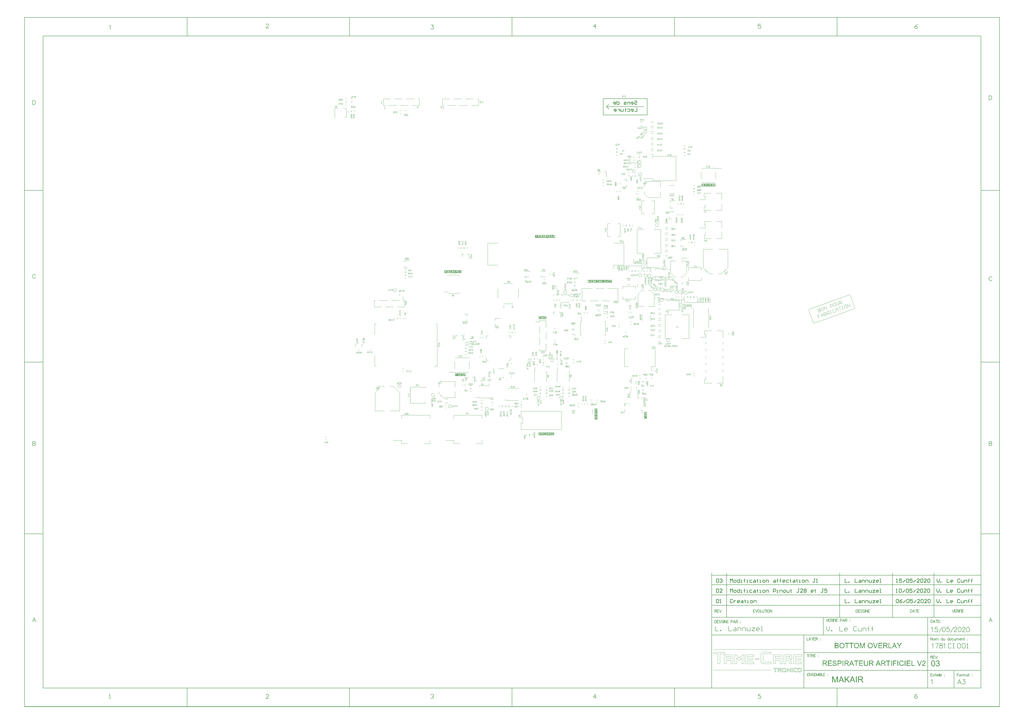
<source format=gbo>
G04*
G04 #@! TF.GenerationSoftware,Altium Limited,Altium Designer,20.0.10 (225)*
G04*
G04 Layer_Color=3407820*
%FSLAX44Y44*%
%MOMM*%
G71*
G01*
G75*
%ADD11C,0.1200*%
%ADD12C,0.1500*%
%ADD13C,0.1016*%
%ADD14C,0.1020*%
%ADD15C,0.1270*%
%ADD16C,0.0127*%
%ADD17C,0.1778*%
%ADD18C,0.2540*%
%ADD57C,0.2000*%
G36*
X1738250Y1237820D02*
X1678516D01*
Y1249777D01*
X1738250D01*
Y1237820D01*
D02*
G37*
G36*
X1047000Y1017070D02*
X961804D01*
Y1029027D01*
X1047000D01*
Y1017070D01*
D02*
G37*
G36*
X645750Y864250D02*
X570303D01*
Y875847D01*
X645750D01*
Y864250D01*
D02*
G37*
G36*
X1292000Y822570D02*
X1187831D01*
Y834527D01*
X1292000D01*
Y822570D01*
D02*
G37*
G36*
X1008750Y666320D02*
X976600D01*
Y678277D01*
X1008750D01*
Y666320D01*
D02*
G37*
G36*
X663500Y420570D02*
X618050D01*
Y432527D01*
X663500D01*
Y420570D01*
D02*
G37*
G36*
X1442527Y236750D02*
X1430570D01*
Y265433D01*
X1442527D01*
Y236750D01*
D02*
G37*
G36*
X1229027Y232500D02*
X1217070D01*
Y281112D01*
X1229027D01*
Y232500D01*
D02*
G37*
G36*
X1042500Y166070D02*
X976067D01*
Y178027D01*
X1042500D01*
Y166070D01*
D02*
G37*
G36*
X2531376Y-742321D02*
Y-751810D01*
X2528397D01*
Y-742321D01*
X2519750Y-729400D01*
X2523345D01*
X2527749Y-736200D01*
Y-736233D01*
X2527814Y-736298D01*
X2527879Y-736395D01*
X2527944Y-736524D01*
X2528073Y-736686D01*
X2528203Y-736880D01*
X2528494Y-737366D01*
X2528850Y-737949D01*
X2529239Y-738597D01*
X2529660Y-739277D01*
X2530049Y-739989D01*
Y-739957D01*
X2530081Y-739892D01*
X2530146Y-739795D01*
X2530243Y-739666D01*
X2530340Y-739504D01*
X2530470Y-739309D01*
X2530761Y-738824D01*
X2531117Y-738241D01*
X2531538Y-737561D01*
X2532024Y-736816D01*
X2532542Y-736006D01*
X2536849Y-729400D01*
X2540315D01*
X2531376Y-742321D01*
D02*
G37*
G36*
X2381531Y-751810D02*
X2378681D01*
Y-733059D01*
X2372139Y-751810D01*
X2369484D01*
X2363007Y-732735D01*
Y-751810D01*
X2360157D01*
Y-729400D01*
X2364594D01*
X2369905Y-745301D01*
Y-745333D01*
X2369937Y-745398D01*
X2369969Y-745495D01*
X2370034Y-745657D01*
X2370164Y-746046D01*
X2370326Y-746531D01*
X2370488Y-747082D01*
X2370682Y-747632D01*
X2370844Y-748150D01*
X2370973Y-748604D01*
X2371006Y-748539D01*
X2371038Y-748377D01*
X2371135Y-748086D01*
X2371265Y-747697D01*
X2371427Y-747179D01*
X2371653Y-746564D01*
X2371880Y-745851D01*
X2372172Y-745009D01*
X2377548Y-729400D01*
X2381531D01*
Y-751810D01*
D02*
G37*
G36*
X2428878D02*
X2425769D01*
X2417090Y-729400D01*
X2420328D01*
X2426158Y-745689D01*
Y-745722D01*
X2426190Y-745786D01*
X2426222Y-745883D01*
X2426287Y-746013D01*
X2426319Y-746207D01*
X2426384Y-746402D01*
X2426546Y-746888D01*
X2426740Y-747438D01*
X2426935Y-748053D01*
X2427323Y-749349D01*
Y-749316D01*
X2427356Y-749252D01*
X2427388Y-749154D01*
X2427421Y-749025D01*
X2427518Y-748669D01*
X2427679Y-748183D01*
X2427841Y-747632D01*
X2428036Y-747017D01*
X2428262Y-746369D01*
X2428522Y-745689D01*
X2434610Y-729400D01*
X2437622D01*
X2428878Y-751810D01*
D02*
G37*
G36*
X2519718D02*
X2516350D01*
X2513727Y-745009D01*
X2504335D01*
X2501906Y-751810D01*
X2498765D01*
X2507314Y-729400D01*
X2510553D01*
X2519718Y-751810D01*
D02*
G37*
G36*
X2486653Y-749154D02*
X2497696D01*
Y-751810D01*
X2483673D01*
Y-729400D01*
X2486653D01*
Y-749154D01*
D02*
G37*
G36*
X2471885Y-729432D02*
X2472177D01*
X2472857Y-729464D01*
X2473569Y-729561D01*
X2474346Y-729659D01*
X2475059Y-729821D01*
X2475415Y-729918D01*
X2475706Y-730015D01*
X2475739D01*
X2475771Y-730047D01*
X2475966Y-730144D01*
X2476257Y-730274D01*
X2476613Y-730501D01*
X2477002Y-730792D01*
X2477423Y-731181D01*
X2477811Y-731634D01*
X2478200Y-732152D01*
Y-732185D01*
X2478233Y-732217D01*
X2478362Y-732411D01*
X2478492Y-732735D01*
X2478686Y-733156D01*
X2478848Y-733642D01*
X2479010Y-734225D01*
X2479107Y-734840D01*
X2479139Y-735520D01*
Y-735553D01*
Y-735618D01*
Y-735747D01*
X2479107Y-735909D01*
Y-736136D01*
X2479075Y-736362D01*
X2478945Y-736913D01*
X2478751Y-737561D01*
X2478492Y-738241D01*
X2478103Y-738921D01*
X2477844Y-739245D01*
X2477585Y-739568D01*
X2477552Y-739601D01*
X2477520Y-739633D01*
X2477423Y-739730D01*
X2477293Y-739828D01*
X2477131Y-739957D01*
X2476937Y-740087D01*
X2476678Y-740249D01*
X2476419Y-740443D01*
X2476095Y-740605D01*
X2475739Y-740767D01*
X2475350Y-740961D01*
X2474929Y-741123D01*
X2474444Y-741253D01*
X2473958Y-741414D01*
X2473407Y-741512D01*
X2472824Y-741609D01*
X2472889Y-741641D01*
X2473018Y-741706D01*
X2473213Y-741835D01*
X2473472Y-741965D01*
X2474055Y-742321D01*
X2474346Y-742548D01*
X2474605Y-742742D01*
X2474670Y-742807D01*
X2474832Y-742969D01*
X2475091Y-743228D01*
X2475415Y-743552D01*
X2475771Y-744005D01*
X2476192Y-744491D01*
X2476613Y-745074D01*
X2477067Y-745722D01*
X2480921Y-751810D01*
X2477229D01*
X2474282Y-747147D01*
Y-747114D01*
X2474217Y-747049D01*
X2474152Y-746952D01*
X2474055Y-746823D01*
X2473828Y-746467D01*
X2473537Y-746013D01*
X2473181Y-745527D01*
X2472824Y-745009D01*
X2472468Y-744523D01*
X2472144Y-744070D01*
X2472112Y-744038D01*
X2472015Y-743908D01*
X2471853Y-743714D01*
X2471626Y-743487D01*
X2471140Y-743001D01*
X2470881Y-742775D01*
X2470622Y-742580D01*
X2470590Y-742548D01*
X2470525Y-742515D01*
X2470395Y-742451D01*
X2470201Y-742354D01*
X2470007Y-742256D01*
X2469780Y-742159D01*
X2469262Y-741997D01*
X2469229D01*
X2469165Y-741965D01*
X2469035D01*
X2468873Y-741933D01*
X2468647Y-741900D01*
X2468387D01*
X2468031Y-741868D01*
X2464210D01*
Y-751810D01*
X2461230D01*
Y-729400D01*
X2471626D01*
X2471885Y-729432D01*
D02*
G37*
G36*
X2456567Y-732055D02*
X2443322D01*
Y-738888D01*
X2455725D01*
Y-741544D01*
X2443322D01*
Y-749154D01*
X2457085D01*
Y-751810D01*
X2440342D01*
Y-729400D01*
X2456567D01*
Y-732055D01*
D02*
G37*
G36*
X2332824D02*
X2325440D01*
Y-751810D01*
X2322461D01*
Y-732055D01*
X2315077D01*
Y-729400D01*
X2332824D01*
Y-732055D01*
D02*
G37*
G36*
X2313684D02*
X2306301D01*
Y-751810D01*
X2303321D01*
Y-732055D01*
X2295937D01*
Y-729400D01*
X2313684D01*
Y-732055D01*
D02*
G37*
G36*
X2261285Y-729432D02*
X2261544D01*
X2262127Y-729497D01*
X2262775Y-729561D01*
X2263455Y-729691D01*
X2264135Y-729853D01*
X2264751Y-730080D01*
X2264783D01*
X2264815Y-730112D01*
X2265010Y-730209D01*
X2265301Y-730371D01*
X2265625Y-730598D01*
X2266014Y-730889D01*
X2266435Y-731245D01*
X2266823Y-731699D01*
X2267180Y-732185D01*
X2267212Y-732250D01*
X2267309Y-732444D01*
X2267471Y-732703D01*
X2267633Y-733092D01*
X2267795Y-733545D01*
X2267957Y-734031D01*
X2268054Y-734581D01*
X2268086Y-735132D01*
Y-735197D01*
Y-735358D01*
X2268054Y-735650D01*
X2267989Y-736006D01*
X2267892Y-736427D01*
X2267730Y-736880D01*
X2267536Y-737334D01*
X2267277Y-737820D01*
X2267244Y-737885D01*
X2267147Y-738014D01*
X2266953Y-738273D01*
X2266694Y-738532D01*
X2266370Y-738856D01*
X2265981Y-739212D01*
X2265495Y-739536D01*
X2264945Y-739860D01*
X2264977D01*
X2265042Y-739892D01*
X2265139Y-739925D01*
X2265269Y-739989D01*
X2265657Y-740119D01*
X2266111Y-740346D01*
X2266597Y-740637D01*
X2267147Y-740993D01*
X2267633Y-741414D01*
X2268086Y-741933D01*
X2268119Y-741997D01*
X2268248Y-742192D01*
X2268443Y-742483D01*
X2268637Y-742872D01*
X2268831Y-743390D01*
X2269025Y-743940D01*
X2269155Y-744588D01*
X2269187Y-745301D01*
Y-745333D01*
Y-745365D01*
Y-745560D01*
X2269155Y-745883D01*
X2269090Y-746272D01*
X2269025Y-746726D01*
X2268896Y-747211D01*
X2268734Y-747729D01*
X2268507Y-748248D01*
X2268475Y-748312D01*
X2268378Y-748474D01*
X2268248Y-748701D01*
X2268054Y-749025D01*
X2267795Y-749349D01*
X2267536Y-749705D01*
X2267212Y-750061D01*
X2266856Y-750353D01*
X2266823Y-750385D01*
X2266694Y-750482D01*
X2266467Y-750612D01*
X2266176Y-750741D01*
X2265819Y-750936D01*
X2265398Y-751130D01*
X2264945Y-751292D01*
X2264394Y-751454D01*
X2264330D01*
X2264135Y-751518D01*
X2263811Y-751551D01*
X2263390Y-751616D01*
X2262872Y-751681D01*
X2262257Y-751745D01*
X2261577Y-751778D01*
X2260800Y-751810D01*
X2252250D01*
Y-729400D01*
X2261059D01*
X2261285Y-729432D01*
D02*
G37*
G36*
X2405399Y-729043D02*
X2405690D01*
X2405982Y-729076D01*
X2406370Y-729140D01*
X2406759Y-729205D01*
X2407601Y-729367D01*
X2408572Y-729626D01*
X2409512Y-730015D01*
X2409997Y-730242D01*
X2410483Y-730501D01*
X2410515Y-730533D01*
X2410580Y-730565D01*
X2410710Y-730663D01*
X2410904Y-730760D01*
X2411098Y-730922D01*
X2411358Y-731116D01*
X2411908Y-731569D01*
X2412491Y-732152D01*
X2413139Y-732865D01*
X2413754Y-733707D01*
X2414272Y-734646D01*
Y-734678D01*
X2414337Y-734775D01*
X2414402Y-734905D01*
X2414467Y-735099D01*
X2414596Y-735358D01*
X2414693Y-735650D01*
X2414823Y-736006D01*
X2414952Y-736395D01*
X2415049Y-736816D01*
X2415179Y-737269D01*
X2415309Y-737787D01*
X2415406Y-738306D01*
X2415535Y-739439D01*
X2415600Y-740670D01*
Y-740702D01*
Y-740832D01*
Y-740993D01*
X2415568Y-741253D01*
Y-741544D01*
X2415535Y-741900D01*
X2415470Y-742289D01*
X2415438Y-742710D01*
X2415276Y-743649D01*
X2415017Y-744685D01*
X2414661Y-745722D01*
X2414467Y-746240D01*
X2414207Y-746758D01*
Y-746790D01*
X2414143Y-746888D01*
X2414078Y-747017D01*
X2413948Y-747211D01*
X2413819Y-747438D01*
X2413657Y-747665D01*
X2413203Y-748280D01*
X2412653Y-748928D01*
X2412005Y-749608D01*
X2411228Y-750256D01*
X2410321Y-750838D01*
X2410289D01*
X2410224Y-750903D01*
X2410062Y-750968D01*
X2409868Y-751065D01*
X2409641Y-751162D01*
X2409382Y-751260D01*
X2409058Y-751389D01*
X2408702Y-751518D01*
X2408313Y-751648D01*
X2407892Y-751778D01*
X2406953Y-751972D01*
X2405949Y-752134D01*
X2404881Y-752199D01*
X2404557D01*
X2404362Y-752166D01*
X2404071D01*
X2403747Y-752102D01*
X2403391Y-752069D01*
X2402970Y-752004D01*
X2402095Y-751810D01*
X2401156Y-751551D01*
X2400185Y-751162D01*
X2399699Y-750936D01*
X2399213Y-750676D01*
X2399181Y-750644D01*
X2399116Y-750612D01*
X2398986Y-750515D01*
X2398792Y-750385D01*
X2398598Y-750256D01*
X2398371Y-750061D01*
X2397821Y-749575D01*
X2397205Y-748992D01*
X2396558Y-748280D01*
X2395975Y-747470D01*
X2395424Y-746531D01*
Y-746499D01*
X2395359Y-746402D01*
X2395294Y-746272D01*
X2395230Y-746078D01*
X2395133Y-745819D01*
X2395036Y-745527D01*
X2394906Y-745203D01*
X2394809Y-744847D01*
X2394679Y-744426D01*
X2394550Y-744005D01*
X2394355Y-743034D01*
X2394226Y-742030D01*
X2394161Y-740929D01*
Y-740896D01*
Y-740864D01*
Y-740670D01*
X2394194Y-740378D01*
Y-739989D01*
X2394258Y-739536D01*
X2394323Y-738986D01*
X2394420Y-738370D01*
X2394550Y-737722D01*
X2394679Y-737042D01*
X2394874Y-736330D01*
X2395133Y-735618D01*
X2395424Y-734873D01*
X2395748Y-734160D01*
X2396169Y-733448D01*
X2396622Y-732800D01*
X2397141Y-732185D01*
X2397173Y-732152D01*
X2397270Y-732055D01*
X2397464Y-731893D01*
X2397691Y-731699D01*
X2397982Y-731440D01*
X2398339Y-731181D01*
X2398760Y-730889D01*
X2399245Y-730598D01*
X2399764Y-730306D01*
X2400347Y-730015D01*
X2400994Y-729756D01*
X2401674Y-729497D01*
X2402419Y-729302D01*
X2403197Y-729140D01*
X2404006Y-729043D01*
X2404881Y-729011D01*
X2405172D01*
X2405399Y-729043D01*
D02*
G37*
G36*
X2346231D02*
X2346523D01*
X2346814Y-729076D01*
X2347203Y-729140D01*
X2347591Y-729205D01*
X2348434Y-729367D01*
X2349405Y-729626D01*
X2350344Y-730015D01*
X2350830Y-730242D01*
X2351316Y-730501D01*
X2351348Y-730533D01*
X2351413Y-730565D01*
X2351542Y-730663D01*
X2351737Y-730760D01*
X2351931Y-730922D01*
X2352190Y-731116D01*
X2352741Y-731569D01*
X2353324Y-732152D01*
X2353971Y-732865D01*
X2354587Y-733707D01*
X2355105Y-734646D01*
Y-734678D01*
X2355170Y-734775D01*
X2355234Y-734905D01*
X2355299Y-735099D01*
X2355429Y-735358D01*
X2355526Y-735650D01*
X2355655Y-736006D01*
X2355785Y-736395D01*
X2355882Y-736816D01*
X2356012Y-737269D01*
X2356141Y-737787D01*
X2356238Y-738306D01*
X2356368Y-739439D01*
X2356432Y-740670D01*
Y-740702D01*
Y-740832D01*
Y-740993D01*
X2356400Y-741253D01*
Y-741544D01*
X2356368Y-741900D01*
X2356303Y-742289D01*
X2356271Y-742710D01*
X2356109Y-743649D01*
X2355850Y-744685D01*
X2355493Y-745722D01*
X2355299Y-746240D01*
X2355040Y-746758D01*
Y-746790D01*
X2354975Y-746888D01*
X2354910Y-747017D01*
X2354781Y-747211D01*
X2354651Y-747438D01*
X2354489Y-747665D01*
X2354036Y-748280D01*
X2353486Y-748928D01*
X2352838Y-749608D01*
X2352061Y-750256D01*
X2351154Y-750838D01*
X2351121D01*
X2351057Y-750903D01*
X2350895Y-750968D01*
X2350700Y-751065D01*
X2350474Y-751162D01*
X2350215Y-751260D01*
X2349891Y-751389D01*
X2349534Y-751518D01*
X2349146Y-751648D01*
X2348725Y-751778D01*
X2347786Y-751972D01*
X2346782Y-752134D01*
X2345713Y-752199D01*
X2345389D01*
X2345195Y-752166D01*
X2344904D01*
X2344580Y-752102D01*
X2344223Y-752069D01*
X2343802Y-752004D01*
X2342928Y-751810D01*
X2341989Y-751551D01*
X2341017Y-751162D01*
X2340531Y-750936D01*
X2340046Y-750676D01*
X2340013Y-750644D01*
X2339949Y-750612D01*
X2339819Y-750515D01*
X2339625Y-750385D01*
X2339430Y-750256D01*
X2339204Y-750061D01*
X2338653Y-749575D01*
X2338038Y-748992D01*
X2337390Y-748280D01*
X2336807Y-747470D01*
X2336257Y-746531D01*
Y-746499D01*
X2336192Y-746402D01*
X2336127Y-746272D01*
X2336062Y-746078D01*
X2335965Y-745819D01*
X2335868Y-745527D01*
X2335739Y-745203D01*
X2335641Y-744847D01*
X2335512Y-744426D01*
X2335382Y-744005D01*
X2335188Y-743034D01*
X2335058Y-742030D01*
X2334994Y-740929D01*
Y-740896D01*
Y-740864D01*
Y-740670D01*
X2335026Y-740378D01*
Y-739989D01*
X2335091Y-739536D01*
X2335156Y-738986D01*
X2335253Y-738370D01*
X2335382Y-737722D01*
X2335512Y-737042D01*
X2335706Y-736330D01*
X2335965Y-735618D01*
X2336257Y-734873D01*
X2336581Y-734160D01*
X2337001Y-733448D01*
X2337455Y-732800D01*
X2337973Y-732185D01*
X2338006Y-732152D01*
X2338103Y-732055D01*
X2338297Y-731893D01*
X2338524Y-731699D01*
X2338815Y-731440D01*
X2339171Y-731181D01*
X2339592Y-730889D01*
X2340078Y-730598D01*
X2340596Y-730306D01*
X2341179Y-730015D01*
X2341827Y-729756D01*
X2342507Y-729497D01*
X2343252Y-729302D01*
X2344029Y-729140D01*
X2344839Y-729043D01*
X2345713Y-729011D01*
X2346005D01*
X2346231Y-729043D01*
D02*
G37*
G36*
X2283599D02*
X2283890D01*
X2284182Y-729076D01*
X2284570Y-729140D01*
X2284959Y-729205D01*
X2285801Y-729367D01*
X2286772Y-729626D01*
X2287712Y-730015D01*
X2288197Y-730242D01*
X2288683Y-730501D01*
X2288716Y-730533D01*
X2288780Y-730565D01*
X2288910Y-730663D01*
X2289104Y-730760D01*
X2289298Y-730922D01*
X2289557Y-731116D01*
X2290108Y-731569D01*
X2290691Y-732152D01*
X2291339Y-732865D01*
X2291954Y-733707D01*
X2292472Y-734646D01*
Y-734678D01*
X2292537Y-734775D01*
X2292602Y-734905D01*
X2292666Y-735099D01*
X2292796Y-735358D01*
X2292893Y-735650D01*
X2293023Y-736006D01*
X2293152Y-736395D01*
X2293249Y-736816D01*
X2293379Y-737269D01*
X2293508Y-737787D01*
X2293606Y-738306D01*
X2293735Y-739439D01*
X2293800Y-740670D01*
Y-740702D01*
Y-740832D01*
Y-740993D01*
X2293768Y-741253D01*
Y-741544D01*
X2293735Y-741900D01*
X2293670Y-742289D01*
X2293638Y-742710D01*
X2293476Y-743649D01*
X2293217Y-744685D01*
X2292861Y-745722D01*
X2292666Y-746240D01*
X2292407Y-746758D01*
Y-746790D01*
X2292343Y-746888D01*
X2292278Y-747017D01*
X2292148Y-747211D01*
X2292019Y-747438D01*
X2291857Y-747665D01*
X2291404Y-748280D01*
X2290853Y-748928D01*
X2290205Y-749608D01*
X2289428Y-750256D01*
X2288521Y-750838D01*
X2288489D01*
X2288424Y-750903D01*
X2288262Y-750968D01*
X2288068Y-751065D01*
X2287841Y-751162D01*
X2287582Y-751260D01*
X2287258Y-751389D01*
X2286902Y-751518D01*
X2286513Y-751648D01*
X2286092Y-751778D01*
X2285153Y-751972D01*
X2284149Y-752134D01*
X2283080Y-752199D01*
X2282757D01*
X2282562Y-752166D01*
X2282271D01*
X2281947Y-752102D01*
X2281591Y-752069D01*
X2281170Y-752004D01*
X2280295Y-751810D01*
X2279356Y-751551D01*
X2278385Y-751162D01*
X2277899Y-750936D01*
X2277413Y-750676D01*
X2277381Y-750644D01*
X2277316Y-750612D01*
X2277186Y-750515D01*
X2276992Y-750385D01*
X2276798Y-750256D01*
X2276571Y-750061D01*
X2276021Y-749575D01*
X2275405Y-748992D01*
X2274758Y-748280D01*
X2274175Y-747470D01*
X2273624Y-746531D01*
Y-746499D01*
X2273559Y-746402D01*
X2273495Y-746272D01*
X2273430Y-746078D01*
X2273333Y-745819D01*
X2273235Y-745527D01*
X2273106Y-745203D01*
X2273009Y-744847D01*
X2272879Y-744426D01*
X2272750Y-744005D01*
X2272555Y-743034D01*
X2272426Y-742030D01*
X2272361Y-740929D01*
Y-740896D01*
Y-740864D01*
Y-740670D01*
X2272393Y-740378D01*
Y-739989D01*
X2272458Y-739536D01*
X2272523Y-738986D01*
X2272620Y-738370D01*
X2272750Y-737722D01*
X2272879Y-737042D01*
X2273074Y-736330D01*
X2273333Y-735618D01*
X2273624Y-734873D01*
X2273948Y-734160D01*
X2274369Y-733448D01*
X2274822Y-732800D01*
X2275341Y-732185D01*
X2275373Y-732152D01*
X2275470Y-732055D01*
X2275664Y-731893D01*
X2275891Y-731699D01*
X2276183Y-731440D01*
X2276539Y-731181D01*
X2276960Y-730889D01*
X2277446Y-730598D01*
X2277964Y-730306D01*
X2278547Y-730015D01*
X2279194Y-729756D01*
X2279874Y-729497D01*
X2280619Y-729302D01*
X2281396Y-729140D01*
X2282206Y-729043D01*
X2283080Y-729011D01*
X2283372D01*
X2283599Y-729043D01*
D02*
G37*
G36*
X2251816Y-805233D02*
X2252043D01*
X2252658Y-805298D01*
X2253338Y-805395D01*
X2254051Y-805557D01*
X2254828Y-805751D01*
X2255540Y-806011D01*
X2255573D01*
X2255637Y-806043D01*
X2255735Y-806108D01*
X2255864Y-806172D01*
X2256188Y-806334D01*
X2256609Y-806626D01*
X2257095Y-806950D01*
X2257581Y-807371D01*
X2258034Y-807857D01*
X2258455Y-808407D01*
Y-808439D01*
X2258487Y-808472D01*
X2258552Y-808569D01*
X2258617Y-808666D01*
X2258779Y-808990D01*
X2258973Y-809411D01*
X2259200Y-809929D01*
X2259362Y-810545D01*
X2259524Y-811192D01*
X2259588Y-811905D01*
X2256738Y-812131D01*
Y-812099D01*
Y-812034D01*
X2256706Y-811937D01*
X2256674Y-811775D01*
X2256577Y-811419D01*
X2256447Y-810933D01*
X2256253Y-810415D01*
X2255961Y-809897D01*
X2255605Y-809411D01*
X2255152Y-808958D01*
X2255087Y-808925D01*
X2254925Y-808796D01*
X2254601Y-808601D01*
X2254180Y-808407D01*
X2253630Y-808213D01*
X2252982Y-808018D01*
X2252172Y-807889D01*
X2251265Y-807857D01*
X2250812D01*
X2250618Y-807889D01*
X2250359Y-807921D01*
X2249776Y-807986D01*
X2249128Y-808116D01*
X2248480Y-808278D01*
X2247865Y-808537D01*
X2247606Y-808699D01*
X2247347Y-808860D01*
X2247282Y-808893D01*
X2247153Y-809022D01*
X2246958Y-809249D01*
X2246764Y-809508D01*
X2246537Y-809864D01*
X2246343Y-810253D01*
X2246213Y-810706D01*
X2246149Y-811225D01*
Y-811289D01*
Y-811419D01*
X2246181Y-811646D01*
X2246246Y-811905D01*
X2246343Y-812228D01*
X2246505Y-812552D01*
X2246699Y-812876D01*
X2246991Y-813200D01*
X2247023Y-813232D01*
X2247185Y-813330D01*
X2247314Y-813427D01*
X2247444Y-813492D01*
X2247638Y-813589D01*
X2247865Y-813718D01*
X2248156Y-813815D01*
X2248480Y-813945D01*
X2248837Y-814074D01*
X2249258Y-814236D01*
X2249711Y-814366D01*
X2250229Y-814528D01*
X2250812Y-814657D01*
X2251460Y-814819D01*
X2251492D01*
X2251622Y-814852D01*
X2251816Y-814884D01*
X2252043Y-814949D01*
X2252334Y-815014D01*
X2252690Y-815111D01*
X2253047Y-815208D01*
X2253435Y-815305D01*
X2254277Y-815532D01*
X2255087Y-815759D01*
X2255475Y-815888D01*
X2255832Y-816018D01*
X2256156Y-816115D01*
X2256415Y-816244D01*
X2256447D01*
X2256512Y-816277D01*
X2256609Y-816341D01*
X2256738Y-816406D01*
X2257095Y-816600D01*
X2257516Y-816860D01*
X2258002Y-817216D01*
X2258487Y-817604D01*
X2258941Y-818058D01*
X2259329Y-818544D01*
X2259362Y-818608D01*
X2259491Y-818770D01*
X2259621Y-819062D01*
X2259815Y-819450D01*
X2259977Y-819904D01*
X2260139Y-820454D01*
X2260236Y-821070D01*
X2260269Y-821717D01*
Y-821750D01*
Y-821782D01*
Y-821879D01*
Y-822009D01*
X2260204Y-822365D01*
X2260139Y-822818D01*
X2260009Y-823337D01*
X2259848Y-823887D01*
X2259588Y-824470D01*
X2259232Y-825085D01*
Y-825118D01*
X2259200Y-825150D01*
X2259038Y-825344D01*
X2258811Y-825636D01*
X2258487Y-825960D01*
X2258066Y-826348D01*
X2257548Y-826769D01*
X2256965Y-827158D01*
X2256285Y-827514D01*
X2256253D01*
X2256188Y-827547D01*
X2256091Y-827579D01*
X2255961Y-827644D01*
X2255767Y-827709D01*
X2255540Y-827806D01*
X2255022Y-827935D01*
X2254407Y-828097D01*
X2253662Y-828259D01*
X2252852Y-828356D01*
X2251978Y-828389D01*
X2251460D01*
X2251201Y-828356D01*
X2250909D01*
X2250585Y-828324D01*
X2250197Y-828291D01*
X2249387Y-828162D01*
X2248545Y-828032D01*
X2247703Y-827806D01*
X2246893Y-827514D01*
X2246861D01*
X2246796Y-827482D01*
X2246699Y-827417D01*
X2246570Y-827352D01*
X2246181Y-827158D01*
X2245728Y-826867D01*
X2245210Y-826478D01*
X2244659Y-826024D01*
X2244141Y-825474D01*
X2243655Y-824859D01*
Y-824826D01*
X2243590Y-824762D01*
X2243558Y-824664D01*
X2243461Y-824535D01*
X2243396Y-824373D01*
X2243299Y-824179D01*
X2243072Y-823693D01*
X2242845Y-823077D01*
X2242651Y-822397D01*
X2242522Y-821620D01*
X2242457Y-820810D01*
X2245242Y-820551D01*
Y-820584D01*
Y-820616D01*
X2245274Y-820713D01*
Y-820843D01*
X2245339Y-821134D01*
X2245436Y-821555D01*
X2245566Y-821976D01*
X2245695Y-822462D01*
X2245922Y-822915D01*
X2246149Y-823337D01*
X2246181Y-823369D01*
X2246278Y-823499D01*
X2246440Y-823725D01*
X2246699Y-823952D01*
X2247023Y-824243D01*
X2247379Y-824535D01*
X2247865Y-824826D01*
X2248383Y-825085D01*
X2248416D01*
X2248448Y-825118D01*
X2248545Y-825150D01*
X2248642Y-825182D01*
X2248966Y-825280D01*
X2249387Y-825409D01*
X2249905Y-825539D01*
X2250488Y-825636D01*
X2251136Y-825701D01*
X2251848Y-825733D01*
X2252140D01*
X2252464Y-825701D01*
X2252852Y-825668D01*
X2253306Y-825603D01*
X2253824Y-825539D01*
X2254342Y-825409D01*
X2254828Y-825247D01*
X2254893Y-825215D01*
X2255054Y-825150D01*
X2255281Y-825021D01*
X2255573Y-824891D01*
X2255864Y-824664D01*
X2256188Y-824438D01*
X2256512Y-824179D01*
X2256771Y-823855D01*
X2256803Y-823822D01*
X2256868Y-823693D01*
X2256965Y-823531D01*
X2257095Y-823272D01*
X2257224Y-823013D01*
X2257321Y-822689D01*
X2257386Y-822333D01*
X2257419Y-821944D01*
Y-821912D01*
Y-821750D01*
X2257386Y-821555D01*
X2257354Y-821296D01*
X2257257Y-821037D01*
X2257159Y-820713D01*
X2256998Y-820389D01*
X2256771Y-820098D01*
X2256738Y-820066D01*
X2256641Y-819968D01*
X2256512Y-819839D01*
X2256285Y-819645D01*
X2256026Y-819450D01*
X2255670Y-819224D01*
X2255249Y-818997D01*
X2254763Y-818803D01*
X2254731Y-818770D01*
X2254569Y-818738D01*
X2254310Y-818641D01*
X2254148Y-818608D01*
X2253921Y-818544D01*
X2253694Y-818446D01*
X2253403Y-818382D01*
X2253079Y-818285D01*
X2252690Y-818187D01*
X2252302Y-818090D01*
X2251848Y-817961D01*
X2251330Y-817831D01*
X2250780Y-817702D01*
X2250747D01*
X2250650Y-817669D01*
X2250488Y-817637D01*
X2250294Y-817572D01*
X2250035Y-817507D01*
X2249743Y-817442D01*
X2249096Y-817248D01*
X2248383Y-817021D01*
X2247638Y-816795D01*
X2246991Y-816568D01*
X2246699Y-816439D01*
X2246440Y-816309D01*
X2246408D01*
X2246375Y-816277D01*
X2246181Y-816147D01*
X2245889Y-815985D01*
X2245566Y-815726D01*
X2245177Y-815435D01*
X2244788Y-815078D01*
X2244400Y-814657D01*
X2244076Y-814204D01*
X2244044Y-814139D01*
X2243946Y-813977D01*
X2243817Y-813718D01*
X2243687Y-813394D01*
X2243558Y-812973D01*
X2243428Y-812488D01*
X2243331Y-811969D01*
X2243299Y-811419D01*
Y-811386D01*
Y-811354D01*
Y-811257D01*
Y-811127D01*
X2243363Y-810804D01*
X2243428Y-810383D01*
X2243525Y-809897D01*
X2243687Y-809346D01*
X2243914Y-808796D01*
X2244238Y-808245D01*
Y-808213D01*
X2244270Y-808180D01*
X2244432Y-807986D01*
X2244659Y-807727D01*
X2244950Y-807403D01*
X2245339Y-807047D01*
X2245825Y-806658D01*
X2246408Y-806302D01*
X2247055Y-805978D01*
X2247088D01*
X2247153Y-805946D01*
X2247250Y-805913D01*
X2247379Y-805849D01*
X2247541Y-805784D01*
X2247768Y-805719D01*
X2248254Y-805590D01*
X2248869Y-805460D01*
X2249581Y-805331D01*
X2250326Y-805233D01*
X2251168Y-805201D01*
X2251589D01*
X2251816Y-805233D01*
D02*
G37*
G36*
X2540820D02*
X2541111Y-805266D01*
X2541467Y-805298D01*
X2541824Y-805331D01*
X2542245Y-805428D01*
X2543119Y-805622D01*
X2544091Y-805913D01*
X2544576Y-806108D01*
X2545030Y-806334D01*
X2545483Y-806626D01*
X2545937Y-806917D01*
X2545969Y-806950D01*
X2546034Y-806982D01*
X2546163Y-807079D01*
X2546325Y-807241D01*
X2546487Y-807403D01*
X2546714Y-807630D01*
X2546940Y-807889D01*
X2547200Y-808148D01*
X2547459Y-808472D01*
X2547718Y-808860D01*
X2548009Y-809249D01*
X2548268Y-809670D01*
X2548495Y-810156D01*
X2548754Y-810642D01*
X2548948Y-811160D01*
X2549143Y-811743D01*
X2546228Y-812423D01*
Y-812390D01*
X2546196Y-812326D01*
X2546131Y-812196D01*
X2546066Y-812034D01*
X2546001Y-811840D01*
X2545904Y-811581D01*
X2545645Y-811063D01*
X2545321Y-810480D01*
X2544933Y-809897D01*
X2544447Y-809346D01*
X2543929Y-808860D01*
X2543864Y-808796D01*
X2543670Y-808666D01*
X2543346Y-808504D01*
X2542925Y-808278D01*
X2542374Y-808083D01*
X2541759Y-807889D01*
X2541014Y-807759D01*
X2540204Y-807727D01*
X2539945D01*
X2539783Y-807759D01*
X2539557D01*
X2539298Y-807792D01*
X2538682Y-807889D01*
X2538002Y-808018D01*
X2537290Y-808245D01*
X2536545Y-808569D01*
X2535865Y-808990D01*
X2535832D01*
X2535800Y-809055D01*
X2535573Y-809217D01*
X2535282Y-809476D01*
X2534926Y-809864D01*
X2534505Y-810350D01*
X2534116Y-810901D01*
X2533760Y-811581D01*
X2533436Y-812326D01*
Y-812358D01*
X2533404Y-812423D01*
X2533371Y-812520D01*
X2533339Y-812682D01*
X2533274Y-812876D01*
X2533209Y-813103D01*
X2533112Y-813653D01*
X2532983Y-814301D01*
X2532853Y-815014D01*
X2532788Y-815791D01*
X2532756Y-816633D01*
Y-816665D01*
Y-816762D01*
Y-816924D01*
Y-817119D01*
X2532788Y-817345D01*
Y-817637D01*
X2532821Y-817961D01*
X2532853Y-818317D01*
X2532950Y-819094D01*
X2533112Y-819936D01*
X2533306Y-820778D01*
X2533566Y-821620D01*
Y-821653D01*
X2533598Y-821717D01*
X2533663Y-821814D01*
X2533727Y-821976D01*
X2533922Y-822365D01*
X2534213Y-822818D01*
X2534569Y-823337D01*
X2535023Y-823887D01*
X2535541Y-824373D01*
X2536156Y-824826D01*
X2536189D01*
X2536253Y-824859D01*
X2536351Y-824923D01*
X2536480Y-824988D01*
X2536642Y-825053D01*
X2536836Y-825150D01*
X2537290Y-825344D01*
X2537873Y-825539D01*
X2538520Y-825701D01*
X2539233Y-825830D01*
X2539978Y-825863D01*
X2540204D01*
X2540399Y-825830D01*
X2540625D01*
X2540852Y-825798D01*
X2541435Y-825668D01*
X2542115Y-825506D01*
X2542795Y-825247D01*
X2543508Y-824891D01*
X2543864Y-824697D01*
X2544188Y-824438D01*
X2544220Y-824405D01*
X2544252Y-824373D01*
X2544350Y-824276D01*
X2544479Y-824179D01*
X2544609Y-824017D01*
X2544771Y-823822D01*
X2544965Y-823628D01*
X2545127Y-823369D01*
X2545321Y-823077D01*
X2545548Y-822754D01*
X2545742Y-822430D01*
X2545937Y-822041D01*
X2546098Y-821620D01*
X2546260Y-821167D01*
X2546422Y-820681D01*
X2546552Y-820163D01*
X2549531Y-820908D01*
Y-820940D01*
X2549499Y-821070D01*
X2549434Y-821264D01*
X2549337Y-821523D01*
X2549240Y-821814D01*
X2549110Y-822171D01*
X2548948Y-822559D01*
X2548754Y-822980D01*
X2548301Y-823887D01*
X2547718Y-824794D01*
X2547361Y-825247D01*
X2547005Y-825701D01*
X2546617Y-826089D01*
X2546163Y-826478D01*
X2546131Y-826510D01*
X2546066Y-826575D01*
X2545904Y-826640D01*
X2545742Y-826769D01*
X2545483Y-826931D01*
X2545224Y-827093D01*
X2544868Y-827255D01*
X2544512Y-827417D01*
X2544091Y-827611D01*
X2543637Y-827773D01*
X2543152Y-827935D01*
X2542633Y-828097D01*
X2542083Y-828227D01*
X2541500Y-828291D01*
X2540885Y-828356D01*
X2540237Y-828389D01*
X2539881D01*
X2539621Y-828356D01*
X2539330D01*
X2538974Y-828324D01*
X2538585Y-828259D01*
X2538132Y-828194D01*
X2537193Y-828032D01*
X2536221Y-827773D01*
X2535249Y-827417D01*
X2534796Y-827190D01*
X2534343Y-826931D01*
X2534310Y-826899D01*
X2534246Y-826867D01*
X2534116Y-826769D01*
X2533987Y-826640D01*
X2533792Y-826510D01*
X2533566Y-826316D01*
X2533306Y-826089D01*
X2533047Y-825830D01*
X2532788Y-825539D01*
X2532497Y-825247D01*
X2531914Y-824502D01*
X2531363Y-823628D01*
X2530878Y-822656D01*
Y-822624D01*
X2530813Y-822527D01*
X2530780Y-822365D01*
X2530683Y-822171D01*
X2530618Y-821912D01*
X2530521Y-821588D01*
X2530392Y-821232D01*
X2530295Y-820843D01*
X2530197Y-820422D01*
X2530068Y-819936D01*
X2529906Y-818932D01*
X2529776Y-817799D01*
X2529712Y-816633D01*
Y-816600D01*
Y-816471D01*
Y-816277D01*
X2529744Y-816050D01*
Y-815726D01*
X2529776Y-815402D01*
X2529809Y-814981D01*
X2529874Y-814560D01*
X2530036Y-813621D01*
X2530262Y-812585D01*
X2530586Y-811548D01*
X2531039Y-810545D01*
X2531072Y-810512D01*
X2531104Y-810415D01*
X2531169Y-810285D01*
X2531299Y-810124D01*
X2531428Y-809897D01*
X2531590Y-809638D01*
X2532011Y-809055D01*
X2532562Y-808407D01*
X2533209Y-807759D01*
X2533954Y-807112D01*
X2534828Y-806561D01*
X2534861Y-806529D01*
X2534958Y-806496D01*
X2535088Y-806432D01*
X2535249Y-806334D01*
X2535509Y-806237D01*
X2535768Y-806140D01*
X2536091Y-806011D01*
X2536448Y-805881D01*
X2536836Y-805751D01*
X2537257Y-805622D01*
X2538164Y-805428D01*
X2539200Y-805266D01*
X2540269Y-805201D01*
X2540593D01*
X2540820Y-805233D01*
D02*
G37*
G36*
X2696180Y-804349D02*
X2696661Y-804423D01*
X2697254Y-804534D01*
X2697920Y-804719D01*
X2698587Y-804941D01*
X2699254Y-805238D01*
X2699290D01*
X2699328Y-805275D01*
X2699550Y-805386D01*
X2699883Y-805608D01*
X2700253Y-805867D01*
X2700698Y-806238D01*
X2701142Y-806645D01*
X2701587Y-807126D01*
X2701957Y-807682D01*
X2701994Y-807756D01*
X2702105Y-807941D01*
X2702253Y-808275D01*
X2702438Y-808682D01*
X2702624Y-809163D01*
X2702772Y-809719D01*
X2702883Y-810348D01*
X2702920Y-810978D01*
Y-811052D01*
Y-811274D01*
X2702883Y-811570D01*
X2702809Y-811978D01*
X2702697Y-812459D01*
X2702513Y-812978D01*
X2702290Y-813496D01*
X2701994Y-814015D01*
X2701957Y-814089D01*
X2701846Y-814237D01*
X2701624Y-814496D01*
X2701328Y-814792D01*
X2700957Y-815126D01*
X2700513Y-815496D01*
X2699994Y-815829D01*
X2699365Y-816163D01*
X2699402D01*
X2699476Y-816200D01*
X2699587Y-816237D01*
X2699735Y-816274D01*
X2700142Y-816422D01*
X2700661Y-816644D01*
X2701253Y-816940D01*
X2701846Y-817311D01*
X2702401Y-817792D01*
X2702920Y-818347D01*
X2702957Y-818422D01*
X2703105Y-818644D01*
X2703327Y-819014D01*
X2703549Y-819495D01*
X2703772Y-820088D01*
X2703994Y-820792D01*
X2704142Y-821606D01*
X2704179Y-822495D01*
Y-822532D01*
Y-822643D01*
Y-822829D01*
X2704142Y-823051D01*
X2704105Y-823347D01*
X2704031Y-823680D01*
X2703957Y-824051D01*
X2703883Y-824458D01*
X2703586Y-825347D01*
X2703364Y-825828D01*
X2703142Y-826273D01*
X2702846Y-826754D01*
X2702513Y-827235D01*
X2702142Y-827717D01*
X2701698Y-828161D01*
X2701661Y-828198D01*
X2701587Y-828272D01*
X2701439Y-828383D01*
X2701253Y-828532D01*
X2701031Y-828717D01*
X2700735Y-828902D01*
X2700402Y-829124D01*
X2699994Y-829309D01*
X2699587Y-829531D01*
X2699106Y-829754D01*
X2698624Y-829939D01*
X2698069Y-830124D01*
X2697476Y-830272D01*
X2696846Y-830383D01*
X2696217Y-830457D01*
X2695513Y-830494D01*
X2695180D01*
X2694958Y-830457D01*
X2694661Y-830420D01*
X2694328Y-830383D01*
X2693958Y-830309D01*
X2693550Y-830235D01*
X2692662Y-830013D01*
X2691736Y-829643D01*
X2691254Y-829420D01*
X2690810Y-829161D01*
X2690366Y-828828D01*
X2689921Y-828495D01*
X2689884Y-828458D01*
X2689810Y-828383D01*
X2689699Y-828272D01*
X2689588Y-828124D01*
X2689403Y-827939D01*
X2689218Y-827680D01*
X2688995Y-827421D01*
X2688773Y-827087D01*
X2688551Y-826717D01*
X2688329Y-826347D01*
X2687921Y-825458D01*
X2687588Y-824421D01*
X2687477Y-823866D01*
X2687403Y-823273D01*
X2690551Y-822866D01*
Y-822903D01*
X2690588Y-822977D01*
X2690625Y-823125D01*
X2690662Y-823310D01*
X2690699Y-823532D01*
X2690773Y-823791D01*
X2690958Y-824347D01*
X2691217Y-825014D01*
X2691551Y-825643D01*
X2691921Y-826236D01*
X2692365Y-826754D01*
X2692439Y-826791D01*
X2692588Y-826939D01*
X2692884Y-827124D01*
X2693254Y-827309D01*
X2693698Y-827532D01*
X2694254Y-827717D01*
X2694884Y-827865D01*
X2695550Y-827902D01*
X2695772D01*
X2695920Y-827865D01*
X2696328Y-827828D01*
X2696846Y-827717D01*
X2697439Y-827532D01*
X2698069Y-827272D01*
X2698698Y-826902D01*
X2699290Y-826384D01*
X2699365Y-826310D01*
X2699550Y-826087D01*
X2699772Y-825754D01*
X2700068Y-825310D01*
X2700364Y-824754D01*
X2700587Y-824125D01*
X2700772Y-823384D01*
X2700846Y-822569D01*
Y-822532D01*
Y-822458D01*
Y-822347D01*
X2700809Y-822199D01*
X2700772Y-821792D01*
X2700661Y-821310D01*
X2700513Y-820718D01*
X2700253Y-820125D01*
X2699883Y-819533D01*
X2699402Y-818977D01*
X2699328Y-818903D01*
X2699142Y-818755D01*
X2698846Y-818533D01*
X2698439Y-818273D01*
X2697920Y-818014D01*
X2697291Y-817792D01*
X2696587Y-817644D01*
X2695809Y-817570D01*
X2695476D01*
X2695217Y-817607D01*
X2694884Y-817644D01*
X2694513Y-817718D01*
X2694069Y-817792D01*
X2693587Y-817903D01*
X2693958Y-815126D01*
X2694143D01*
X2694291Y-815163D01*
X2694773D01*
X2695180Y-815089D01*
X2695661Y-815014D01*
X2696217Y-814903D01*
X2696846Y-814718D01*
X2697439Y-814459D01*
X2698069Y-814126D01*
X2698105D01*
X2698142Y-814089D01*
X2698328Y-813941D01*
X2698587Y-813681D01*
X2698883Y-813348D01*
X2699179Y-812867D01*
X2699439Y-812311D01*
X2699624Y-811682D01*
X2699698Y-811311D01*
Y-810904D01*
Y-810867D01*
Y-810830D01*
Y-810608D01*
X2699624Y-810311D01*
X2699550Y-809904D01*
X2699402Y-809460D01*
X2699217Y-808978D01*
X2698920Y-808497D01*
X2698513Y-808052D01*
X2698476Y-808015D01*
X2698291Y-807867D01*
X2698031Y-807682D01*
X2697698Y-807460D01*
X2697254Y-807275D01*
X2696735Y-807089D01*
X2696143Y-806941D01*
X2695476Y-806904D01*
X2695180D01*
X2694846Y-806978D01*
X2694402Y-807052D01*
X2693921Y-807200D01*
X2693439Y-807386D01*
X2692921Y-807682D01*
X2692439Y-808052D01*
X2692402Y-808089D01*
X2692254Y-808275D01*
X2692032Y-808534D01*
X2691773Y-808904D01*
X2691514Y-809386D01*
X2691254Y-809978D01*
X2691032Y-810682D01*
X2690884Y-811496D01*
X2687736Y-810941D01*
Y-810904D01*
X2687773Y-810793D01*
X2687810Y-810645D01*
X2687847Y-810422D01*
X2687921Y-810163D01*
X2688033Y-809867D01*
X2688255Y-809163D01*
X2688625Y-808348D01*
X2689070Y-807534D01*
X2689625Y-806756D01*
X2690328Y-806052D01*
X2690366Y-806015D01*
X2690439Y-805978D01*
X2690551Y-805904D01*
X2690699Y-805793D01*
X2690884Y-805645D01*
X2691143Y-805497D01*
X2691403Y-805349D01*
X2691736Y-805164D01*
X2692477Y-804867D01*
X2693328Y-804571D01*
X2694328Y-804386D01*
X2694846Y-804312D01*
X2695772D01*
X2696180Y-804349D01*
D02*
G37*
G36*
X2618382Y-828000D02*
X2615273D01*
X2606594Y-805590D01*
X2609832D01*
X2615662Y-821879D01*
Y-821912D01*
X2615694Y-821976D01*
X2615726Y-822074D01*
X2615791Y-822203D01*
X2615823Y-822397D01*
X2615888Y-822592D01*
X2616050Y-823077D01*
X2616245Y-823628D01*
X2616439Y-824243D01*
X2616827Y-825539D01*
Y-825506D01*
X2616860Y-825442D01*
X2616892Y-825344D01*
X2616924Y-825215D01*
X2617021Y-824859D01*
X2617184Y-824373D01*
X2617346Y-823822D01*
X2617540Y-823207D01*
X2617766Y-822559D01*
X2618026Y-821879D01*
X2624114Y-805590D01*
X2627126D01*
X2618382Y-828000D01*
D02*
G37*
G36*
X2395120Y-818544D02*
Y-818576D01*
Y-818706D01*
Y-818867D01*
Y-819094D01*
X2395087Y-819386D01*
Y-819709D01*
X2395055Y-820098D01*
X2395022Y-820487D01*
X2394925Y-821361D01*
X2394796Y-822268D01*
X2394601Y-823142D01*
X2394472Y-823563D01*
X2394342Y-823952D01*
Y-823984D01*
X2394310Y-824049D01*
X2394245Y-824146D01*
X2394180Y-824276D01*
X2393986Y-824632D01*
X2393695Y-825085D01*
X2393306Y-825603D01*
X2392853Y-826122D01*
X2392270Y-826672D01*
X2391557Y-827158D01*
X2391525D01*
X2391460Y-827223D01*
X2391363Y-827255D01*
X2391201Y-827352D01*
X2391007Y-827449D01*
X2390748Y-827547D01*
X2390489Y-827644D01*
X2390165Y-827773D01*
X2389809Y-827903D01*
X2389420Y-828000D01*
X2388999Y-828097D01*
X2388513Y-828194D01*
X2388027Y-828259D01*
X2387509Y-828324D01*
X2386343Y-828389D01*
X2386052D01*
X2385825Y-828356D01*
X2385566D01*
X2385242Y-828324D01*
X2384886Y-828291D01*
X2384530Y-828259D01*
X2383720Y-828130D01*
X2382846Y-827935D01*
X2382004Y-827676D01*
X2381194Y-827320D01*
X2381162D01*
X2381097Y-827255D01*
X2381000Y-827190D01*
X2380870Y-827126D01*
X2380514Y-826867D01*
X2380093Y-826510D01*
X2379607Y-826057D01*
X2379154Y-825539D01*
X2378700Y-824891D01*
X2378344Y-824179D01*
Y-824146D01*
X2378312Y-824081D01*
X2378279Y-823952D01*
X2378215Y-823790D01*
X2378150Y-823596D01*
X2378085Y-823337D01*
X2377988Y-823045D01*
X2377923Y-822689D01*
X2377858Y-822300D01*
X2377761Y-821879D01*
X2377697Y-821426D01*
X2377632Y-820940D01*
X2377567Y-820389D01*
X2377535Y-819807D01*
X2377502Y-819191D01*
Y-818544D01*
Y-805590D01*
X2380482D01*
Y-818544D01*
Y-818576D01*
Y-818673D01*
Y-818835D01*
Y-819029D01*
X2380514Y-819256D01*
Y-819548D01*
X2380546Y-820163D01*
X2380611Y-820875D01*
X2380708Y-821588D01*
X2380838Y-822268D01*
X2380903Y-822559D01*
X2381000Y-822851D01*
X2381032Y-822915D01*
X2381097Y-823077D01*
X2381259Y-823304D01*
X2381453Y-823628D01*
X2381680Y-823952D01*
X2382004Y-824308D01*
X2382392Y-824664D01*
X2382846Y-824956D01*
X2382910Y-824988D01*
X2383072Y-825085D01*
X2383364Y-825182D01*
X2383752Y-825312D01*
X2384206Y-825474D01*
X2384789Y-825571D01*
X2385404Y-825668D01*
X2386084Y-825701D01*
X2386408D01*
X2386602Y-825668D01*
X2386894D01*
X2387185Y-825636D01*
X2387898Y-825506D01*
X2388675Y-825344D01*
X2389420Y-825085D01*
X2390132Y-824729D01*
X2390456Y-824502D01*
X2390748Y-824243D01*
X2390780Y-824211D01*
X2390812Y-824179D01*
X2390877Y-824081D01*
X2390974Y-823952D01*
X2391071Y-823758D01*
X2391201Y-823563D01*
X2391331Y-823272D01*
X2391460Y-822980D01*
X2391590Y-822624D01*
X2391687Y-822203D01*
X2391816Y-821717D01*
X2391913Y-821199D01*
X2392011Y-820616D01*
X2392075Y-820001D01*
X2392140Y-819288D01*
Y-818544D01*
Y-805590D01*
X2395120D01*
Y-818544D01*
D02*
G37*
G36*
X2636647Y-805525D02*
X2636906Y-805557D01*
X2637230Y-805590D01*
X2637586Y-805654D01*
X2637942Y-805719D01*
X2638784Y-805946D01*
X2639626Y-806270D01*
X2640047Y-806464D01*
X2640468Y-806691D01*
X2640857Y-806982D01*
X2641213Y-807306D01*
X2641246Y-807338D01*
X2641310Y-807371D01*
X2641375Y-807500D01*
X2641505Y-807630D01*
X2641667Y-807792D01*
X2641829Y-808018D01*
X2641990Y-808245D01*
X2642185Y-808537D01*
X2642509Y-809152D01*
X2642833Y-809929D01*
X2642962Y-810318D01*
X2643027Y-810771D01*
X2643092Y-811225D01*
X2643124Y-811710D01*
Y-811775D01*
Y-811937D01*
X2643092Y-812196D01*
X2643059Y-812552D01*
X2642994Y-812941D01*
X2642865Y-813394D01*
X2642735Y-813880D01*
X2642541Y-814366D01*
X2642509Y-814431D01*
X2642444Y-814593D01*
X2642314Y-814852D01*
X2642120Y-815208D01*
X2641861Y-815596D01*
X2641537Y-816082D01*
X2641148Y-816568D01*
X2640695Y-817119D01*
X2640630Y-817183D01*
X2640468Y-817378D01*
X2640306Y-817540D01*
X2640144Y-817702D01*
X2639950Y-817896D01*
X2639691Y-818155D01*
X2639432Y-818414D01*
X2639108Y-818706D01*
X2638784Y-819029D01*
X2638396Y-819386D01*
X2637975Y-819742D01*
X2637521Y-820163D01*
X2637003Y-820584D01*
X2636485Y-821037D01*
X2636453Y-821070D01*
X2636388Y-821134D01*
X2636258Y-821232D01*
X2636096Y-821361D01*
X2635902Y-821555D01*
X2635675Y-821750D01*
X2635157Y-822171D01*
X2634607Y-822656D01*
X2634088Y-823142D01*
X2633635Y-823563D01*
X2633441Y-823725D01*
X2633279Y-823887D01*
X2633246Y-823920D01*
X2633149Y-824017D01*
X2633020Y-824146D01*
X2632858Y-824341D01*
X2632696Y-824567D01*
X2632502Y-824794D01*
X2632113Y-825344D01*
X2643156D01*
Y-828000D01*
X2628292D01*
Y-827968D01*
Y-827838D01*
Y-827644D01*
X2628324Y-827385D01*
X2628356Y-827093D01*
X2628421Y-826769D01*
X2628486Y-826445D01*
X2628615Y-826089D01*
Y-826057D01*
X2628648Y-826024D01*
X2628712Y-825830D01*
X2628842Y-825539D01*
X2629037Y-825150D01*
X2629296Y-824697D01*
X2629619Y-824179D01*
X2629976Y-823660D01*
X2630429Y-823110D01*
Y-823077D01*
X2630494Y-823045D01*
X2630656Y-822851D01*
X2630947Y-822559D01*
X2631368Y-822138D01*
X2631854Y-821653D01*
X2632469Y-821070D01*
X2633214Y-820422D01*
X2634024Y-819742D01*
X2634056Y-819709D01*
X2634186Y-819612D01*
X2634380Y-819450D01*
X2634607Y-819256D01*
X2634898Y-818997D01*
X2635255Y-818706D01*
X2635611Y-818382D01*
X2636031Y-818025D01*
X2636841Y-817248D01*
X2637651Y-816471D01*
X2638040Y-816082D01*
X2638396Y-815694D01*
X2638719Y-815338D01*
X2638979Y-814981D01*
Y-814949D01*
X2639043Y-814917D01*
X2639108Y-814819D01*
X2639173Y-814690D01*
X2639400Y-814333D01*
X2639659Y-813913D01*
X2639885Y-813394D01*
X2640112Y-812844D01*
X2640242Y-812228D01*
X2640306Y-811646D01*
Y-811613D01*
Y-811581D01*
X2640274Y-811386D01*
X2640242Y-811063D01*
X2640144Y-810706D01*
X2640015Y-810253D01*
X2639788Y-809800D01*
X2639497Y-809346D01*
X2639108Y-808893D01*
X2639043Y-808828D01*
X2638882Y-808699D01*
X2638655Y-808537D01*
X2638299Y-808310D01*
X2637845Y-808116D01*
X2637327Y-807921D01*
X2636712Y-807792D01*
X2636031Y-807759D01*
X2635837D01*
X2635708Y-807792D01*
X2635319Y-807824D01*
X2634866Y-807921D01*
X2634380Y-808051D01*
X2633830Y-808278D01*
X2633311Y-808569D01*
X2632826Y-808958D01*
X2632761Y-809022D01*
X2632631Y-809184D01*
X2632437Y-809443D01*
X2632243Y-809832D01*
X2632016Y-810285D01*
X2631822Y-810868D01*
X2631692Y-811516D01*
X2631627Y-812261D01*
X2628810Y-811969D01*
Y-811937D01*
X2628842Y-811840D01*
Y-811678D01*
X2628875Y-811451D01*
X2628939Y-811192D01*
X2629004Y-810901D01*
X2629101Y-810545D01*
X2629198Y-810188D01*
X2629457Y-809411D01*
X2629846Y-808634D01*
X2630073Y-808245D01*
X2630364Y-807857D01*
X2630656Y-807500D01*
X2630980Y-807176D01*
X2631012Y-807144D01*
X2631077Y-807112D01*
X2631174Y-807014D01*
X2631336Y-806917D01*
X2631530Y-806788D01*
X2631757Y-806658D01*
X2632016Y-806496D01*
X2632340Y-806334D01*
X2632696Y-806172D01*
X2633085Y-806011D01*
X2633506Y-805881D01*
X2633959Y-805751D01*
X2634445Y-805654D01*
X2634963Y-805557D01*
X2635514Y-805525D01*
X2636096Y-805492D01*
X2636420D01*
X2636647Y-805525D01*
D02*
G37*
G36*
X2585641Y-825344D02*
X2596684D01*
Y-828000D01*
X2582661D01*
Y-805590D01*
X2585641D01*
Y-825344D01*
D02*
G37*
G36*
X2578159Y-808245D02*
X2564914D01*
Y-815078D01*
X2577318D01*
Y-817734D01*
X2564914D01*
Y-825344D01*
X2578678D01*
Y-828000D01*
X2561935D01*
Y-805590D01*
X2578159D01*
Y-808245D01*
D02*
G37*
G36*
X2556656Y-828000D02*
X2553677D01*
Y-805590D01*
X2556656D01*
Y-828000D01*
D02*
G37*
G36*
X2525340D02*
X2522360D01*
Y-805590D01*
X2525340D01*
Y-828000D01*
D02*
G37*
G36*
X2518021Y-808245D02*
X2505844D01*
Y-815175D01*
X2516369D01*
Y-817831D01*
X2505844D01*
Y-828000D01*
X2502865D01*
Y-805590D01*
X2518021D01*
Y-808245D01*
D02*
G37*
G36*
X2497489Y-828000D02*
X2494509D01*
Y-805590D01*
X2497489D01*
Y-828000D01*
D02*
G37*
G36*
X2490947Y-808245D02*
X2483563D01*
Y-828000D01*
X2480584D01*
Y-808245D01*
X2473200D01*
Y-805590D01*
X2490947D01*
Y-808245D01*
D02*
G37*
G36*
X2462966Y-805622D02*
X2463258D01*
X2463938Y-805654D01*
X2464650Y-805751D01*
X2465428Y-805849D01*
X2466140Y-806011D01*
X2466496Y-806108D01*
X2466788Y-806205D01*
X2466820D01*
X2466852Y-806237D01*
X2467047Y-806334D01*
X2467338Y-806464D01*
X2467694Y-806691D01*
X2468083Y-806982D01*
X2468504Y-807371D01*
X2468893Y-807824D01*
X2469281Y-808342D01*
Y-808375D01*
X2469314Y-808407D01*
X2469443Y-808601D01*
X2469573Y-808925D01*
X2469767Y-809346D01*
X2469929Y-809832D01*
X2470091Y-810415D01*
X2470188Y-811030D01*
X2470220Y-811710D01*
Y-811743D01*
Y-811807D01*
Y-811937D01*
X2470188Y-812099D01*
Y-812326D01*
X2470156Y-812552D01*
X2470026Y-813103D01*
X2469832Y-813751D01*
X2469573Y-814431D01*
X2469184Y-815111D01*
X2468925Y-815435D01*
X2468666Y-815759D01*
X2468634Y-815791D01*
X2468601Y-815823D01*
X2468504Y-815920D01*
X2468374Y-816018D01*
X2468213Y-816147D01*
X2468018Y-816277D01*
X2467759Y-816439D01*
X2467500Y-816633D01*
X2467176Y-816795D01*
X2466820Y-816957D01*
X2466431Y-817151D01*
X2466010Y-817313D01*
X2465525Y-817442D01*
X2465039Y-817604D01*
X2464488Y-817702D01*
X2463905Y-817799D01*
X2463970Y-817831D01*
X2464100Y-817896D01*
X2464294Y-818025D01*
X2464553Y-818155D01*
X2465136Y-818511D01*
X2465428Y-818738D01*
X2465686Y-818932D01*
X2465751Y-818997D01*
X2465913Y-819159D01*
X2466172Y-819418D01*
X2466496Y-819742D01*
X2466852Y-820195D01*
X2467273Y-820681D01*
X2467694Y-821264D01*
X2468148Y-821912D01*
X2472002Y-828000D01*
X2468310D01*
X2465363Y-823337D01*
Y-823304D01*
X2465298Y-823239D01*
X2465233Y-823142D01*
X2465136Y-823013D01*
X2464909Y-822656D01*
X2464618Y-822203D01*
X2464262Y-821717D01*
X2463905Y-821199D01*
X2463549Y-820713D01*
X2463225Y-820260D01*
X2463193Y-820228D01*
X2463096Y-820098D01*
X2462934Y-819904D01*
X2462707Y-819677D01*
X2462221Y-819191D01*
X2461962Y-818965D01*
X2461703Y-818770D01*
X2461671Y-818738D01*
X2461606Y-818706D01*
X2461476Y-818641D01*
X2461282Y-818544D01*
X2461088Y-818446D01*
X2460861Y-818349D01*
X2460343Y-818187D01*
X2460311D01*
X2460246Y-818155D01*
X2460116D01*
X2459954Y-818123D01*
X2459728Y-818090D01*
X2459469D01*
X2459112Y-818058D01*
X2455291D01*
Y-828000D01*
X2452312D01*
Y-805590D01*
X2462707D01*
X2462966Y-805622D01*
D02*
G37*
G36*
X2449883Y-828000D02*
X2446515D01*
X2443891Y-821199D01*
X2434500D01*
X2432071Y-828000D01*
X2428930D01*
X2437479Y-805590D01*
X2440718D01*
X2449883Y-828000D01*
D02*
G37*
G36*
X2410762Y-805622D02*
X2411053D01*
X2411733Y-805654D01*
X2412446Y-805751D01*
X2413223Y-805849D01*
X2413935Y-806011D01*
X2414292Y-806108D01*
X2414583Y-806205D01*
X2414615D01*
X2414648Y-806237D01*
X2414842Y-806334D01*
X2415134Y-806464D01*
X2415490Y-806691D01*
X2415878Y-806982D01*
X2416299Y-807371D01*
X2416688Y-807824D01*
X2417077Y-808342D01*
Y-808375D01*
X2417109Y-808407D01*
X2417239Y-808601D01*
X2417368Y-808925D01*
X2417562Y-809346D01*
X2417724Y-809832D01*
X2417886Y-810415D01*
X2417983Y-811030D01*
X2418016Y-811710D01*
Y-811743D01*
Y-811807D01*
Y-811937D01*
X2417983Y-812099D01*
Y-812326D01*
X2417951Y-812552D01*
X2417822Y-813103D01*
X2417627Y-813751D01*
X2417368Y-814431D01*
X2416980Y-815111D01*
X2416720Y-815435D01*
X2416461Y-815759D01*
X2416429Y-815791D01*
X2416397Y-815823D01*
X2416299Y-815920D01*
X2416170Y-816018D01*
X2416008Y-816147D01*
X2415814Y-816277D01*
X2415555Y-816439D01*
X2415296Y-816633D01*
X2414972Y-816795D01*
X2414615Y-816957D01*
X2414227Y-817151D01*
X2413806Y-817313D01*
X2413320Y-817442D01*
X2412834Y-817604D01*
X2412284Y-817702D01*
X2411701Y-817799D01*
X2411765Y-817831D01*
X2411895Y-817896D01*
X2412089Y-818025D01*
X2412348Y-818155D01*
X2412931Y-818511D01*
X2413223Y-818738D01*
X2413482Y-818932D01*
X2413547Y-818997D01*
X2413709Y-819159D01*
X2413968Y-819418D01*
X2414292Y-819742D01*
X2414648Y-820195D01*
X2415069Y-820681D01*
X2415490Y-821264D01*
X2415943Y-821912D01*
X2419797Y-828000D01*
X2416105D01*
X2413158Y-823337D01*
Y-823304D01*
X2413093Y-823239D01*
X2413029Y-823142D01*
X2412931Y-823013D01*
X2412705Y-822656D01*
X2412413Y-822203D01*
X2412057Y-821717D01*
X2411701Y-821199D01*
X2411344Y-820713D01*
X2411021Y-820260D01*
X2410988Y-820228D01*
X2410891Y-820098D01*
X2410729Y-819904D01*
X2410502Y-819677D01*
X2410017Y-819191D01*
X2409758Y-818965D01*
X2409499Y-818770D01*
X2409466Y-818738D01*
X2409401Y-818706D01*
X2409272Y-818641D01*
X2409078Y-818544D01*
X2408883Y-818446D01*
X2408656Y-818349D01*
X2408138Y-818187D01*
X2408106D01*
X2408041Y-818155D01*
X2407912D01*
X2407750Y-818123D01*
X2407523Y-818090D01*
X2407264D01*
X2406908Y-818058D01*
X2403086D01*
Y-828000D01*
X2400107D01*
Y-805590D01*
X2410502D01*
X2410762Y-805622D01*
D02*
G37*
G36*
X2372839Y-808245D02*
X2359593D01*
Y-815078D01*
X2371997D01*
Y-817734D01*
X2359593D01*
Y-825344D01*
X2373357D01*
Y-828000D01*
X2356614D01*
Y-805590D01*
X2372839D01*
Y-808245D01*
D02*
G37*
G36*
X2353505D02*
X2346121D01*
Y-828000D01*
X2343142D01*
Y-808245D01*
X2335758D01*
Y-805590D01*
X2353505D01*
Y-808245D01*
D02*
G37*
G36*
X2335045Y-828000D02*
X2331677D01*
X2329054Y-821199D01*
X2319663D01*
X2317234Y-828000D01*
X2314092D01*
X2322642Y-805590D01*
X2325880D01*
X2335045Y-828000D01*
D02*
G37*
G36*
X2304636Y-805622D02*
X2304927D01*
X2305607Y-805654D01*
X2306320Y-805751D01*
X2307097Y-805849D01*
X2307810Y-806011D01*
X2308166Y-806108D01*
X2308457Y-806205D01*
X2308490D01*
X2308522Y-806237D01*
X2308716Y-806334D01*
X2309008Y-806464D01*
X2309364Y-806691D01*
X2309753Y-806982D01*
X2310174Y-807371D01*
X2310562Y-807824D01*
X2310951Y-808342D01*
Y-808375D01*
X2310983Y-808407D01*
X2311113Y-808601D01*
X2311243Y-808925D01*
X2311437Y-809346D01*
X2311599Y-809832D01*
X2311761Y-810415D01*
X2311858Y-811030D01*
X2311890Y-811710D01*
Y-811743D01*
Y-811807D01*
Y-811937D01*
X2311858Y-812099D01*
Y-812326D01*
X2311825Y-812552D01*
X2311696Y-813103D01*
X2311501Y-813751D01*
X2311243Y-814431D01*
X2310854Y-815111D01*
X2310595Y-815435D01*
X2310336Y-815759D01*
X2310303Y-815791D01*
X2310271Y-815823D01*
X2310174Y-815920D01*
X2310044Y-816018D01*
X2309882Y-816147D01*
X2309688Y-816277D01*
X2309429Y-816439D01*
X2309170Y-816633D01*
X2308846Y-816795D01*
X2308490Y-816957D01*
X2308101Y-817151D01*
X2307680Y-817313D01*
X2307194Y-817442D01*
X2306709Y-817604D01*
X2306158Y-817702D01*
X2305575Y-817799D01*
X2305640Y-817831D01*
X2305769Y-817896D01*
X2305964Y-818025D01*
X2306223Y-818155D01*
X2306806Y-818511D01*
X2307097Y-818738D01*
X2307356Y-818932D01*
X2307421Y-818997D01*
X2307583Y-819159D01*
X2307842Y-819418D01*
X2308166Y-819742D01*
X2308522Y-820195D01*
X2308943Y-820681D01*
X2309364Y-821264D01*
X2309818Y-821912D01*
X2313671Y-828000D01*
X2309980D01*
X2307032Y-823337D01*
Y-823304D01*
X2306968Y-823239D01*
X2306903Y-823142D01*
X2306806Y-823013D01*
X2306579Y-822656D01*
X2306288Y-822203D01*
X2305931Y-821717D01*
X2305575Y-821199D01*
X2305219Y-820713D01*
X2304895Y-820260D01*
X2304863Y-820228D01*
X2304765Y-820098D01*
X2304603Y-819904D01*
X2304377Y-819677D01*
X2303891Y-819191D01*
X2303632Y-818965D01*
X2303373Y-818770D01*
X2303340Y-818738D01*
X2303276Y-818706D01*
X2303146Y-818641D01*
X2302952Y-818544D01*
X2302758Y-818446D01*
X2302531Y-818349D01*
X2302013Y-818187D01*
X2301980D01*
X2301916Y-818155D01*
X2301786D01*
X2301624Y-818123D01*
X2301397Y-818090D01*
X2301138D01*
X2300782Y-818058D01*
X2296961D01*
Y-828000D01*
X2293981D01*
Y-805590D01*
X2304377D01*
X2304636Y-805622D01*
D02*
G37*
G36*
X2288703Y-828000D02*
X2285723D01*
Y-805590D01*
X2288703D01*
Y-828000D01*
D02*
G37*
G36*
X2274032Y-805622D02*
X2274583Y-805654D01*
X2275166Y-805687D01*
X2275716Y-805751D01*
X2276202Y-805816D01*
X2276267D01*
X2276493Y-805881D01*
X2276785Y-805946D01*
X2277173Y-806043D01*
X2277594Y-806205D01*
X2278048Y-806399D01*
X2278534Y-806626D01*
X2278955Y-806885D01*
X2279019Y-806917D01*
X2279149Y-807014D01*
X2279343Y-807209D01*
X2279602Y-807436D01*
X2279894Y-807727D01*
X2280185Y-808116D01*
X2280509Y-808537D01*
X2280768Y-809022D01*
X2280801Y-809087D01*
X2280865Y-809249D01*
X2280995Y-809540D01*
X2281124Y-809929D01*
X2281222Y-810383D01*
X2281351Y-810901D01*
X2281416Y-811484D01*
X2281448Y-812099D01*
Y-812131D01*
Y-812228D01*
Y-812358D01*
X2281416Y-812585D01*
X2281384Y-812811D01*
X2281351Y-813103D01*
X2281286Y-813427D01*
X2281222Y-813783D01*
X2280995Y-814528D01*
X2280865Y-814917D01*
X2280671Y-815338D01*
X2280444Y-815759D01*
X2280218Y-816147D01*
X2279926Y-816536D01*
X2279602Y-816924D01*
X2279570Y-816957D01*
X2279505Y-817021D01*
X2279408Y-817119D01*
X2279246Y-817216D01*
X2279052Y-817378D01*
X2278793Y-817540D01*
X2278469Y-817734D01*
X2278113Y-817896D01*
X2277692Y-818090D01*
X2277206Y-818285D01*
X2276688Y-818446D01*
X2276072Y-818576D01*
X2275425Y-818706D01*
X2274712Y-818803D01*
X2273903Y-818867D01*
X2273061Y-818900D01*
X2267328D01*
Y-828000D01*
X2264349D01*
Y-805590D01*
X2273546D01*
X2274032Y-805622D01*
D02*
G37*
G36*
X2238830Y-808245D02*
X2225584D01*
Y-815078D01*
X2237988D01*
Y-817734D01*
X2225584D01*
Y-825344D01*
X2239348D01*
Y-828000D01*
X2222605D01*
Y-805590D01*
X2238830D01*
Y-808245D01*
D02*
G37*
G36*
X2210655Y-805622D02*
X2210946D01*
X2211626Y-805654D01*
X2212339Y-805751D01*
X2213116Y-805849D01*
X2213828Y-806011D01*
X2214185Y-806108D01*
X2214476Y-806205D01*
X2214509D01*
X2214541Y-806237D01*
X2214735Y-806334D01*
X2215027Y-806464D01*
X2215383Y-806691D01*
X2215771Y-806982D01*
X2216192Y-807371D01*
X2216581Y-807824D01*
X2216970Y-808342D01*
Y-808375D01*
X2217002Y-808407D01*
X2217132Y-808601D01*
X2217261Y-808925D01*
X2217455Y-809346D01*
X2217617Y-809832D01*
X2217779Y-810415D01*
X2217876Y-811030D01*
X2217909Y-811710D01*
Y-811743D01*
Y-811807D01*
Y-811937D01*
X2217876Y-812099D01*
Y-812326D01*
X2217844Y-812552D01*
X2217715Y-813103D01*
X2217520Y-813751D01*
X2217261Y-814431D01*
X2216873Y-815111D01*
X2216613Y-815435D01*
X2216354Y-815759D01*
X2216322Y-815791D01*
X2216290Y-815823D01*
X2216192Y-815920D01*
X2216063Y-816018D01*
X2215901Y-816147D01*
X2215707Y-816277D01*
X2215448Y-816439D01*
X2215189Y-816633D01*
X2214865Y-816795D01*
X2214509Y-816957D01*
X2214120Y-817151D01*
X2213699Y-817313D01*
X2213213Y-817442D01*
X2212727Y-817604D01*
X2212177Y-817702D01*
X2211594Y-817799D01*
X2211659Y-817831D01*
X2211788Y-817896D01*
X2211982Y-818025D01*
X2212242Y-818155D01*
X2212825Y-818511D01*
X2213116Y-818738D01*
X2213375Y-818932D01*
X2213440Y-818997D01*
X2213602Y-819159D01*
X2213861Y-819418D01*
X2214185Y-819742D01*
X2214541Y-820195D01*
X2214962Y-820681D01*
X2215383Y-821264D01*
X2215836Y-821912D01*
X2219690Y-828000D01*
X2215998D01*
X2213051Y-823337D01*
Y-823304D01*
X2212986Y-823239D01*
X2212922Y-823142D01*
X2212825Y-823013D01*
X2212598Y-822656D01*
X2212306Y-822203D01*
X2211950Y-821717D01*
X2211594Y-821199D01*
X2211238Y-820713D01*
X2210914Y-820260D01*
X2210881Y-820228D01*
X2210784Y-820098D01*
X2210622Y-819904D01*
X2210396Y-819677D01*
X2209910Y-819191D01*
X2209651Y-818965D01*
X2209392Y-818770D01*
X2209359Y-818738D01*
X2209294Y-818706D01*
X2209165Y-818641D01*
X2208971Y-818544D01*
X2208776Y-818446D01*
X2208550Y-818349D01*
X2208031Y-818187D01*
X2207999D01*
X2207934Y-818155D01*
X2207805D01*
X2207643Y-818123D01*
X2207416Y-818090D01*
X2207157D01*
X2206801Y-818058D01*
X2202979D01*
Y-828000D01*
X2200000D01*
Y-805590D01*
X2210396D01*
X2210655Y-805622D01*
D02*
G37*
G36*
X2676552Y-804349D02*
X2677034Y-804423D01*
X2677589Y-804534D01*
X2678181Y-804682D01*
X2678811Y-804867D01*
X2679404Y-805164D01*
X2679441D01*
X2679478Y-805201D01*
X2679663Y-805312D01*
X2679959Y-805497D01*
X2680330Y-805756D01*
X2680737Y-806127D01*
X2681181Y-806534D01*
X2681589Y-807015D01*
X2681996Y-807571D01*
X2682033Y-807645D01*
X2682181Y-807830D01*
X2682329Y-808163D01*
X2682589Y-808645D01*
X2682811Y-809200D01*
X2683107Y-809830D01*
X2683366Y-810571D01*
X2683589Y-811385D01*
Y-811422D01*
X2683625Y-811496D01*
X2683662Y-811608D01*
X2683700Y-811793D01*
X2683737Y-812015D01*
X2683773Y-812274D01*
X2683848Y-812607D01*
X2683885Y-812978D01*
X2683959Y-813385D01*
X2683996Y-813829D01*
X2684033Y-814348D01*
X2684107Y-814866D01*
X2684144Y-815459D01*
Y-816051D01*
X2684181Y-816718D01*
Y-817422D01*
Y-817459D01*
Y-817607D01*
Y-817866D01*
Y-818162D01*
X2684144Y-818570D01*
Y-819014D01*
X2684107Y-819495D01*
X2684070Y-820014D01*
X2683959Y-821199D01*
X2683773Y-822421D01*
X2683551Y-823606D01*
X2683403Y-824162D01*
X2683218Y-824717D01*
Y-824754D01*
X2683181Y-824828D01*
X2683107Y-824977D01*
X2683033Y-825162D01*
X2682959Y-825421D01*
X2682811Y-825680D01*
X2682515Y-826310D01*
X2682144Y-826976D01*
X2681663Y-827717D01*
X2681107Y-828383D01*
X2680441Y-829013D01*
X2680404D01*
X2680367Y-829087D01*
X2680255Y-829161D01*
X2680107Y-829235D01*
X2679922Y-829346D01*
X2679737Y-829494D01*
X2679182Y-829754D01*
X2678515Y-830013D01*
X2677737Y-830272D01*
X2676812Y-830420D01*
X2675811Y-830494D01*
X2675441D01*
X2675182Y-830457D01*
X2674886Y-830420D01*
X2674515Y-830346D01*
X2674108Y-830272D01*
X2673664Y-830161D01*
X2673219Y-830013D01*
X2672738Y-829865D01*
X2672256Y-829643D01*
X2671775Y-829383D01*
X2671293Y-829087D01*
X2670812Y-828717D01*
X2670368Y-828309D01*
X2669960Y-827865D01*
X2669923Y-827828D01*
X2669849Y-827717D01*
X2669738Y-827532D01*
X2669553Y-827235D01*
X2669368Y-826902D01*
X2669182Y-826458D01*
X2668923Y-825939D01*
X2668701Y-825347D01*
X2668479Y-824680D01*
X2668257Y-823903D01*
X2668034Y-823051D01*
X2667849Y-822088D01*
X2667664Y-821051D01*
X2667553Y-819940D01*
X2667479Y-818718D01*
X2667442Y-817422D01*
Y-817385D01*
Y-817236D01*
Y-816977D01*
Y-816681D01*
X2667479Y-816274D01*
Y-815829D01*
X2667516Y-815348D01*
X2667553Y-814792D01*
X2667664Y-813644D01*
X2667849Y-812422D01*
X2668072Y-811200D01*
X2668220Y-810645D01*
X2668368Y-810089D01*
Y-810052D01*
X2668405Y-809978D01*
X2668479Y-809830D01*
X2668553Y-809645D01*
X2668627Y-809386D01*
X2668775Y-809126D01*
X2669071Y-808497D01*
X2669442Y-807830D01*
X2669923Y-807126D01*
X2670479Y-806423D01*
X2671145Y-805830D01*
X2671182D01*
X2671219Y-805756D01*
X2671331Y-805682D01*
X2671479Y-805608D01*
X2671664Y-805460D01*
X2671886Y-805349D01*
X2672441Y-805053D01*
X2673108Y-804793D01*
X2673886Y-804534D01*
X2674812Y-804386D01*
X2675811Y-804312D01*
X2676145D01*
X2676552Y-804349D01*
D02*
G37*
G36*
X2304952Y-884240D02*
X2316173Y-899461D01*
X2311692D01*
X2302582Y-886536D01*
X2298397Y-890573D01*
Y-899461D01*
X2294990D01*
Y-873834D01*
X2298397D01*
Y-886573D01*
X2311062Y-873834D01*
X2315692D01*
X2304952Y-884240D01*
D02*
G37*
G36*
X2265734Y-899461D02*
X2262475D01*
Y-878019D01*
X2254994Y-899461D01*
X2251958D01*
X2244551Y-877648D01*
Y-899461D01*
X2241292D01*
Y-873834D01*
X2246366D01*
X2252439Y-892017D01*
Y-892054D01*
X2252476Y-892129D01*
X2252513Y-892240D01*
X2252587Y-892425D01*
X2252735Y-892869D01*
X2252920Y-893425D01*
X2253106Y-894054D01*
X2253328Y-894684D01*
X2253513Y-895276D01*
X2253661Y-895795D01*
X2253698Y-895721D01*
X2253735Y-895536D01*
X2253846Y-895202D01*
X2253994Y-894758D01*
X2254180Y-894165D01*
X2254439Y-893462D01*
X2254698Y-892647D01*
X2255031Y-891684D01*
X2261179Y-873834D01*
X2265734D01*
Y-899461D01*
D02*
G37*
G36*
X2365094Y-873871D02*
X2365427D01*
X2366205Y-873908D01*
X2367020Y-874019D01*
X2367908Y-874130D01*
X2368723Y-874315D01*
X2369131Y-874427D01*
X2369464Y-874538D01*
X2369501D01*
X2369538Y-874575D01*
X2369760Y-874686D01*
X2370093Y-874834D01*
X2370501Y-875093D01*
X2370945Y-875426D01*
X2371427Y-875871D01*
X2371871Y-876389D01*
X2372315Y-876982D01*
Y-877019D01*
X2372352Y-877056D01*
X2372501Y-877278D01*
X2372649Y-877648D01*
X2372871Y-878130D01*
X2373056Y-878685D01*
X2373241Y-879352D01*
X2373352Y-880056D01*
X2373389Y-880833D01*
Y-880870D01*
Y-880945D01*
Y-881093D01*
X2373352Y-881278D01*
Y-881537D01*
X2373315Y-881796D01*
X2373167Y-882426D01*
X2372945Y-883167D01*
X2372649Y-883944D01*
X2372204Y-884722D01*
X2371908Y-885092D01*
X2371612Y-885462D01*
X2371575Y-885499D01*
X2371538Y-885537D01*
X2371427Y-885648D01*
X2371279Y-885759D01*
X2371093Y-885907D01*
X2370871Y-886055D01*
X2370575Y-886240D01*
X2370279Y-886462D01*
X2369908Y-886648D01*
X2369501Y-886833D01*
X2369057Y-887055D01*
X2368575Y-887240D01*
X2368020Y-887388D01*
X2367464Y-887573D01*
X2366835Y-887684D01*
X2366168Y-887796D01*
X2366242Y-887833D01*
X2366390Y-887907D01*
X2366612Y-888055D01*
X2366909Y-888203D01*
X2367575Y-888610D01*
X2367908Y-888870D01*
X2368205Y-889092D01*
X2368279Y-889166D01*
X2368464Y-889351D01*
X2368760Y-889647D01*
X2369131Y-890018D01*
X2369538Y-890536D01*
X2370019Y-891092D01*
X2370501Y-891758D01*
X2371019Y-892499D01*
X2375426Y-899461D01*
X2371204D01*
X2367834Y-894128D01*
Y-894091D01*
X2367760Y-894017D01*
X2367686Y-893906D01*
X2367575Y-893758D01*
X2367316Y-893351D01*
X2366983Y-892832D01*
X2366575Y-892277D01*
X2366168Y-891684D01*
X2365760Y-891129D01*
X2365390Y-890610D01*
X2365353Y-890573D01*
X2365242Y-890425D01*
X2365057Y-890203D01*
X2364798Y-889943D01*
X2364242Y-889388D01*
X2363946Y-889129D01*
X2363650Y-888907D01*
X2363613Y-888870D01*
X2363539Y-888832D01*
X2363390Y-888758D01*
X2363168Y-888647D01*
X2362946Y-888536D01*
X2362687Y-888425D01*
X2362094Y-888240D01*
X2362057D01*
X2361983Y-888203D01*
X2361835D01*
X2361650Y-888166D01*
X2361391Y-888129D01*
X2361094D01*
X2360687Y-888092D01*
X2356317D01*
Y-899461D01*
X2352910D01*
Y-873834D01*
X2364798D01*
X2365094Y-873871D01*
D02*
G37*
G36*
X2346874Y-899461D02*
X2343467D01*
Y-873834D01*
X2346874D01*
Y-899461D01*
D02*
G37*
G36*
X2340171D02*
X2336319D01*
X2333320Y-891684D01*
X2322580D01*
X2319802Y-899461D01*
X2316210D01*
X2325987Y-873834D01*
X2329690D01*
X2340171Y-899461D01*
D02*
G37*
G36*
X2292398D02*
X2288546D01*
X2285547Y-891684D01*
X2274807D01*
X2272030Y-899461D01*
X2268437D01*
X2278214Y-873834D01*
X2281917D01*
X2292398Y-899461D01*
D02*
G37*
%LPC*%
G36*
X1696837Y1248777D02*
Y1243826D01*
X1696824Y1243951D01*
Y1244118D01*
X1696796Y1244312D01*
X1696768Y1244547D01*
X1696740Y1244797D01*
X1696685Y1245088D01*
X1696616Y1245379D01*
X1696532Y1245685D01*
X1696435Y1245990D01*
X1696310Y1246309D01*
X1696172Y1246614D01*
X1696005Y1246905D01*
X1695825Y1247182D01*
X1695603Y1247446D01*
X1695589Y1247460D01*
X1695548Y1247501D01*
X1695478Y1247571D01*
X1695381Y1247654D01*
X1695257Y1247751D01*
X1695104Y1247862D01*
X1694937Y1247987D01*
X1694729Y1248111D01*
X1694508Y1248236D01*
X1694272Y1248361D01*
X1693994Y1248472D01*
X1693717Y1248569D01*
X1693398Y1248652D01*
X1693079Y1248722D01*
X1692719Y1248763D01*
X1692358Y1248777D01*
X1692192D01*
X1692067Y1248763D01*
X1691914Y1248749D01*
X1691748Y1248722D01*
X1691554Y1248694D01*
X1691346Y1248652D01*
X1691124Y1248597D01*
X1690888Y1248528D01*
X1690652Y1248444D01*
X1690403Y1248333D01*
X1690167Y1248223D01*
X1689945Y1248084D01*
X1689709Y1247917D01*
X1689501Y1247737D01*
X1689487D01*
X1689473Y1247709D01*
X1689432Y1247668D01*
X1689390Y1247626D01*
X1689335Y1247557D01*
X1689279Y1247474D01*
X1689127Y1247279D01*
X1688974Y1247030D01*
X1688808Y1246725D01*
X1688655Y1246378D01*
X1688516Y1245976D01*
X1690430Y1245518D01*
Y1245532D01*
X1690444Y1245546D01*
Y1245587D01*
X1690472Y1245643D01*
X1690513Y1245768D01*
X1690583Y1245934D01*
X1690680Y1246128D01*
X1690805Y1246322D01*
X1690971Y1246517D01*
X1691151Y1246683D01*
X1691179Y1246697D01*
X1691248Y1246752D01*
X1691360Y1246822D01*
X1691512Y1246905D01*
X1691706Y1246988D01*
X1691928Y1247058D01*
X1692178Y1247113D01*
X1692455Y1247127D01*
X1692552D01*
X1692635Y1247113D01*
X1692719Y1247099D01*
X1692829Y1247085D01*
X1693065Y1247030D01*
X1693343Y1246933D01*
X1693634Y1246794D01*
X1693786Y1246711D01*
X1693925Y1246614D01*
X1694064Y1246489D01*
X1694189Y1246350D01*
Y1246336D01*
X1694216Y1246309D01*
X1694244Y1246267D01*
X1694286Y1246198D01*
X1694341Y1246115D01*
X1694397Y1246017D01*
X1694452Y1245893D01*
X1694508Y1245754D01*
X1694577Y1245587D01*
X1694632Y1245407D01*
X1694688Y1245199D01*
X1694743Y1244977D01*
X1694785Y1244728D01*
X1694813Y1244464D01*
X1694827Y1244173D01*
X1694840Y1243854D01*
Y1243840D01*
Y1243771D01*
Y1243674D01*
X1694827Y1243563D01*
Y1243410D01*
X1694799Y1243230D01*
X1694785Y1243050D01*
X1694757Y1242842D01*
X1694674Y1242412D01*
X1694563Y1241982D01*
X1694494Y1241774D01*
X1694397Y1241580D01*
X1694300Y1241399D01*
X1694189Y1241247D01*
X1694175Y1241233D01*
X1694161Y1241219D01*
X1694119Y1241177D01*
X1694064Y1241122D01*
X1693925Y1241011D01*
X1693731Y1240872D01*
X1693495Y1240720D01*
X1693204Y1240609D01*
X1692871Y1240512D01*
X1692691Y1240498D01*
X1692497Y1240484D01*
X1692427D01*
X1692372Y1240498D01*
X1692219Y1240512D01*
X1692039Y1240539D01*
X1691845Y1240609D01*
X1691623Y1240692D01*
X1691401Y1240803D01*
X1691179Y1240969D01*
X1691151Y1240997D01*
X1691082Y1241066D01*
X1690985Y1241177D01*
X1690874Y1241344D01*
X1690735Y1241566D01*
X1690611Y1241829D01*
X1690486Y1242148D01*
X1690375Y1242523D01*
X1688489Y1241940D01*
Y1241926D01*
X1688503Y1241871D01*
X1688530Y1241788D01*
X1688572Y1241677D01*
X1688627Y1241552D01*
X1688683Y1241399D01*
X1688752Y1241233D01*
X1688835Y1241052D01*
X1689030Y1240678D01*
X1689279Y1240290D01*
X1689584Y1239915D01*
X1689751Y1239749D01*
X1689931Y1239596D01*
X1689945Y1239583D01*
X1689973Y1239569D01*
X1690028Y1239527D01*
X1690111Y1239472D01*
X1690208Y1239416D01*
X1690333Y1239361D01*
X1690472Y1239291D01*
X1690624Y1239222D01*
X1690805Y1239139D01*
X1690999Y1239069D01*
X1691207Y1239014D01*
X1691429Y1238958D01*
X1691665Y1238903D01*
X1691928Y1238861D01*
X1692192Y1238848D01*
X1692483Y1238834D01*
X1696837D01*
X1692566D01*
X1692663Y1238848D01*
X1692802Y1238861D01*
X1692954Y1238875D01*
X1693148Y1238903D01*
X1693356Y1238944D01*
X1693592Y1239000D01*
X1693828Y1239069D01*
X1694078Y1239153D01*
X1694341Y1239264D01*
X1694605Y1239388D01*
X1694868Y1239527D01*
X1695132Y1239707D01*
X1695381Y1239902D01*
X1695617Y1240137D01*
X1695631Y1240151D01*
X1695672Y1240193D01*
X1695728Y1240276D01*
X1695811Y1240373D01*
X1695894Y1240512D01*
X1696005Y1240664D01*
X1696116Y1240858D01*
X1696227Y1241080D01*
X1696338Y1241316D01*
X1696449Y1241580D01*
X1696560Y1241885D01*
X1696643Y1242204D01*
X1696727Y1242536D01*
X1696782Y1242911D01*
X1696824Y1243299D01*
X1696837Y1243715D01*
Y1248777D01*
D02*
G37*
G36*
X1733395D02*
X1733228D01*
X1733103Y1248763D01*
X1732951Y1248749D01*
X1732771Y1248736D01*
X1732590Y1248708D01*
X1732382Y1248680D01*
X1731938Y1248583D01*
X1731716Y1248514D01*
X1731495Y1248444D01*
X1731273Y1248347D01*
X1731065Y1248236D01*
X1730871Y1248111D01*
X1730690Y1247973D01*
X1730676Y1247959D01*
X1730649Y1247931D01*
X1730607Y1247890D01*
X1730552Y1247834D01*
X1730482Y1247751D01*
X1730399Y1247654D01*
X1730316Y1247543D01*
X1730219Y1247418D01*
X1730135Y1247266D01*
X1730052Y1247113D01*
X1729969Y1246933D01*
X1729900Y1246739D01*
X1729830Y1246544D01*
X1729775Y1246322D01*
X1729733Y1246101D01*
X1729720Y1245851D01*
X1731661Y1245782D01*
Y1245796D01*
Y1245809D01*
X1731689Y1245907D01*
X1731716Y1246031D01*
X1731772Y1246184D01*
X1731841Y1246364D01*
X1731938Y1246531D01*
X1732063Y1246697D01*
X1732202Y1246836D01*
X1732216Y1246850D01*
X1732271Y1246891D01*
X1732368Y1246947D01*
X1732507Y1247002D01*
X1732673Y1247058D01*
X1732881Y1247113D01*
X1733131Y1247155D01*
X1733422Y1247169D01*
X1733561D01*
X1733714Y1247155D01*
X1733894Y1247127D01*
X1734102Y1247085D01*
X1734324Y1247016D01*
X1734532Y1246933D01*
X1734726Y1246808D01*
X1734740Y1246794D01*
X1734767Y1246766D01*
X1734823Y1246725D01*
X1734879Y1246655D01*
X1734934Y1246572D01*
X1734989Y1246461D01*
X1735017Y1246350D01*
X1735031Y1246212D01*
Y1246198D01*
Y1246156D01*
X1735017Y1246087D01*
X1734989Y1246017D01*
X1734962Y1245920D01*
X1734920Y1245823D01*
X1734851Y1245726D01*
X1734754Y1245629D01*
X1734740Y1245615D01*
X1734671Y1245574D01*
X1734629Y1245546D01*
X1734559Y1245518D01*
X1734490Y1245477D01*
X1734393Y1245435D01*
X1734282Y1245393D01*
X1734157Y1245338D01*
X1734005Y1245282D01*
X1733852Y1245227D01*
X1733658Y1245171D01*
X1733450Y1245116D01*
X1733228Y1245061D01*
X1732979Y1244991D01*
X1732965D01*
X1732909Y1244977D01*
X1732840Y1244963D01*
X1732743Y1244936D01*
X1732632Y1244908D01*
X1732493Y1244866D01*
X1732341Y1244825D01*
X1732188Y1244783D01*
X1731855Y1244672D01*
X1731508Y1244561D01*
X1731176Y1244436D01*
X1731037Y1244367D01*
X1730898Y1244298D01*
X1730884D01*
X1730871Y1244284D01*
X1730787Y1244228D01*
X1730663Y1244145D01*
X1730510Y1244034D01*
X1730343Y1243896D01*
X1730163Y1243729D01*
X1729983Y1243535D01*
X1729830Y1243313D01*
X1729816Y1243285D01*
X1729775Y1243202D01*
X1729706Y1243077D01*
X1729636Y1242897D01*
X1729567Y1242675D01*
X1729498Y1242412D01*
X1729456Y1242120D01*
X1729442Y1241788D01*
Y1248777D01*
Y1238820D01*
Y1241649D01*
X1729456Y1241580D01*
X1729470Y1241482D01*
X1729498Y1241288D01*
X1729553Y1241039D01*
X1729636Y1240775D01*
X1729761Y1240512D01*
X1729914Y1240234D01*
Y1240220D01*
X1729941Y1240207D01*
X1729997Y1240123D01*
X1730108Y1239985D01*
X1730246Y1239832D01*
X1730427Y1239652D01*
X1730663Y1239485D01*
X1730912Y1239319D01*
X1731217Y1239166D01*
X1731231D01*
X1731259Y1239153D01*
X1731300Y1239139D01*
X1731370Y1239111D01*
X1731453Y1239083D01*
X1731550Y1239055D01*
X1731661Y1239028D01*
X1731786Y1239000D01*
X1731938Y1238958D01*
X1732091Y1238931D01*
X1732451Y1238875D01*
X1732854Y1238834D01*
X1733297Y1238820D01*
X1733478D01*
X1733603Y1238834D01*
X1733755Y1238848D01*
X1733922Y1238861D01*
X1734116Y1238889D01*
X1734324Y1238931D01*
X1734781Y1239028D01*
X1735017Y1239097D01*
X1735239Y1239166D01*
X1735475Y1239264D01*
X1735697Y1239374D01*
X1735905Y1239499D01*
X1736099Y1239652D01*
X1736113Y1239666D01*
X1736140Y1239693D01*
X1736196Y1239735D01*
X1736252Y1239804D01*
X1736335Y1239902D01*
X1736418Y1240012D01*
X1736515Y1240137D01*
X1736612Y1240276D01*
X1736709Y1240442D01*
X1736806Y1240623D01*
X1736903Y1240831D01*
X1737000Y1241052D01*
X1737070Y1241288D01*
X1737153Y1241552D01*
X1737208Y1241829D01*
X1737250Y1242120D01*
X1735364Y1242301D01*
Y1242287D01*
X1735350Y1242259D01*
Y1242204D01*
X1735336Y1242148D01*
X1735281Y1241982D01*
X1735211Y1241774D01*
X1735128Y1241538D01*
X1735003Y1241302D01*
X1734865Y1241094D01*
X1734684Y1240900D01*
X1734657Y1240886D01*
X1734587Y1240831D01*
X1734476Y1240761D01*
X1734310Y1240678D01*
X1734102Y1240595D01*
X1733866Y1240526D01*
X1733589Y1240470D01*
X1733270Y1240456D01*
X1733117D01*
X1732951Y1240484D01*
X1732743Y1240512D01*
X1732521Y1240553D01*
X1732285Y1240623D01*
X1732063Y1240720D01*
X1731869Y1240844D01*
X1731841Y1240858D01*
X1731786Y1240914D01*
X1731716Y1240997D01*
X1731619Y1241108D01*
X1731536Y1241247D01*
X1731453Y1241413D01*
X1731398Y1241580D01*
X1731384Y1241774D01*
Y1241788D01*
Y1241829D01*
X1731398Y1241898D01*
X1731411Y1241982D01*
X1731439Y1242065D01*
X1731467Y1242162D01*
X1731522Y1242259D01*
X1731592Y1242356D01*
X1731606Y1242370D01*
X1731633Y1242398D01*
X1731675Y1242439D01*
X1731744Y1242495D01*
X1731841Y1242564D01*
X1731966Y1242634D01*
X1732105Y1242703D01*
X1732285Y1242772D01*
X1732299D01*
X1732354Y1242800D01*
X1732451Y1242828D01*
X1732521Y1242855D01*
X1732604Y1242869D01*
X1732701Y1242897D01*
X1732812Y1242939D01*
X1732937Y1242966D01*
X1733076Y1243008D01*
X1733242Y1243050D01*
X1733422Y1243091D01*
X1733616Y1243147D01*
X1733838Y1243202D01*
X1733852D01*
X1733908Y1243216D01*
X1733991Y1243244D01*
X1734088Y1243271D01*
X1734213Y1243313D01*
X1734365Y1243355D01*
X1734518Y1243410D01*
X1734698Y1243466D01*
X1735059Y1243604D01*
X1735405Y1243771D01*
X1735586Y1243854D01*
X1735738Y1243951D01*
X1735891Y1244048D01*
X1736016Y1244145D01*
X1736030Y1244159D01*
X1736057Y1244187D01*
X1736099Y1244228D01*
X1736154Y1244284D01*
X1736224Y1244367D01*
X1736293Y1244464D01*
X1736376Y1244561D01*
X1736446Y1244686D01*
X1736612Y1244977D01*
X1736751Y1245310D01*
X1736806Y1245490D01*
X1736848Y1245671D01*
X1736875Y1245879D01*
X1736889Y1246087D01*
Y1246101D01*
Y1246115D01*
Y1246156D01*
Y1246212D01*
X1736862Y1246350D01*
X1736834Y1246531D01*
X1736792Y1246739D01*
X1736723Y1246974D01*
X1736626Y1247224D01*
X1736487Y1247460D01*
Y1247474D01*
X1736473Y1247487D01*
X1736404Y1247571D01*
X1736321Y1247682D01*
X1736182Y1247820D01*
X1736016Y1247973D01*
X1735808Y1248139D01*
X1735572Y1248292D01*
X1735294Y1248430D01*
X1735281D01*
X1735253Y1248444D01*
X1735211Y1248458D01*
X1735156Y1248486D01*
X1735073Y1248514D01*
X1734989Y1248541D01*
X1734879Y1248569D01*
X1734754Y1248611D01*
X1734476Y1248666D01*
X1734157Y1248722D01*
X1733797Y1248763D01*
X1733395Y1248777D01*
D02*
G37*
G36*
X1727792Y1248597D02*
X1720677D01*
Y1246974D01*
X1725850D01*
Y1244853D01*
X1721038D01*
Y1243230D01*
X1725850D01*
Y1240623D01*
X1720497D01*
Y1239000D01*
X1727792D01*
Y1248597D01*
D02*
G37*
G36*
X1718847D02*
X1714520D01*
X1714395Y1248583D01*
X1714242D01*
X1714090Y1248569D01*
X1713909D01*
X1713549Y1248528D01*
X1713174Y1248486D01*
X1712828Y1248417D01*
X1712675Y1248375D01*
X1712536Y1248333D01*
X1712523D01*
X1712509Y1248320D01*
X1712426Y1248278D01*
X1712301Y1248209D01*
X1712134Y1248125D01*
X1711954Y1247987D01*
X1711774Y1247834D01*
X1711593Y1247640D01*
X1711427Y1247404D01*
Y1247390D01*
X1711413Y1247376D01*
X1711385Y1247335D01*
X1711358Y1247293D01*
X1711288Y1247155D01*
X1711205Y1246974D01*
X1711136Y1246752D01*
X1711066Y1246503D01*
X1711011Y1246212D01*
X1710997Y1245907D01*
Y1245893D01*
Y1245865D01*
Y1245796D01*
X1711011Y1245726D01*
Y1245629D01*
X1711025Y1245532D01*
X1711080Y1245282D01*
X1711150Y1244991D01*
X1711261Y1244700D01*
X1711427Y1244395D01*
X1711524Y1244256D01*
X1711635Y1244118D01*
X1711649Y1244104D01*
X1711663Y1244090D01*
X1711704Y1244048D01*
X1711760Y1244007D01*
X1711815Y1243951D01*
X1711899Y1243882D01*
X1711996Y1243812D01*
X1712107Y1243743D01*
X1712231Y1243660D01*
X1712384Y1243590D01*
X1712536Y1243521D01*
X1712703Y1243452D01*
X1712897Y1243382D01*
X1713091Y1243327D01*
X1713299Y1243271D01*
X1713535Y1243230D01*
X1713521D01*
X1713507Y1243216D01*
X1713424Y1243160D01*
X1713313Y1243091D01*
X1713174Y1242994D01*
X1713008Y1242869D01*
X1712842Y1242745D01*
X1712661Y1242592D01*
X1712509Y1242426D01*
X1712495Y1242412D01*
X1712426Y1242342D01*
X1712342Y1242231D01*
X1712218Y1242065D01*
X1712051Y1241857D01*
X1711968Y1241718D01*
X1711871Y1241580D01*
X1711760Y1241427D01*
X1711649Y1241261D01*
X1711524Y1241066D01*
X1711399Y1240872D01*
X1710220Y1239000D01*
D01*
X1712550D01*
X1713937Y1241080D01*
X1713951Y1241094D01*
X1713965Y1241136D01*
X1714007Y1241191D01*
X1714062Y1241261D01*
X1714117Y1241344D01*
X1714187Y1241455D01*
X1714339Y1241677D01*
X1714520Y1241926D01*
X1714686Y1242148D01*
X1714839Y1242356D01*
X1714908Y1242426D01*
X1714964Y1242495D01*
X1714977Y1242509D01*
X1715005Y1242536D01*
X1715061Y1242592D01*
X1715130Y1242661D01*
X1715227Y1242717D01*
X1715324Y1242786D01*
X1715435Y1242842D01*
X1715546Y1242897D01*
X1715560D01*
X1715601Y1242911D01*
X1715671Y1242939D01*
X1715782Y1242952D01*
X1715920Y1242980D01*
X1716087Y1242994D01*
X1716281Y1243008D01*
X1716905D01*
Y1239000D01*
X1718847D01*
Y1248597D01*
D02*
G37*
G36*
X1710151D02*
X1701206D01*
X1704618Y1239000D01*
X1706712D01*
X1710151Y1248597D01*
D02*
G37*
G36*
X1700291D02*
X1698349D01*
Y1239000D01*
X1700291D01*
Y1248597D01*
D02*
G37*
G36*
X1686811D02*
X1679696D01*
Y1246974D01*
X1684869D01*
Y1244853D01*
X1680057D01*
Y1243230D01*
X1684869D01*
Y1240623D01*
X1679516D01*
Y1239000D01*
X1686811D01*
Y1248597D01*
D02*
G37*
%LPD*%
G36*
X1716905Y1244533D02*
X1715019D01*
X1714742Y1244547D01*
X1714450Y1244561D01*
X1714159Y1244575D01*
X1714034Y1244589D01*
X1713923Y1244603D01*
X1713812Y1244631D01*
X1713743Y1244644D01*
X1713729D01*
X1713688Y1244672D01*
X1713618Y1244700D01*
X1713549Y1244742D01*
X1713369Y1244866D01*
X1713285Y1244950D01*
X1713202Y1245047D01*
X1713188Y1245061D01*
X1713174Y1245102D01*
X1713133Y1245158D01*
X1713091Y1245241D01*
X1713064Y1245352D01*
X1713022Y1245477D01*
X1713008Y1245615D01*
X1712994Y1245768D01*
Y1245796D01*
Y1245851D01*
X1713008Y1245934D01*
X1713022Y1246045D01*
X1713064Y1246170D01*
X1713105Y1246295D01*
X1713174Y1246433D01*
X1713258Y1246544D01*
X1713271Y1246558D01*
X1713299Y1246600D01*
X1713369Y1246641D01*
X1713452Y1246711D01*
X1713549Y1246780D01*
X1713674Y1246836D01*
X1713826Y1246891D01*
X1713993Y1246933D01*
X1714007D01*
X1714048Y1246947D01*
X1714131D01*
X1714256Y1246961D01*
X1714561D01*
X1714686Y1246974D01*
X1716905D01*
Y1244533D01*
D02*
G37*
G36*
X1705616Y1241496D02*
X1703272Y1248597D01*
X1708057D01*
X1705616Y1241496D01*
D02*
G37*
%LPC*%
G36*
X990124Y1027847D02*
X985797D01*
D01*
D01*
D01*
X985073D01*
X985797D01*
X985673Y1027833D01*
X985520D01*
X985367Y1027819D01*
X985187D01*
X984827Y1027778D01*
X984452Y1027736D01*
X984105Y1027667D01*
X983953Y1027625D01*
X983814Y1027583D01*
X983800D01*
X983786Y1027570D01*
X983703Y1027528D01*
X983578Y1027459D01*
X983412Y1027375D01*
X983232Y1027237D01*
X983051Y1027084D01*
X982871Y1026890D01*
X982705Y1026654D01*
Y1026640D01*
X982691Y1026627D01*
X982663Y1026585D01*
X982635Y1026543D01*
X982566Y1026405D01*
X982483Y1026224D01*
X982413Y1026002D01*
X982344Y1025753D01*
X982289Y1025462D01*
X982275Y1025156D01*
Y1025143D01*
Y1025115D01*
Y1025045D01*
X982289Y1024976D01*
Y1024879D01*
X982302Y1024782D01*
X982358Y1024532D01*
X982427Y1024241D01*
X982538Y1023950D01*
X982705Y1023645D01*
X982802Y1023506D01*
X982913Y1023367D01*
X982926Y1023354D01*
X982940Y1023340D01*
X982982Y1023298D01*
X983037Y1023257D01*
X983093Y1023201D01*
X983176Y1023132D01*
X983273Y1023062D01*
X983384Y1022993D01*
X983509Y1022910D01*
X983661Y1022840D01*
X983814Y1022771D01*
X983980Y1022702D01*
X984175Y1022632D01*
X984369Y1022577D01*
X984577Y1022522D01*
X984813Y1022480D01*
X984799D01*
X984785Y1022466D01*
X984702Y1022411D01*
X984591Y1022341D01*
X984452Y1022244D01*
X984286Y1022119D01*
X984119Y1021994D01*
X983939Y1021842D01*
X983786Y1021675D01*
X983773Y1021662D01*
X983703Y1021592D01*
X983620Y1021481D01*
X983495Y1021315D01*
X983329Y1021107D01*
X983245Y1020968D01*
X983148Y1020829D01*
X983037Y1020677D01*
X982926Y1020511D01*
X982802Y1020316D01*
X982677Y1020122D01*
X981498Y1018250D01*
D01*
X984185D01*
X983828D01*
X985215Y1020330D01*
X985229Y1020344D01*
X985242Y1020386D01*
X985284Y1020441D01*
X985340Y1020511D01*
X985395Y1020594D01*
X985464Y1020705D01*
X985617Y1020927D01*
X985797Y1021176D01*
X985964Y1021398D01*
X986116Y1021606D01*
X986186Y1021675D01*
X986241Y1021745D01*
X986255Y1021759D01*
X986283Y1021786D01*
X986338Y1021842D01*
X986407Y1021911D01*
X986505Y1021967D01*
X986602Y1022036D01*
X986713Y1022092D01*
X986824Y1022147D01*
X986837D01*
X986879Y1022161D01*
X986948Y1022189D01*
X987059Y1022203D01*
X987198Y1022230D01*
X987364Y1022244D01*
X987559Y1022258D01*
X988183D01*
Y1018250D01*
X990124D01*
Y1027847D01*
D02*
G37*
G36*
X971762Y1027847D02*
X969502D01*
X967241Y1024047D01*
X965036Y1027847D01*
X962803D01*
X966312Y1022272D01*
Y1018250D01*
X962803D01*
X968254D01*
Y1022286D01*
X971762Y1027847D01*
D02*
G37*
G36*
X999069Y1027847D02*
X991955D01*
Y1026224D01*
X997128D01*
Y1024102D01*
X992315D01*
Y1022480D01*
X997128D01*
Y1019873D01*
X991775D01*
D01*
Y1018250D01*
X999069D01*
Y1027847D01*
D02*
G37*
G36*
X1046000D02*
X1037374D01*
X1041673D01*
X1041548Y1027833D01*
X1041396D01*
X1041243Y1027819D01*
X1041063D01*
X1040702Y1027778D01*
X1040328Y1027736D01*
X1039981Y1027667D01*
X1039829Y1027625D01*
X1039690Y1027583D01*
X1039676D01*
X1039662Y1027570D01*
X1039579Y1027528D01*
X1039454Y1027459D01*
X1039288Y1027375D01*
X1039107Y1027237D01*
X1038927Y1027084D01*
X1038747Y1026890D01*
X1038580Y1026654D01*
Y1026640D01*
X1038567Y1026627D01*
X1038539Y1026585D01*
X1038511Y1026543D01*
X1038442Y1026405D01*
X1038359Y1026224D01*
X1038289Y1026002D01*
X1038220Y1025753D01*
X1038164Y1025462D01*
X1038150Y1025156D01*
Y1025143D01*
Y1025115D01*
Y1025045D01*
X1038164Y1024976D01*
Y1024879D01*
X1038178Y1024782D01*
X1038234Y1024532D01*
X1038303Y1024241D01*
X1038414Y1023950D01*
X1038580Y1023645D01*
X1038678Y1023506D01*
X1038788Y1023367D01*
X1038802Y1023354D01*
X1038816Y1023340D01*
X1038858Y1023298D01*
X1038913Y1023257D01*
X1038969Y1023201D01*
X1039052Y1023132D01*
X1039149Y1023062D01*
X1039260Y1022993D01*
X1039385Y1022910D01*
X1039537Y1022840D01*
X1039690Y1022771D01*
X1039856Y1022702D01*
X1040050Y1022632D01*
X1040245Y1022577D01*
X1040453Y1022522D01*
X1040688Y1022480D01*
X1040675D01*
X1040661Y1022466D01*
X1040577Y1022411D01*
X1040467Y1022341D01*
X1040328Y1022244D01*
X1040161Y1022119D01*
X1039995Y1021994D01*
X1039815Y1021842D01*
X1039662Y1021675D01*
X1039648Y1021662D01*
X1039579Y1021592D01*
X1039496Y1021481D01*
X1039371Y1021315D01*
X1039204Y1021107D01*
X1039121Y1020968D01*
X1039024Y1020829D01*
X1038913Y1020677D01*
X1038802Y1020511D01*
X1038678Y1020316D01*
X1038553Y1020122D01*
X1037374Y1018250D01*
X1039704D01*
X1041091Y1020330D01*
X1041104Y1020344D01*
X1041118Y1020386D01*
X1041160Y1020441D01*
X1041215Y1020511D01*
X1041271Y1020594D01*
X1041340Y1020705D01*
X1041493Y1020927D01*
X1041673Y1021176D01*
X1041840Y1021398D01*
X1041992Y1021606D01*
X1042061Y1021675D01*
X1042117Y1021745D01*
X1042131Y1021759D01*
X1042158Y1021786D01*
X1042214Y1021842D01*
X1042283Y1021911D01*
X1042380Y1021967D01*
X1042477Y1022036D01*
X1042588Y1022092D01*
X1042699Y1022147D01*
X1042713D01*
X1042755Y1022161D01*
X1042824Y1022189D01*
X1042935Y1022203D01*
X1043074Y1022230D01*
X1043240Y1022244D01*
X1043434Y1022258D01*
X1044058D01*
Y1018250D01*
X1046000D01*
Y1027847D01*
D02*
G37*
G36*
X1033588D02*
X1031535D01*
X1027680Y1018250D01*
D01*
X1037305D01*
D01*
X1033588Y1027847D01*
D02*
G37*
G36*
X1017695D02*
X1010344D01*
X1014158D01*
X1014006Y1027833D01*
X1013645D01*
X1013257Y1027805D01*
X1012868Y1027778D01*
X1012702Y1027764D01*
X1012535Y1027750D01*
X1012397Y1027722D01*
X1012286Y1027694D01*
X1012272D01*
X1012244Y1027681D01*
X1012203Y1027667D01*
X1012147Y1027653D01*
X1011995Y1027583D01*
X1011801Y1027500D01*
X1011592Y1027375D01*
X1011357Y1027209D01*
X1011135Y1027001D01*
X1010913Y1026751D01*
Y1026738D01*
X1010885Y1026724D01*
X1010857Y1026682D01*
X1010830Y1026627D01*
X1010774Y1026543D01*
X1010733Y1026460D01*
X1010677Y1026363D01*
X1010622Y1026252D01*
X1010525Y1025975D01*
X1010427Y1025670D01*
X1010372Y1025295D01*
X1010344Y1024893D01*
Y1024740D01*
X1010358Y1024671D01*
Y1024574D01*
X1010386Y1024380D01*
X1010427Y1024144D01*
X1010483Y1023881D01*
X1010566Y1023631D01*
X1010677Y1023395D01*
X1010691Y1023367D01*
X1010733Y1023298D01*
X1010802Y1023187D01*
X1010899Y1023048D01*
X1011010Y1022910D01*
X1011163Y1022743D01*
X1011315Y1022591D01*
X1011495Y1022452D01*
X1011523Y1022438D01*
X1011579Y1022397D01*
X1011676Y1022341D01*
X1011801Y1022272D01*
X1011953Y1022189D01*
X1012120Y1022119D01*
X1012300Y1022050D01*
X1012494Y1021994D01*
X1012522D01*
X1012563Y1021981D01*
X1012619D01*
X1012688Y1021967D01*
X1012785Y1021953D01*
X1012882Y1021939D01*
X1013007D01*
X1013132Y1021925D01*
X1013284Y1021911D01*
X1013451Y1021897D01*
X1013631Y1021883D01*
X1013825D01*
X1014033Y1021870D01*
X1015753D01*
Y1018250D01*
X1017695D01*
Y1027847D01*
D02*
G37*
G36*
X1008749D02*
X1004533D01*
X1004284Y1027833D01*
X1004007Y1027819D01*
X1003729Y1027805D01*
X1003466Y1027778D01*
X1003230Y1027750D01*
X1003202D01*
X1003133Y1027736D01*
X1003036Y1027708D01*
X1002897Y1027667D01*
X1002745Y1027611D01*
X1002578Y1027542D01*
X1002398Y1027459D01*
X1002231Y1027348D01*
X1002217Y1027334D01*
X1002162Y1027292D01*
X1002079Y1027223D01*
X1001968Y1027140D01*
X1001857Y1027015D01*
X1001732Y1026876D01*
X1001607Y1026724D01*
X1001496Y1026543D01*
X1001482Y1026516D01*
X1001455Y1026460D01*
X1001399Y1026349D01*
X1001344Y1026210D01*
X1001288Y1026044D01*
X1001233Y1025864D01*
X1001205Y1025642D01*
X1001191Y1025420D01*
Y1025406D01*
Y1025392D01*
Y1025309D01*
X1001205Y1025184D01*
X1001233Y1025018D01*
X1001288Y1024824D01*
X1001344Y1024616D01*
X1001441Y1024408D01*
X1001566Y1024186D01*
X1001580Y1024158D01*
X1001635Y1024089D01*
X1001718Y1023991D01*
X1001815Y1023867D01*
X1001954Y1023742D01*
X1002120Y1023589D01*
X1002315Y1023465D01*
X1002536Y1023340D01*
X1002523D01*
X1002495Y1023326D01*
X1002453Y1023312D01*
X1002398Y1023298D01*
X1002231Y1023229D01*
X1002037Y1023132D01*
X1001829Y1023021D01*
X1001593Y1022868D01*
X1001385Y1022688D01*
X1001191Y1022466D01*
X1001177Y1022438D01*
X1001122Y1022355D01*
X1001039Y1022230D01*
X1000955Y1022064D01*
X1000872Y1021842D01*
X1000789Y1021606D01*
X1000733Y1021329D01*
X1000720Y1021024D01*
Y1020913D01*
X1000733Y1020788D01*
X1000761Y1020621D01*
X1000789Y1020427D01*
X1000844Y1020206D01*
X1000928Y1019984D01*
X1001025Y1019748D01*
X1001039Y1019720D01*
X1001080Y1019651D01*
X1001150Y1019540D01*
X1001247Y1019401D01*
X1001358Y1019235D01*
X1001510Y1019082D01*
X1001663Y1018916D01*
X1001857Y1018763D01*
X1001885Y1018749D01*
X1001954Y1018708D01*
X1002065Y1018638D01*
X1002217Y1018569D01*
X1002412Y1018486D01*
X1002634Y1018416D01*
X1002883Y1018347D01*
X1003160Y1018306D01*
X1003216D01*
X1003271Y1018292D01*
X1003410D01*
X1003507Y1018278D01*
X1003771D01*
X1003937Y1018264D01*
X1004353D01*
X1004589Y1018250D01*
X1000720D01*
X1008749D01*
Y1027847D01*
D02*
G37*
G36*
X980444D02*
X971818Y1027847D01*
X976117Y1027847D01*
X975992Y1027833D01*
X975840D01*
X975687Y1027819D01*
X975507D01*
X975146Y1027778D01*
X974772Y1027736D01*
X974425Y1027667D01*
X974273Y1027625D01*
X974134Y1027583D01*
X974120D01*
X974106Y1027570D01*
X974023Y1027528D01*
X973898Y1027459D01*
X973732Y1027375D01*
X973551Y1027237D01*
X973371Y1027084D01*
X973191Y1026890D01*
X973025Y1026654D01*
Y1026640D01*
X973011Y1026627D01*
X972983Y1026585D01*
X972955Y1026543D01*
X972886Y1026405D01*
X972803Y1026224D01*
X972733Y1026002D01*
X972664Y1025753D01*
X972608Y1025462D01*
X972595Y1025156D01*
Y1025143D01*
Y1025115D01*
Y1025045D01*
X972608Y1024976D01*
Y1024879D01*
X972622Y1024782D01*
X972678Y1024532D01*
X972747Y1024241D01*
X972858Y1023950D01*
X973025Y1023645D01*
X973121Y1023506D01*
X973232Y1023367D01*
X973246Y1023354D01*
X973260Y1023340D01*
X973302Y1023298D01*
X973357Y1023257D01*
X973413Y1023201D01*
X973496Y1023132D01*
X973593Y1023062D01*
X973704Y1022993D01*
X973829Y1022910D01*
X973981Y1022840D01*
X974134Y1022771D01*
X974300Y1022702D01*
X974494Y1022632D01*
X974689Y1022577D01*
X974897Y1022522D01*
X975133Y1022480D01*
X975119D01*
X975105Y1022466D01*
X975022Y1022411D01*
X974911Y1022341D01*
X974772Y1022244D01*
X974605Y1022119D01*
X974439Y1021994D01*
X974259Y1021842D01*
X974106Y1021675D01*
X974092Y1021662D01*
X974023Y1021592D01*
X973940Y1021481D01*
X973815Y1021315D01*
X973649Y1021107D01*
X973565Y1020968D01*
X973468Y1020829D01*
X973357Y1020677D01*
X973246Y1020510D01*
X973121Y1020316D01*
X972997Y1020122D01*
X971818Y1018250D01*
X974148Y1018250D01*
X975535Y1020330D01*
X975548Y1020344D01*
X975562Y1020386D01*
X975604Y1020441D01*
X975659Y1020511D01*
X975715Y1020594D01*
X975784Y1020705D01*
X975937Y1020927D01*
X976117Y1021176D01*
X976283Y1021398D01*
X976436Y1021606D01*
X976505Y1021675D01*
X976561Y1021745D01*
X976575Y1021759D01*
X976602Y1021786D01*
X976658Y1021842D01*
X976727Y1021911D01*
X976824Y1021967D01*
X976921Y1022036D01*
X977032Y1022092D01*
X977143Y1022147D01*
X977157D01*
X977199Y1022161D01*
X977268Y1022189D01*
X977379Y1022203D01*
X977518Y1022230D01*
X977684Y1022244D01*
X977878Y1022258D01*
X978503D01*
Y1018250D01*
X980444D01*
Y1027847D01*
D02*
G37*
G36*
X1023297Y1028027D02*
X1023131D01*
X1023006Y1028013D01*
X1022854Y1027999D01*
X1022673Y1027986D01*
X1022493Y1027958D01*
X1022285Y1027930D01*
X1021841Y1027833D01*
X1021619Y1027764D01*
X1021397Y1027694D01*
X1021176Y1027597D01*
X1020967Y1027486D01*
X1020773Y1027362D01*
X1020593Y1027223D01*
X1020579Y1027209D01*
X1020552Y1027181D01*
X1020510Y1027140D01*
X1020454Y1027084D01*
X1020385Y1027001D01*
X1020302Y1026904D01*
X1020219Y1026793D01*
X1020122Y1026668D01*
X1020038Y1026516D01*
X1019955Y1026363D01*
X1019872Y1026183D01*
X1019803Y1025989D01*
X1019733Y1025794D01*
X1019678Y1025573D01*
X1019636Y1025351D01*
X1019622Y1025101D01*
X1021564Y1025032D01*
Y1025045D01*
Y1025059D01*
X1021592Y1025156D01*
X1021619Y1025281D01*
X1021675Y1025434D01*
X1021744Y1025614D01*
X1021841Y1025780D01*
X1021966Y1025947D01*
X1022105Y1026086D01*
X1022119Y1026099D01*
X1022174Y1026141D01*
X1022271Y1026197D01*
X1022410Y1026252D01*
X1022576Y1026308D01*
X1022784Y1026363D01*
X1023034Y1026405D01*
X1023325Y1026419D01*
X1023464D01*
X1023616Y1026405D01*
X1023797Y1026377D01*
X1024005Y1026335D01*
X1024227Y1026266D01*
X1024435Y1026183D01*
X1024629Y1026058D01*
X1024643Y1026044D01*
X1024670Y1026016D01*
X1024726Y1025975D01*
X1024781Y1025905D01*
X1024837Y1025822D01*
X1024892Y1025711D01*
X1024920Y1025600D01*
X1024934Y1025462D01*
Y1025448D01*
Y1025406D01*
X1024920Y1025337D01*
X1024892Y1025267D01*
X1024865Y1025170D01*
X1024823Y1025073D01*
X1024754Y1024976D01*
X1024657Y1024879D01*
X1024643Y1024865D01*
X1024573Y1024824D01*
X1024532Y1024796D01*
X1024462Y1024768D01*
X1024393Y1024727D01*
X1024296Y1024685D01*
X1024185Y1024643D01*
X1024060Y1024588D01*
X1023908Y1024532D01*
X1023755Y1024477D01*
X1023561Y1024421D01*
X1023353Y1024366D01*
X1023131Y1024311D01*
X1022881Y1024241D01*
X1022868D01*
X1022812Y1024227D01*
X1022743Y1024213D01*
X1022646Y1024186D01*
X1022535Y1024158D01*
X1022396Y1024116D01*
X1022243Y1024075D01*
X1022091Y1024033D01*
X1021758Y1023922D01*
X1021411Y1023811D01*
X1021078Y1023686D01*
X1020940Y1023617D01*
X1020801Y1023548D01*
X1020787D01*
X1020773Y1023534D01*
X1020690Y1023478D01*
X1020565Y1023395D01*
X1020413Y1023284D01*
X1020246Y1023146D01*
X1020066Y1022979D01*
X1019886Y1022785D01*
X1019733Y1022563D01*
X1019719Y1022535D01*
X1019678Y1022452D01*
X1019608Y1022327D01*
X1019539Y1022147D01*
X1019470Y1021925D01*
X1019400Y1021662D01*
X1019359Y1021370D01*
X1019345Y1021038D01*
Y1020899D01*
X1019359Y1020829D01*
X1019373Y1020732D01*
X1019400Y1020538D01*
X1019456Y1020289D01*
X1019539Y1020025D01*
X1019664Y1019762D01*
X1019817Y1019484D01*
Y1019470D01*
X1019844Y1019457D01*
X1019900Y1019373D01*
X1020011Y1019235D01*
X1020149Y1019082D01*
X1020330Y1018902D01*
X1020565Y1018735D01*
X1020815Y1018569D01*
X1021120Y1018416D01*
X1021134D01*
X1021162Y1018403D01*
X1021203Y1018389D01*
X1021273Y1018361D01*
X1021356Y1018333D01*
X1021453Y1018306D01*
X1021564Y1018278D01*
X1021689Y1018250D01*
X1021841Y1018208D01*
X1021994Y1018181D01*
X1022354Y1018125D01*
X1022757Y1018084D01*
X1023200Y1018070D01*
X1019345D01*
D01*
X1027153D01*
D01*
X1023381D01*
X1023505Y1018084D01*
X1023658Y1018098D01*
X1023824Y1018111D01*
X1024019Y1018139D01*
X1024227Y1018181D01*
X1024684Y1018278D01*
X1024920Y1018347D01*
X1025142Y1018416D01*
X1025378Y1018513D01*
X1025600Y1018624D01*
X1025808Y1018749D01*
X1026002Y1018902D01*
X1026016Y1018916D01*
X1026043Y1018943D01*
X1026099Y1018985D01*
X1026154Y1019054D01*
X1026237Y1019152D01*
X1026321Y1019262D01*
X1026418Y1019387D01*
X1026515Y1019526D01*
X1026612Y1019692D01*
X1026709Y1019873D01*
X1026806Y1020081D01*
X1026903Y1020303D01*
X1026973Y1020538D01*
X1027056Y1020802D01*
X1027111Y1021079D01*
X1027153Y1021370D01*
X1025267Y1021551D01*
Y1021537D01*
X1025253Y1021509D01*
Y1021454D01*
X1025239Y1021398D01*
X1025183Y1021232D01*
X1025114Y1021024D01*
X1025031Y1020788D01*
X1024906Y1020552D01*
X1024768Y1020344D01*
X1024587Y1020150D01*
X1024559Y1020136D01*
X1024490Y1020081D01*
X1024379Y1020011D01*
X1024213Y1019928D01*
X1024005Y1019845D01*
X1023769Y1019775D01*
X1023492Y1019720D01*
X1023173Y1019706D01*
X1023020D01*
X1022854Y1019734D01*
X1022646Y1019762D01*
X1022424Y1019803D01*
X1022188Y1019873D01*
X1021966Y1019970D01*
X1021772Y1020095D01*
X1021744Y1020108D01*
X1021689Y1020164D01*
X1021619Y1020247D01*
X1021522Y1020358D01*
X1021439Y1020497D01*
X1021356Y1020663D01*
X1021300Y1020829D01*
X1021286Y1021024D01*
Y1021038D01*
Y1021079D01*
X1021300Y1021149D01*
X1021314Y1021232D01*
X1021342Y1021315D01*
X1021370Y1021412D01*
X1021425Y1021509D01*
X1021495Y1021606D01*
X1021508Y1021620D01*
X1021536Y1021648D01*
X1021578Y1021689D01*
X1021647Y1021745D01*
X1021744Y1021814D01*
X1021869Y1021883D01*
X1022008Y1021953D01*
X1022188Y1022022D01*
X1022202D01*
X1022257Y1022050D01*
X1022354Y1022078D01*
X1022424Y1022105D01*
X1022507Y1022119D01*
X1022604Y1022147D01*
X1022715Y1022189D01*
X1022840Y1022216D01*
X1022978Y1022258D01*
X1023145Y1022300D01*
X1023325Y1022341D01*
X1023519Y1022397D01*
X1023741Y1022452D01*
X1023755D01*
X1023811Y1022466D01*
X1023894Y1022494D01*
X1023991Y1022522D01*
X1024116Y1022563D01*
X1024268Y1022605D01*
X1024421Y1022660D01*
X1024601Y1022716D01*
X1024962Y1022854D01*
X1025308Y1023021D01*
X1025489Y1023104D01*
X1025641Y1023201D01*
X1025794Y1023298D01*
X1025919Y1023395D01*
X1025932Y1023409D01*
X1025960Y1023437D01*
X1026002Y1023478D01*
X1026057Y1023534D01*
X1026127Y1023617D01*
X1026196Y1023714D01*
X1026279Y1023811D01*
X1026348Y1023936D01*
X1026515Y1024227D01*
X1026654Y1024560D01*
X1026709Y1024740D01*
X1026751Y1024921D01*
X1026778Y1025129D01*
X1026792Y1025337D01*
Y1025351D01*
Y1025365D01*
Y1025406D01*
Y1025462D01*
X1026765Y1025600D01*
X1026737Y1025780D01*
X1026695Y1025989D01*
X1026626Y1026224D01*
X1026529Y1026474D01*
X1026390Y1026710D01*
Y1026724D01*
X1026376Y1026738D01*
X1026307Y1026821D01*
X1026224Y1026932D01*
X1026085Y1027070D01*
X1025919Y1027223D01*
X1025711Y1027389D01*
X1025475Y1027542D01*
X1025197Y1027681D01*
X1025183D01*
X1025156Y1027694D01*
X1025114Y1027708D01*
X1025059Y1027736D01*
X1024976Y1027764D01*
X1024892Y1027792D01*
X1024781Y1027819D01*
X1024657Y1027861D01*
X1024379Y1027916D01*
X1024060Y1027972D01*
X1023700Y1028013D01*
X1023297Y1028027D01*
D02*
G37*
%LPD*%
G36*
X988183Y1023783D02*
X986296D01*
X986019Y1023797D01*
X985728Y1023811D01*
X985437Y1023825D01*
X985312Y1023839D01*
X985201Y1023853D01*
X985090Y1023881D01*
X985021Y1023894D01*
X985007D01*
X984965Y1023922D01*
X984896Y1023950D01*
X984827Y1023991D01*
X984646Y1024116D01*
X984563Y1024200D01*
X984480Y1024297D01*
X984466Y1024311D01*
X984452Y1024352D01*
X984410Y1024408D01*
X984369Y1024491D01*
X984341Y1024602D01*
X984299Y1024727D01*
X984286Y1024865D01*
X984272Y1025018D01*
Y1025045D01*
Y1025101D01*
X984286Y1025184D01*
X984299Y1025295D01*
X984341Y1025420D01*
X984383Y1025545D01*
X984452Y1025684D01*
X984535Y1025794D01*
X984549Y1025808D01*
X984577Y1025850D01*
X984646Y1025891D01*
X984729Y1025961D01*
X984827Y1026030D01*
X984951Y1026086D01*
X985104Y1026141D01*
X985270Y1026183D01*
X985284D01*
X985326Y1026197D01*
X985409D01*
X985534Y1026210D01*
X985839D01*
X985964Y1026224D01*
X988183D01*
Y1023783D01*
D02*
G37*
G36*
X1044058D02*
X1042172D01*
X1041895Y1023797D01*
X1041604Y1023811D01*
X1041312Y1023825D01*
X1041188Y1023839D01*
X1041077Y1023853D01*
X1040966Y1023881D01*
X1040896Y1023894D01*
X1040883D01*
X1040841Y1023922D01*
X1040772Y1023950D01*
X1040702Y1023991D01*
X1040522Y1024116D01*
X1040439Y1024200D01*
X1040356Y1024297D01*
X1040342Y1024311D01*
X1040328Y1024352D01*
X1040286Y1024408D01*
X1040245Y1024491D01*
X1040217Y1024602D01*
X1040175Y1024727D01*
X1040161Y1024865D01*
X1040147Y1025018D01*
Y1025045D01*
Y1025101D01*
X1040161Y1025184D01*
X1040175Y1025295D01*
X1040217Y1025420D01*
X1040258Y1025545D01*
X1040328Y1025684D01*
X1040411Y1025794D01*
X1040425Y1025808D01*
X1040453Y1025850D01*
X1040522Y1025891D01*
X1040605Y1025961D01*
X1040702Y1026030D01*
X1040827Y1026086D01*
X1040980Y1026141D01*
X1041146Y1026183D01*
X1041160D01*
X1041201Y1026197D01*
X1041285D01*
X1041410Y1026210D01*
X1041715D01*
X1041840Y1026224D01*
X1044058D01*
Y1023783D01*
D02*
G37*
G36*
X1033879Y1022050D02*
X1031230D01*
X1032575Y1025614D01*
X1033879Y1022050D01*
D02*
G37*
G36*
X1035252Y1018250D02*
X1029774D01*
X1030606Y1020427D01*
X1034462D01*
X1035252Y1018250D01*
D02*
G37*
G36*
X1015753Y1023492D02*
X1014422D01*
X1014325Y1023506D01*
X1014075D01*
X1013825Y1023520D01*
X1013576Y1023548D01*
X1013354Y1023589D01*
X1013257Y1023603D01*
X1013174Y1023631D01*
X1013160Y1023645D01*
X1013104Y1023659D01*
X1013035Y1023700D01*
X1012952Y1023742D01*
X1012855Y1023811D01*
X1012757Y1023894D01*
X1012646Y1023991D01*
X1012563Y1024102D01*
X1012549Y1024116D01*
X1012522Y1024158D01*
X1012494Y1024227D01*
X1012452Y1024324D01*
X1012411Y1024435D01*
X1012369Y1024560D01*
X1012355Y1024699D01*
X1012341Y1024851D01*
Y1024879D01*
Y1024935D01*
X1012355Y1025032D01*
X1012383Y1025156D01*
X1012425Y1025295D01*
X1012480Y1025448D01*
X1012549Y1025586D01*
X1012660Y1025725D01*
X1012674Y1025739D01*
X1012716Y1025780D01*
X1012785Y1025836D01*
X1012868Y1025905D01*
X1012979Y1025989D01*
X1013118Y1026058D01*
X1013271Y1026113D01*
X1013437Y1026155D01*
X1013451D01*
X1013506Y1026169D01*
X1013603Y1026183D01*
X1013742Y1026197D01*
X1013922D01*
X1014047Y1026210D01*
X1014172D01*
X1014311Y1026224D01*
X1015753D01*
Y1023492D01*
D02*
G37*
G36*
X1006808Y1024033D02*
X1004949D01*
X1004714Y1024047D01*
X1004284D01*
X1004201Y1024061D01*
X1004117D01*
X1004062Y1024075D01*
X1003979Y1024089D01*
X1003854Y1024130D01*
X1003729Y1024172D01*
X1003604Y1024227D01*
X1003480Y1024297D01*
X1003369Y1024394D01*
X1003355Y1024408D01*
X1003327Y1024449D01*
X1003271Y1024505D01*
X1003216Y1024602D01*
X1003174Y1024713D01*
X1003119Y1024837D01*
X1003091Y1024990D01*
X1003077Y1025156D01*
Y1025170D01*
Y1025226D01*
X1003091Y1025309D01*
X1003105Y1025420D01*
X1003133Y1025531D01*
X1003188Y1025642D01*
X1003244Y1025767D01*
X1003327Y1025878D01*
X1003341Y1025891D01*
X1003369Y1025919D01*
X1003438Y1025975D01*
X1003507Y1026030D01*
X1003618Y1026086D01*
X1003743Y1026141D01*
X1003895Y1026183D01*
X1004062Y1026210D01*
X1004076D01*
X1004131Y1026224D01*
X1004284D01*
X1004367Y1026238D01*
X1004728D01*
X1004880Y1026252D01*
X1006808D01*
Y1024033D01*
D02*
G37*
G36*
Y1019873D02*
X1004672D01*
X1004464Y1019886D01*
X1004242D01*
X1004020Y1019900D01*
X1003840Y1019914D01*
X1003757D01*
X1003701Y1019928D01*
X1003688D01*
X1003632Y1019942D01*
X1003549Y1019970D01*
X1003452Y1019997D01*
X1003341Y1020053D01*
X1003216Y1020122D01*
X1003105Y1020206D01*
X1002994Y1020303D01*
X1002980Y1020316D01*
X1002952Y1020358D01*
X1002911Y1020427D01*
X1002855Y1020524D01*
X1002800Y1020635D01*
X1002758Y1020774D01*
X1002731Y1020940D01*
X1002717Y1021121D01*
Y1021135D01*
Y1021190D01*
X1002731Y1021273D01*
X1002745Y1021370D01*
X1002772Y1021495D01*
X1002814Y1021606D01*
X1002869Y1021731D01*
X1002939Y1021856D01*
X1002952Y1021870D01*
X1002980Y1021911D01*
X1003022Y1021967D01*
X1003091Y1022022D01*
X1003174Y1022105D01*
X1003285Y1022175D01*
X1003410Y1022244D01*
X1003549Y1022300D01*
X1003563D01*
X1003632Y1022327D01*
X1003743Y1022341D01*
X1003812Y1022355D01*
X1003909Y1022369D01*
X1004007Y1022383D01*
X1004131Y1022397D01*
X1004270Y1022411D01*
X1004436D01*
X1004603Y1022424D01*
X1004797Y1022438D01*
X1006808D01*
Y1019873D01*
D02*
G37*
G36*
X978503Y1023783D02*
X976616D01*
X976339Y1023797D01*
X976048Y1023811D01*
X975757Y1023825D01*
X975632Y1023839D01*
X975521Y1023853D01*
X975410Y1023881D01*
X975340Y1023894D01*
X975327D01*
X975285Y1023922D01*
X975216Y1023950D01*
X975146Y1023991D01*
X974966Y1024116D01*
X974883Y1024200D01*
X974800Y1024297D01*
X974786Y1024311D01*
X974772Y1024352D01*
X974730Y1024408D01*
X974689Y1024491D01*
X974661Y1024602D01*
X974619Y1024727D01*
X974605Y1024865D01*
X974592Y1025018D01*
Y1025045D01*
Y1025101D01*
X974605Y1025184D01*
X974619Y1025295D01*
X974661Y1025420D01*
X974703Y1025545D01*
X974772Y1025684D01*
X974855Y1025794D01*
X974869Y1025808D01*
X974897Y1025850D01*
X974966Y1025891D01*
X975049Y1025961D01*
X975146Y1026030D01*
X975271Y1026086D01*
X975424Y1026141D01*
X975590Y1026183D01*
X975604D01*
X975646Y1026197D01*
X975729D01*
X975854Y1026210D01*
X976159D01*
X976283Y1026224D01*
X978503D01*
Y1023783D01*
D02*
G37*
%LPC*%
G36*
X636790Y874847D02*
X634224D01*
X632324Y871976D01*
X630424Y874847D01*
X628163D01*
X631173Y870243D01*
X627872Y865250D01*
X632331D01*
X630202D01*
X632324Y868495D01*
X634460Y865250D01*
X636790D01*
X633475Y870243D01*
X636484Y874847D01*
X636790D01*
D02*
G37*
G36*
X608234D02*
X606362D01*
X602396Y868384D01*
Y874847D01*
X606212D01*
X600607D01*
Y865250D01*
X602548D01*
X606446Y871574D01*
Y865250D01*
X605199D01*
X608234D01*
Y874847D01*
D02*
G37*
G36*
X644750D02*
X637635D01*
Y873224D01*
X642808D01*
Y871103D01*
X637996D01*
Y869480D01*
X642808D01*
Y866873D01*
X637455D01*
D01*
Y865250D01*
X644750D01*
Y874847D01*
D02*
G37*
G36*
X588874D02*
X581760D01*
Y873224D01*
X586933D01*
Y871103D01*
X582120D01*
Y869480D01*
X586933D01*
Y866873D01*
X581579D01*
D01*
Y865250D01*
X588874D01*
Y874847D01*
D02*
G37*
G36*
X626860D02*
X619510D01*
X623323D01*
X623171Y874833D01*
X622810D01*
X622422Y874805D01*
X622034Y874778D01*
X621867Y874764D01*
X621701Y874750D01*
X621562Y874722D01*
X621451Y874694D01*
X621437D01*
X621409Y874680D01*
X621368Y874667D01*
X621312Y874653D01*
X621160Y874583D01*
X620966Y874500D01*
X620758Y874375D01*
X620522Y874209D01*
X620300Y874001D01*
X620078Y873751D01*
Y873737D01*
X620050Y873724D01*
X620023Y873682D01*
X619995Y873626D01*
X619939Y873543D01*
X619898Y873460D01*
X619842Y873363D01*
X619787Y873252D01*
X619690Y872975D01*
X619593Y872670D01*
X619537Y872295D01*
X619510Y871893D01*
Y871740D01*
X619523Y871671D01*
Y871574D01*
X619551Y871380D01*
X619593Y871144D01*
X619648Y870881D01*
X619731Y870631D01*
X619842Y870395D01*
X619856Y870367D01*
X619898Y870298D01*
X619967Y870187D01*
X620064Y870049D01*
X620175Y869910D01*
X620328Y869743D01*
X620480Y869591D01*
X620661Y869452D01*
X620688Y869438D01*
X620744Y869397D01*
X620841Y869341D01*
X620966Y869272D01*
X621118Y869189D01*
X621285Y869119D01*
X621465Y869050D01*
X621659Y868995D01*
X621687D01*
X621728Y868981D01*
X621784D01*
X621853Y868967D01*
X621950Y868953D01*
X622047Y868939D01*
X622172D01*
X622297Y868925D01*
X622450Y868911D01*
X622616Y868897D01*
X622796Y868884D01*
X622990D01*
X623199Y868870D01*
X624918D01*
Y865250D01*
X626860D01*
Y874847D01*
D02*
G37*
G36*
X615183D02*
X613130D01*
X609275Y865250D01*
X615318D01*
X611369D01*
X612201Y867427D01*
X616056D01*
X616847Y865250D01*
X618899D01*
X615183Y874847D01*
D02*
G37*
G36*
X598554D02*
X590524D01*
X594727D01*
X594616Y874833D01*
X594352Y874819D01*
X594061Y874805D01*
X593756Y874764D01*
X593465Y874722D01*
X593201Y874653D01*
X593187D01*
X593159Y874639D01*
X593118Y874625D01*
X593063Y874611D01*
X592896Y874542D01*
X592702Y874445D01*
X592480Y874320D01*
X592230Y874167D01*
X591995Y873987D01*
X591759Y873765D01*
X591745D01*
X591731Y873737D01*
X591662Y873654D01*
X591551Y873516D01*
X591426Y873335D01*
X591273Y873113D01*
X591121Y872850D01*
X590968Y872545D01*
X590844Y872212D01*
Y872198D01*
X590830Y872170D01*
X590816Y872115D01*
X590788Y872046D01*
X590774Y871962D01*
X590746Y871851D01*
X590719Y871727D01*
X590677Y871588D01*
X590649Y871435D01*
X590622Y871255D01*
X590594Y871075D01*
X590580Y870867D01*
X590538Y870437D01*
X590524Y869951D01*
Y869757D01*
X590538Y869646D01*
Y869535D01*
X590552Y869397D01*
X590566Y869244D01*
X590594Y868925D01*
X590649Y868592D01*
X590733Y868246D01*
X590830Y867913D01*
Y867899D01*
X590844Y867871D01*
X590871Y867816D01*
X590899Y867732D01*
X590927Y867649D01*
X590982Y867552D01*
X591093Y867302D01*
X591232Y867039D01*
X591412Y866748D01*
X591620Y866470D01*
X591856Y866207D01*
X591884Y866179D01*
X591953Y866124D01*
X592064Y866040D01*
X592216Y865930D01*
X592411Y865805D01*
X592632Y865680D01*
X592910Y865555D01*
X593215Y865444D01*
X593229D01*
X593243Y865430D01*
X593284D01*
X593326Y865416D01*
X593479Y865389D01*
X593673Y865347D01*
X593908Y865305D01*
X594200Y865278D01*
X594546Y865264D01*
X594921Y865250D01*
X598554D01*
Y874847D01*
D02*
G37*
G36*
X579929D02*
X575602D01*
X575477Y874833D01*
X575325D01*
X575172Y874819D01*
X574992D01*
X574631Y874778D01*
X574257Y874736D01*
X573910Y874667D01*
X573758Y874625D01*
X573619Y874583D01*
X573605D01*
X573591Y874570D01*
X573508Y874528D01*
X573383Y874459D01*
X573217Y874375D01*
X573036Y874237D01*
X572856Y874084D01*
X572676Y873890D01*
X572509Y873654D01*
Y873640D01*
X572496Y873626D01*
X572468Y873585D01*
X572440Y873543D01*
X572371Y873405D01*
X572288Y873224D01*
X572218Y873002D01*
X572149Y872753D01*
X572093Y872462D01*
X572080Y872156D01*
Y872143D01*
Y872115D01*
Y872046D01*
X572093Y871976D01*
Y871879D01*
X572107Y871782D01*
X572163Y871532D01*
X572232Y871241D01*
X572343Y870950D01*
X572509Y870645D01*
X572607Y870506D01*
X572718Y870367D01*
X572731Y870354D01*
X572745Y870340D01*
X572787Y870298D01*
X572842Y870257D01*
X572898Y870201D01*
X572981Y870132D01*
X573078Y870062D01*
X573189Y869993D01*
X573314Y869910D01*
X573466Y869840D01*
X573619Y869771D01*
X573785Y869702D01*
X573979Y869632D01*
X574174Y869577D01*
X574382Y869521D01*
X574618Y869480D01*
X574604D01*
X574590Y869466D01*
X574506Y869410D01*
X574396Y869341D01*
X574257Y869244D01*
X574090Y869119D01*
X573924Y868995D01*
X573744Y868842D01*
X573591Y868676D01*
X573577Y868662D01*
X573508Y868592D01*
X573425Y868481D01*
X573300Y868315D01*
X573134Y868107D01*
X573050Y867968D01*
X572953Y867830D01*
X572842Y867677D01*
X572731Y867511D01*
X572607Y867316D01*
X572482Y867122D01*
X571303Y865250D01*
D01*
X573990Y865250D01*
X573633D01*
X575020Y867330D01*
X575033Y867344D01*
X575047Y867386D01*
X575089Y867441D01*
X575145Y867511D01*
X575200Y867594D01*
X575269Y867705D01*
X575422Y867927D01*
X575602Y868176D01*
X575769Y868398D01*
X575921Y868606D01*
X575990Y868676D01*
X576046Y868745D01*
X576060Y868759D01*
X576087Y868786D01*
X576143Y868842D01*
X576212Y868911D01*
X576309Y868967D01*
X576407Y869036D01*
X576517Y869092D01*
X576628Y869147D01*
X576642D01*
X576684Y869161D01*
X576753Y869189D01*
X576864Y869202D01*
X577003Y869230D01*
X577169Y869244D01*
X577363Y869258D01*
X577988D01*
Y865250D01*
X579929D01*
Y874847D01*
D02*
G37*
%LPD*%
G36*
X624918Y870492D02*
X623587D01*
X623490Y870506D01*
X623240D01*
X622990Y870520D01*
X622741Y870548D01*
X622519Y870589D01*
X622422Y870603D01*
X622339Y870631D01*
X622325Y870645D01*
X622269Y870659D01*
X622200Y870700D01*
X622117Y870742D01*
X622020Y870811D01*
X621923Y870894D01*
X621812Y870992D01*
X621728Y871103D01*
X621715Y871116D01*
X621687Y871158D01*
X621659Y871227D01*
X621618Y871324D01*
X621576Y871435D01*
X621534Y871560D01*
X621520Y871699D01*
X621507Y871851D01*
Y871879D01*
Y871935D01*
X621520Y872032D01*
X621548Y872157D01*
X621590Y872295D01*
X621645Y872448D01*
X621715Y872586D01*
X621825Y872725D01*
X621839Y872739D01*
X621881Y872781D01*
X621950Y872836D01*
X622034Y872905D01*
X622145Y872989D01*
X622283Y873058D01*
X622436Y873113D01*
X622602Y873155D01*
X622616D01*
X622672Y873169D01*
X622769Y873183D01*
X622907Y873197D01*
X623088D01*
X623212Y873211D01*
X623337D01*
X623476Y873224D01*
X624918D01*
Y870492D01*
D02*
G37*
G36*
X615474Y869050D02*
X612825D01*
X614170Y872614D01*
X615474Y869050D01*
D02*
G37*
G36*
X596613Y866873D02*
X594907D01*
X594727Y866887D01*
X594533D01*
X594338Y866914D01*
X594158Y866928D01*
X594006Y866956D01*
X593978D01*
X593922Y866984D01*
X593839Y867011D01*
X593728Y867053D01*
X593603Y867108D01*
X593479Y867178D01*
X593354Y867261D01*
X593229Y867358D01*
X593215Y867372D01*
X593173Y867413D01*
X593118Y867483D01*
X593049Y867580D01*
X592979Y867705D01*
X592882Y867857D01*
X592813Y868051D01*
X592730Y868273D01*
Y868287D01*
X592716Y868301D01*
Y868343D01*
X592702Y868398D01*
X592674Y868454D01*
X592660Y868537D01*
X592619Y868745D01*
X592591Y868995D01*
X592549Y869286D01*
X592536Y869646D01*
X592522Y870035D01*
Y870049D01*
Y870090D01*
Y870146D01*
Y870215D01*
Y870312D01*
X592536Y870423D01*
X592549Y870659D01*
X592577Y870936D01*
X592605Y871227D01*
X592660Y871491D01*
X592730Y871740D01*
Y871754D01*
X592743Y871768D01*
X592771Y871837D01*
X592813Y871948D01*
X592868Y872087D01*
X592952Y872226D01*
X593049Y872378D01*
X593159Y872531D01*
X593284Y872670D01*
X593298Y872683D01*
X593340Y872725D01*
X593423Y872781D01*
X593520Y872850D01*
X593659Y872933D01*
X593811Y873002D01*
X593978Y873072D01*
X594172Y873127D01*
X594186D01*
X594255Y873141D01*
X594366Y873155D01*
X594519Y873183D01*
X594616D01*
X594740Y873197D01*
X594865D01*
X595004Y873211D01*
X595171D01*
X595351Y873224D01*
X596613D01*
Y866873D01*
D02*
G37*
G36*
X577988Y870783D02*
X576101D01*
X575824Y870797D01*
X575533Y870811D01*
X575242Y870825D01*
X575117Y870839D01*
X575006Y870853D01*
X574895Y870881D01*
X574826Y870894D01*
X574812D01*
X574770Y870922D01*
X574701Y870950D01*
X574631Y870992D01*
X574451Y871116D01*
X574368Y871200D01*
X574285Y871297D01*
X574271Y871311D01*
X574257Y871352D01*
X574215Y871408D01*
X574174Y871491D01*
X574146Y871602D01*
X574104Y871727D01*
X574090Y871865D01*
X574077Y872018D01*
Y872046D01*
Y872101D01*
X574090Y872184D01*
X574104Y872295D01*
X574146Y872420D01*
X574188Y872545D01*
X574257Y872683D01*
X574340Y872794D01*
X574354Y872808D01*
X574382Y872850D01*
X574451Y872891D01*
X574534Y872961D01*
X574631Y873030D01*
X574756Y873086D01*
X574909Y873141D01*
X575075Y873183D01*
X575089D01*
X575131Y873197D01*
X575214D01*
X575339Y873211D01*
X575644D01*
X575769Y873224D01*
X577988D01*
Y870783D01*
D02*
G37*
%LPC*%
G36*
X1277894Y833527D02*
X1273221D01*
X1277797D01*
X1277686Y833513D01*
X1277548D01*
X1277367Y833486D01*
X1277159Y833458D01*
X1276924Y833416D01*
X1276674Y833361D01*
X1276411Y833291D01*
X1276133Y833208D01*
X1275856Y833097D01*
X1275564Y832972D01*
X1275287Y832820D01*
X1275010Y832640D01*
X1274746Y832432D01*
X1274497Y832196D01*
X1274483Y832182D01*
X1274441Y832140D01*
X1274372Y832057D01*
X1274303Y831960D01*
X1274205Y831821D01*
X1274094Y831655D01*
X1273984Y831461D01*
X1273859Y831239D01*
X1273734Y831003D01*
X1273623Y830726D01*
X1273512Y830421D01*
X1273415Y830102D01*
X1273332Y829741D01*
X1273276Y829367D01*
X1273235Y828964D01*
X1273221Y828535D01*
D01*
Y823570D01*
Y828438D01*
X1273235Y828313D01*
Y828146D01*
X1273262Y827952D01*
X1273290Y827730D01*
X1273332Y827467D01*
X1273373Y827203D01*
X1273443Y826912D01*
X1273526Y826607D01*
X1273637Y826302D01*
X1273762Y825997D01*
X1273900Y825705D01*
X1274081Y825414D01*
X1274275Y825137D01*
X1274497Y824873D01*
X1274510Y824859D01*
X1274552Y824818D01*
X1274621Y824749D01*
X1274732Y824665D01*
X1274857Y824568D01*
X1275010Y824457D01*
X1275190Y824346D01*
X1275384Y824221D01*
X1275620Y824097D01*
X1275870Y823986D01*
X1276147Y823875D01*
X1276452Y823778D01*
X1276771Y823695D01*
X1277118Y823625D01*
X1277478Y823584D01*
X1277867Y823570D01*
X1277964D01*
X1278075Y823584D01*
X1278213Y823597D01*
X1278394Y823611D01*
X1278602Y823639D01*
X1278837Y823681D01*
X1279087Y823736D01*
X1279364Y823805D01*
X1279628Y823889D01*
X1279919Y824000D01*
X1280197Y824124D01*
X1280488Y824263D01*
X1280751Y824443D01*
X1281015Y824638D01*
X1281264Y824873D01*
X1281278Y824887D01*
X1281320Y824929D01*
X1281375Y825012D01*
X1281458Y825109D01*
X1281556Y825248D01*
X1281667Y825414D01*
X1281777Y825594D01*
X1281888Y825816D01*
X1282013Y826052D01*
X1282124Y826329D01*
X1282235Y826621D01*
X1282332Y826940D01*
X1282415Y827286D01*
X1282471Y827661D01*
X1282513Y828063D01*
X1282526Y828479D01*
Y828618D01*
X1282513Y828729D01*
Y828854D01*
X1282499Y828992D01*
X1282485Y829159D01*
X1282471Y829339D01*
X1282415Y829727D01*
X1282346Y830143D01*
X1282235Y830559D01*
X1282097Y830948D01*
Y830962D01*
X1282083Y830975D01*
X1282055Y831017D01*
X1282041Y831072D01*
X1281958Y831211D01*
X1281861Y831392D01*
X1281736Y831600D01*
X1281583Y831807D01*
X1281403Y832043D01*
X1281209Y832265D01*
X1281195Y832279D01*
X1281181Y832293D01*
X1281112Y832362D01*
X1280987Y832473D01*
X1280835Y832598D01*
X1280654Y832737D01*
X1280446Y832889D01*
X1280210Y833028D01*
X1279961Y833139D01*
X1279947D01*
X1279919Y833153D01*
X1279864Y833180D01*
X1279794Y833194D01*
X1279711Y833236D01*
X1279614Y833264D01*
X1279489Y833291D01*
X1279364Y833333D01*
X1279059Y833402D01*
X1278713Y833472D01*
X1278310Y833513D01*
X1277894Y833527D01*
D02*
G37*
G36*
X1196459Y833347D02*
X1194587D01*
X1190620Y826884D01*
Y833347D01*
X1194437D01*
X1188831D01*
Y823750D01*
X1190773D01*
X1194670Y830074D01*
Y823750D01*
X1193423D01*
X1196459D01*
Y833347D01*
D02*
G37*
G36*
X1214349D02*
X1207235D01*
Y831724D01*
X1212408D01*
Y829602D01*
X1207596D01*
Y827980D01*
X1212408D01*
Y825373D01*
X1207055D01*
Y825373D01*
Y825373D01*
D01*
Y823750D01*
X1214349D01*
Y833347D01*
D02*
G37*
G36*
X1205404D02*
X1198110D01*
D01*
X1198290D01*
Y831724D01*
X1203463D01*
Y829602D01*
X1198650D01*
Y827980D01*
X1203463D01*
Y825373D01*
X1198110D01*
D01*
Y823750D01*
X1205404D01*
Y833347D01*
D02*
G37*
G36*
X1262362Y833527D02*
X1254013D01*
D01*
X1257716D01*
X1257591Y833513D01*
X1257439Y833500D01*
X1257272Y833472D01*
X1257078Y833444D01*
X1256870Y833402D01*
X1256648Y833347D01*
X1256412Y833278D01*
X1256177Y833194D01*
X1255927Y833083D01*
X1255691Y832972D01*
X1255469Y832834D01*
X1255233Y832667D01*
X1255025Y832487D01*
X1255012D01*
X1254998Y832459D01*
X1254956Y832418D01*
X1254914Y832376D01*
X1254859Y832307D01*
X1254803Y832224D01*
X1254651Y832029D01*
X1254498Y831780D01*
X1254332Y831475D01*
X1254179Y831128D01*
X1254041Y830726D01*
X1255955Y830268D01*
Y830282D01*
X1255968Y830296D01*
Y830338D01*
X1255996Y830393D01*
X1256038Y830518D01*
X1256107Y830684D01*
X1256204Y830878D01*
X1256329Y831072D01*
X1256495Y831267D01*
X1256676Y831433D01*
X1256703Y831447D01*
X1256773Y831502D01*
X1256884Y831572D01*
X1257036Y831655D01*
X1257231Y831738D01*
X1257452Y831807D01*
X1257702Y831863D01*
X1257979Y831877D01*
X1258076D01*
X1258160Y831863D01*
X1258243Y831849D01*
X1258354Y831835D01*
X1258590Y831780D01*
X1258867Y831683D01*
X1259158Y831544D01*
X1259311Y831461D01*
X1259449Y831364D01*
X1259588Y831239D01*
X1259713Y831100D01*
Y831086D01*
X1259741Y831059D01*
X1259768Y831017D01*
X1259810Y830948D01*
X1259865Y830864D01*
X1259921Y830767D01*
X1259976Y830643D01*
X1260032Y830504D01*
X1260101Y830338D01*
X1260157Y830157D01*
X1260212Y829949D01*
X1260268Y829727D01*
X1260309Y829478D01*
X1260337Y829214D01*
X1260351Y828923D01*
X1260365Y828604D01*
Y828590D01*
Y828521D01*
Y828424D01*
X1260351Y828313D01*
Y828160D01*
X1260323Y827980D01*
X1260309Y827800D01*
X1260282Y827591D01*
X1260198Y827162D01*
X1260087Y826732D01*
X1260018Y826524D01*
X1259921Y826329D01*
X1259824Y826149D01*
X1259713Y825997D01*
X1259699Y825983D01*
X1259685Y825969D01*
X1259644Y825927D01*
X1259588Y825872D01*
X1259449Y825761D01*
X1259255Y825622D01*
X1259019Y825470D01*
X1258728Y825359D01*
X1258395Y825262D01*
X1258215Y825248D01*
X1258021Y825234D01*
X1257952D01*
X1257896Y825248D01*
X1257744Y825262D01*
X1257563Y825289D01*
X1257369Y825359D01*
X1257147Y825442D01*
X1256925Y825553D01*
X1256703Y825719D01*
X1256676Y825747D01*
X1256606Y825816D01*
X1256509Y825927D01*
X1256398Y826094D01*
X1256260Y826316D01*
X1256135Y826579D01*
X1256010Y826898D01*
X1255899Y827273D01*
X1254013Y826690D01*
Y826676D01*
X1254027Y826621D01*
X1254055Y826537D01*
X1254096Y826427D01*
X1254152Y826302D01*
X1254207Y826149D01*
X1254277Y825983D01*
X1254360Y825803D01*
X1254554Y825428D01*
X1254803Y825040D01*
X1255109Y824665D01*
X1255275Y824499D01*
X1255455Y824346D01*
X1255469Y824333D01*
X1255497Y824319D01*
X1255552Y824277D01*
X1255636Y824221D01*
X1255733Y824166D01*
X1255857Y824111D01*
X1255996Y824041D01*
X1256149Y823972D01*
X1256329Y823889D01*
X1256523Y823819D01*
X1256731Y823764D01*
X1256953Y823708D01*
X1257189Y823653D01*
X1257452Y823611D01*
X1257716Y823597D01*
X1258007Y823584D01*
X1258090D01*
X1258187Y823597D01*
X1258326Y823611D01*
X1258479Y823625D01*
X1258673Y823653D01*
X1258881Y823695D01*
X1259117Y823750D01*
X1259352Y823819D01*
X1259602Y823903D01*
X1259865Y824014D01*
X1260129Y824138D01*
X1260392Y824277D01*
X1260656Y824457D01*
X1260906Y824651D01*
X1261141Y824887D01*
X1261155Y824901D01*
X1261197Y824943D01*
X1261252Y825026D01*
X1261336Y825123D01*
X1261419Y825262D01*
X1261530Y825414D01*
X1261641Y825608D01*
X1261752Y825830D01*
X1261862Y826066D01*
X1261973Y826329D01*
X1262084Y826635D01*
X1262168Y826954D01*
X1262251Y827286D01*
X1262306Y827661D01*
X1262348Y828049D01*
X1262362Y828465D01*
Y833527D01*
D02*
G37*
G36*
X1234056D02*
X1225708D01*
D01*
X1229410D01*
X1229286Y833513D01*
X1229133Y833500D01*
X1228967Y833472D01*
X1228773Y833444D01*
X1228565Y833402D01*
X1228343Y833347D01*
X1228107Y833278D01*
X1227871Y833194D01*
X1227621Y833083D01*
X1227386Y832972D01*
X1227164Y832834D01*
X1226928Y832667D01*
X1226720Y832487D01*
X1226706D01*
X1226692Y832459D01*
X1226651Y832418D01*
X1226609Y832376D01*
X1226554Y832307D01*
X1226498Y832224D01*
X1226346Y832029D01*
X1226193Y831780D01*
X1226027Y831475D01*
X1225874Y831128D01*
X1225735Y830726D01*
X1227649Y830268D01*
Y830282D01*
X1227663Y830296D01*
Y830338D01*
X1227691Y830393D01*
X1227732Y830518D01*
X1227802Y830684D01*
X1227899Y830878D01*
X1228024Y831072D01*
X1228190Y831267D01*
X1228370Y831433D01*
X1228398Y831447D01*
X1228467Y831502D01*
X1228578Y831572D01*
X1228731Y831655D01*
X1228925Y831738D01*
X1229147Y831807D01*
X1229397Y831863D01*
X1229674Y831877D01*
X1229771D01*
X1229854Y831863D01*
X1229937Y831849D01*
X1230048Y831835D01*
X1230284Y831780D01*
X1230562Y831683D01*
X1230853Y831544D01*
X1231005Y831461D01*
X1231144Y831364D01*
X1231283Y831239D01*
X1231407Y831100D01*
Y831086D01*
X1231435Y831059D01*
X1231463Y831017D01*
X1231505Y830948D01*
X1231560Y830864D01*
X1231616Y830767D01*
X1231671Y830643D01*
X1231727Y830504D01*
X1231796Y830338D01*
X1231851Y830157D01*
X1231907Y829949D01*
X1231962Y829727D01*
X1232004Y829478D01*
X1232032Y829214D01*
X1232045Y828923D01*
X1232059Y828604D01*
Y828590D01*
Y828521D01*
Y828424D01*
X1232045Y828313D01*
Y828160D01*
X1232018Y827980D01*
X1232004Y827800D01*
X1231976Y827591D01*
X1231893Y827162D01*
X1231782Y826732D01*
X1231713Y826524D01*
X1231616Y826329D01*
X1231518Y826149D01*
X1231407Y825997D01*
X1231394Y825983D01*
X1231380Y825969D01*
X1231338Y825927D01*
X1231283Y825872D01*
X1231144Y825761D01*
X1230950Y825622D01*
X1230714Y825470D01*
X1230423Y825359D01*
X1230090Y825262D01*
X1229910Y825248D01*
X1229715Y825234D01*
X1229646D01*
X1229591Y825248D01*
X1229438Y825262D01*
X1229258Y825289D01*
X1229064Y825359D01*
X1228842Y825442D01*
X1228620Y825553D01*
X1228398Y825719D01*
X1228370Y825747D01*
X1228301Y825816D01*
X1228204Y825927D01*
X1228093Y826094D01*
X1227954Y826316D01*
X1227829Y826579D01*
X1227705Y826898D01*
X1227594Y827273D01*
X1225708Y826690D01*
Y826676D01*
X1225721Y826621D01*
X1225749Y826537D01*
X1225791Y826427D01*
X1225846Y826302D01*
X1225902Y826149D01*
X1225971Y825983D01*
X1226054Y825803D01*
X1226248Y825428D01*
X1226498Y825040D01*
X1226803Y824665D01*
X1226970Y824499D01*
X1227150Y824346D01*
X1227164Y824333D01*
X1227191Y824319D01*
X1227247Y824277D01*
X1227330Y824221D01*
X1227427Y824166D01*
X1227552Y824111D01*
X1227691Y824041D01*
X1227843Y823972D01*
X1228024Y823889D01*
X1228218Y823819D01*
X1228426Y823764D01*
X1228648Y823708D01*
X1228883Y823653D01*
X1229147Y823611D01*
X1229410Y823597D01*
X1229702Y823584D01*
X1229785D01*
X1229882Y823597D01*
X1230021Y823611D01*
X1230173Y823625D01*
X1230367Y823653D01*
X1230575Y823695D01*
X1230811Y823750D01*
X1231047Y823819D01*
X1231296Y823903D01*
X1231560Y824014D01*
X1231824Y824138D01*
X1232087Y824277D01*
X1232350Y824457D01*
X1232600Y824651D01*
X1232836Y824887D01*
X1232850Y824901D01*
X1232891Y824943D01*
X1232947Y825026D01*
X1233030Y825123D01*
X1233113Y825262D01*
X1233224Y825414D01*
X1233335Y825608D01*
X1233446Y825830D01*
X1233557Y826066D01*
X1233668Y826329D01*
X1233779Y826635D01*
X1233862Y826954D01*
X1233945Y827286D01*
X1234001Y827661D01*
X1234043Y828049D01*
X1234056Y828465D01*
Y833527D01*
D02*
G37*
G36*
X1291000Y833347D02*
X1283386D01*
Y823750D01*
Y831724D01*
X1286215D01*
Y823750D01*
X1288157D01*
Y831724D01*
X1291000D01*
Y833347D01*
D02*
G37*
G36*
X1252335D02*
X1244666D01*
Y823750D01*
X1246607D01*
Y827952D01*
X1250393D01*
Y823750D01*
X1252335D01*
Y833347D01*
D02*
G37*
G36*
X1224029D02*
X1215403Y833347D01*
X1219703Y833347D01*
X1219578Y833333D01*
X1219425D01*
X1219273Y833319D01*
X1219092D01*
X1218732Y833278D01*
X1218357Y833236D01*
X1218011Y833167D01*
X1217858Y833125D01*
X1217719Y833083D01*
X1217706D01*
X1217692Y833070D01*
X1217608Y833028D01*
X1217484Y832959D01*
X1217317Y832875D01*
X1217137Y832737D01*
X1216957Y832584D01*
X1216776Y832390D01*
X1216610Y832154D01*
Y832140D01*
X1216596Y832126D01*
X1216568Y832085D01*
X1216541Y832043D01*
X1216471Y831905D01*
X1216388Y831724D01*
X1216319Y831502D01*
X1216249Y831253D01*
X1216194Y830962D01*
X1216180Y830656D01*
Y830643D01*
Y830615D01*
Y830546D01*
X1216194Y830476D01*
Y830379D01*
X1216208Y830282D01*
X1216263Y830032D01*
X1216332Y829741D01*
X1216443Y829450D01*
X1216610Y829145D01*
X1216707Y829006D01*
X1216818Y828867D01*
X1216832Y828854D01*
X1216846Y828840D01*
X1216887Y828798D01*
X1216943Y828756D01*
X1216998Y828701D01*
X1217081Y828632D01*
X1217178Y828562D01*
X1217290Y828493D01*
X1217414Y828410D01*
X1217567Y828340D01*
X1217719Y828271D01*
X1217886Y828202D01*
X1218080Y828132D01*
X1218274Y828077D01*
X1218482Y828021D01*
X1218718Y827980D01*
X1218704D01*
X1218690Y827966D01*
X1218607Y827911D01*
X1218496Y827841D01*
X1218357Y827744D01*
X1218191Y827619D01*
X1218025Y827494D01*
X1217844Y827342D01*
X1217692Y827176D01*
X1217678Y827162D01*
X1217608Y827092D01*
X1217525Y826981D01*
X1217400Y826815D01*
X1217234Y826607D01*
X1217151Y826468D01*
X1217054Y826329D01*
X1216943Y826177D01*
X1216832Y826011D01*
X1216707Y825816D01*
X1216582Y825622D01*
X1215403Y823750D01*
X1217733D01*
X1219120Y825830D01*
X1219134Y825844D01*
X1219148Y825886D01*
X1219189Y825941D01*
X1219245Y826011D01*
X1219300Y826094D01*
X1219370Y826205D01*
X1219522Y826427D01*
X1219703Y826676D01*
X1219869Y826898D01*
X1220022Y827106D01*
X1220091Y827176D01*
X1220146Y827245D01*
X1220160Y827259D01*
X1220188Y827286D01*
X1220243Y827342D01*
X1220313Y827411D01*
X1220410Y827467D01*
X1220507Y827536D01*
X1220618Y827591D01*
X1220729Y827647D01*
X1220743D01*
X1220784Y827661D01*
X1220854Y827689D01*
X1220965Y827702D01*
X1221103Y827730D01*
X1221270Y827744D01*
X1221464Y827758D01*
X1222088D01*
Y823750D01*
X1224029D01*
Y833347D01*
D02*
G37*
G36*
X1271723D02*
X1264068D01*
Y827869D01*
X1264081Y827702D01*
Y827522D01*
Y827342D01*
X1264109Y826940D01*
X1264137Y826524D01*
X1264151Y826343D01*
X1264178Y826163D01*
X1264206Y825997D01*
X1264234Y825844D01*
Y825830D01*
X1264248Y825816D01*
Y825775D01*
X1264262Y825733D01*
X1264303Y825594D01*
X1264359Y825428D01*
X1264442Y825234D01*
X1264539Y825040D01*
X1264664Y824832D01*
X1264817Y824638D01*
X1264830Y824610D01*
X1264886Y824554D01*
X1264983Y824471D01*
X1265108Y824360D01*
X1265274Y824235D01*
X1265468Y824111D01*
X1265690Y823972D01*
X1265940Y823861D01*
X1265954D01*
X1265967Y823847D01*
X1266009Y823833D01*
X1266065Y823819D01*
X1266134Y823792D01*
X1266217Y823764D01*
X1266328Y823736D01*
X1266439Y823722D01*
X1266703Y823667D01*
X1267021Y823611D01*
X1267382Y823584D01*
X1267784Y823570D01*
X1268006D01*
X1268131Y823584D01*
X1268256D01*
X1268408Y823597D01*
X1268561Y823611D01*
X1268894Y823639D01*
X1269240Y823695D01*
X1269587Y823778D01*
X1269740Y823819D01*
X1269878Y823875D01*
X1269892D01*
X1269906Y823889D01*
X1269989Y823930D01*
X1270128Y824000D01*
X1270281Y824097D01*
X1270461Y824221D01*
X1270655Y824360D01*
X1270835Y824527D01*
X1271002Y824707D01*
X1271016Y824735D01*
X1271071Y824790D01*
X1271141Y824901D01*
X1271224Y825040D01*
X1271307Y825192D01*
X1271404Y825373D01*
X1271473Y825567D01*
X1271543Y825775D01*
Y825789D01*
X1271556Y825816D01*
Y825858D01*
X1271570Y825927D01*
X1271584Y826011D01*
X1271598Y826122D01*
X1271612Y826246D01*
X1271626Y826385D01*
X1271654Y826551D01*
X1271667Y826732D01*
X1271681Y826926D01*
X1271695Y827148D01*
X1271709Y827383D01*
Y827647D01*
X1271723Y827924D01*
Y833347D01*
D02*
G37*
G36*
X1243168Y833527D02*
X1235360D01*
Y823570D01*
Y826399D01*
X1235374Y826329D01*
X1235388Y826232D01*
X1235415Y826038D01*
X1235471Y825789D01*
X1235554Y825525D01*
X1235679Y825262D01*
X1235832Y824984D01*
Y824970D01*
X1235859Y824957D01*
X1235915Y824873D01*
X1236026Y824735D01*
X1236164Y824582D01*
X1236345Y824402D01*
X1236580Y824235D01*
X1236830Y824069D01*
X1237135Y823916D01*
X1237149D01*
X1237177Y823903D01*
X1237218Y823889D01*
X1237288Y823861D01*
X1237371Y823833D01*
X1237468Y823805D01*
X1237579Y823778D01*
X1237704Y823750D01*
X1237856Y823708D01*
X1238009Y823681D01*
X1238369Y823625D01*
X1238772Y823584D01*
X1239215Y823570D01*
X1239396D01*
X1239520Y823584D01*
X1239673Y823597D01*
X1239839Y823611D01*
X1240034Y823639D01*
X1240242Y823681D01*
X1240699Y823778D01*
X1240935Y823847D01*
X1241157Y823916D01*
X1241393Y824014D01*
X1241615Y824124D01*
X1241823Y824249D01*
X1242017Y824402D01*
X1242031Y824416D01*
X1242058Y824443D01*
X1242114Y824485D01*
X1242169Y824554D01*
X1242253Y824651D01*
X1242336Y824762D01*
X1242433Y824887D01*
X1242530Y825026D01*
X1242627Y825192D01*
X1242724Y825373D01*
X1242821Y825581D01*
X1242918Y825803D01*
X1242988Y826038D01*
X1243071Y826302D01*
X1243126Y826579D01*
X1243168Y826870D01*
X1241282Y827051D01*
Y827037D01*
X1241268Y827009D01*
Y826954D01*
X1241254Y826898D01*
X1241199Y826732D01*
X1241129Y826524D01*
X1241046Y826288D01*
X1240921Y826052D01*
X1240782Y825844D01*
X1240602Y825650D01*
X1240574Y825636D01*
X1240505Y825581D01*
X1240394Y825511D01*
X1240228Y825428D01*
X1240020Y825345D01*
X1239784Y825275D01*
X1239507Y825220D01*
X1239188Y825206D01*
X1239035D01*
X1238869Y825234D01*
X1238661Y825262D01*
X1238439Y825303D01*
X1238203Y825373D01*
X1237981Y825470D01*
X1237787Y825594D01*
X1237759Y825608D01*
X1237704Y825664D01*
X1237634Y825747D01*
X1237537Y825858D01*
X1237454Y825997D01*
X1237371Y826163D01*
X1237315Y826329D01*
X1237302Y826524D01*
Y826537D01*
Y826579D01*
X1237315Y826648D01*
X1237329Y826732D01*
X1237357Y826815D01*
X1237385Y826912D01*
X1237440Y827009D01*
X1237510Y827106D01*
X1237523Y827120D01*
X1237551Y827148D01*
X1237593Y827189D01*
X1237662Y827245D01*
X1237759Y827314D01*
X1237884Y827383D01*
X1238023Y827453D01*
X1238203Y827522D01*
X1238217D01*
X1238272Y827550D01*
X1238369Y827578D01*
X1238439Y827605D01*
X1238522Y827619D01*
X1238619Y827647D01*
X1238730Y827689D01*
X1238855Y827716D01*
X1238994Y827758D01*
X1239160Y827800D01*
X1239340Y827841D01*
X1239534Y827897D01*
X1239756Y827952D01*
X1239770D01*
X1239826Y827966D01*
X1239909Y827994D01*
X1240006Y828021D01*
X1240131Y828063D01*
X1240283Y828105D01*
X1240436Y828160D01*
X1240616Y828216D01*
X1240977Y828354D01*
X1241323Y828521D01*
X1241504Y828604D01*
X1241656Y828701D01*
X1241809Y828798D01*
X1241934Y828895D01*
X1241947Y828909D01*
X1241975Y828937D01*
X1242017Y828978D01*
X1242072Y829034D01*
X1242142Y829117D01*
X1242211Y829214D01*
X1242294Y829311D01*
X1242364Y829436D01*
X1242530Y829727D01*
X1242669Y830060D01*
X1242724Y830240D01*
X1242766Y830421D01*
X1242794Y830629D01*
X1242807Y830837D01*
Y830851D01*
Y830864D01*
Y830906D01*
Y830962D01*
X1242780Y831100D01*
X1242752Y831281D01*
X1242710Y831489D01*
X1242641Y831724D01*
X1242544Y831974D01*
X1242405Y832210D01*
Y832224D01*
X1242391Y832237D01*
X1242322Y832321D01*
X1242239Y832432D01*
X1242100Y832570D01*
X1241934Y832723D01*
X1241726Y832889D01*
X1241490Y833042D01*
X1241212Y833180D01*
X1241199D01*
X1241171Y833194D01*
X1241129Y833208D01*
X1241074Y833236D01*
X1240991Y833264D01*
X1240907Y833291D01*
X1240796Y833319D01*
X1240672Y833361D01*
X1240394Y833416D01*
X1240075Y833472D01*
X1239715Y833513D01*
X1239313Y833527D01*
X1243168D01*
D01*
D02*
G37*
%LPD*%
G36*
X1278061Y831863D02*
X1278172Y831849D01*
X1278283Y831835D01*
X1278560Y831780D01*
X1278865Y831669D01*
X1279032Y831613D01*
X1279198Y831530D01*
X1279351Y831433D01*
X1279517Y831322D01*
X1279669Y831197D01*
X1279808Y831045D01*
X1279822Y831031D01*
X1279836Y831003D01*
X1279878Y830962D01*
X1279919Y830892D01*
X1279975Y830795D01*
X1280030Y830698D01*
X1280099Y830573D01*
X1280169Y830421D01*
X1280238Y830254D01*
X1280307Y830074D01*
X1280363Y829866D01*
X1280418Y829644D01*
X1280460Y829394D01*
X1280502Y829131D01*
X1280515Y828854D01*
X1280529Y828549D01*
Y828535D01*
Y828479D01*
Y828396D01*
X1280515Y828285D01*
X1280502Y828146D01*
X1280488Y827980D01*
X1280460Y827813D01*
X1280432Y827619D01*
X1280349Y827217D01*
X1280210Y826815D01*
X1280127Y826607D01*
X1280030Y826413D01*
X1279905Y826232D01*
X1279781Y826066D01*
X1279767Y826052D01*
X1279739Y826024D01*
X1279697Y825983D01*
X1279642Y825941D01*
X1279572Y825872D01*
X1279475Y825803D01*
X1279378Y825719D01*
X1279253Y825650D01*
X1278990Y825483D01*
X1278657Y825359D01*
X1278477Y825303D01*
X1278283Y825262D01*
X1278075Y825234D01*
X1277867Y825220D01*
X1277756D01*
X1277673Y825234D01*
X1277575Y825248D01*
X1277465Y825262D01*
X1277201Y825331D01*
X1276896Y825428D01*
X1276743Y825497D01*
X1276577Y825567D01*
X1276424Y825664D01*
X1276258Y825775D01*
X1276105Y825900D01*
X1275967Y826052D01*
X1275953Y826066D01*
X1275939Y826094D01*
X1275897Y826135D01*
X1275856Y826205D01*
X1275786Y826302D01*
X1275731Y826413D01*
X1275662Y826537D01*
X1275592Y826690D01*
X1275523Y826857D01*
X1275453Y827037D01*
X1275384Y827245D01*
X1275329Y827481D01*
X1275287Y827716D01*
X1275246Y827980D01*
X1275232Y828271D01*
X1275218Y828576D01*
Y828590D01*
Y828645D01*
Y828729D01*
X1275232Y828854D01*
X1275246Y828992D01*
X1275259Y829145D01*
X1275273Y829325D01*
X1275315Y829505D01*
X1275398Y829908D01*
X1275523Y830324D01*
X1275606Y830532D01*
X1275703Y830712D01*
X1275828Y830892D01*
X1275953Y831059D01*
X1275967Y831072D01*
X1275981Y831100D01*
X1276022Y831128D01*
X1276078Y831183D01*
X1276161Y831253D01*
X1276244Y831322D01*
X1276341Y831392D01*
X1276466Y831475D01*
X1276591Y831544D01*
X1276743Y831613D01*
X1277062Y831752D01*
X1277243Y831807D01*
X1277437Y831835D01*
X1277645Y831863D01*
X1277867Y831877D01*
X1277978D01*
X1278061Y831863D01*
D02*
G37*
G36*
X1262362Y828576D02*
X1262348Y828701D01*
Y828867D01*
X1262320Y829062D01*
X1262292Y829297D01*
X1262265Y829547D01*
X1262209Y829838D01*
X1262140Y830129D01*
X1262057Y830435D01*
X1261960Y830740D01*
X1261835Y831059D01*
X1261696Y831364D01*
X1261530Y831655D01*
X1261349Y831932D01*
X1261127Y832196D01*
X1261114Y832210D01*
X1261072Y832251D01*
X1261003Y832321D01*
X1260906Y832404D01*
X1260781Y832501D01*
X1260628Y832612D01*
X1260462Y832737D01*
X1260254Y832861D01*
X1260032Y832986D01*
X1259796Y833111D01*
X1259519Y833222D01*
X1259241Y833319D01*
X1258922Y833402D01*
X1258603Y833472D01*
X1258243Y833513D01*
X1257882Y833527D01*
X1262362D01*
Y828576D01*
D02*
G37*
G36*
X1234056D02*
X1234043Y828701D01*
Y828867D01*
X1234015Y829062D01*
X1233987Y829297D01*
X1233959Y829547D01*
X1233904Y829838D01*
X1233835Y830129D01*
X1233751Y830435D01*
X1233654Y830740D01*
X1233529Y831059D01*
X1233391Y831364D01*
X1233224Y831655D01*
X1233044Y831932D01*
X1232822Y832196D01*
X1232808Y832210D01*
X1232767Y832251D01*
X1232697Y832321D01*
X1232600Y832404D01*
X1232475Y832501D01*
X1232323Y832612D01*
X1232156Y832737D01*
X1231948Y832861D01*
X1231727Y832986D01*
X1231491Y833111D01*
X1231213Y833222D01*
X1230936Y833319D01*
X1230617Y833402D01*
X1230298Y833472D01*
X1229937Y833513D01*
X1229577Y833527D01*
X1234056D01*
Y828576D01*
D02*
G37*
G36*
X1250393Y829575D02*
X1246607D01*
Y833347D01*
X1250393D01*
Y829575D01*
D02*
G37*
G36*
X1222088Y829284D02*
X1220202D01*
X1219924Y829297D01*
X1219633Y829311D01*
X1219342Y829325D01*
X1219217Y829339D01*
X1219106Y829353D01*
X1218995Y829381D01*
X1218926Y829394D01*
X1218912D01*
X1218870Y829422D01*
X1218801Y829450D01*
X1218732Y829492D01*
X1218551Y829616D01*
X1218468Y829699D01*
X1218385Y829797D01*
X1218371Y829810D01*
X1218357Y829852D01*
X1218316Y829908D01*
X1218274Y829991D01*
X1218246Y830102D01*
X1218205Y830227D01*
X1218191Y830365D01*
X1218177Y830518D01*
Y830546D01*
Y830601D01*
X1218191Y830684D01*
X1218205Y830795D01*
X1218246Y830920D01*
X1218288Y831045D01*
X1218357Y831183D01*
X1218440Y831294D01*
X1218454Y831308D01*
X1218482Y831350D01*
X1218551Y831392D01*
X1218635Y831461D01*
X1218732Y831530D01*
X1218857Y831586D01*
X1219009Y831641D01*
X1219176Y831683D01*
X1219189D01*
X1219231Y831697D01*
X1219314D01*
X1219439Y831711D01*
X1219744D01*
X1219869Y831724D01*
X1222088D01*
Y829284D01*
D02*
G37*
G36*
X1269781Y828132D02*
Y828119D01*
Y828077D01*
Y828021D01*
Y827938D01*
Y827827D01*
Y827716D01*
X1269768Y827467D01*
Y827189D01*
X1269754Y826926D01*
X1269740Y826801D01*
Y826690D01*
X1269726Y826607D01*
X1269712Y826524D01*
Y826496D01*
X1269684Y826427D01*
X1269643Y826316D01*
X1269587Y826177D01*
X1269518Y826024D01*
X1269407Y825872D01*
X1269282Y825705D01*
X1269129Y825567D01*
X1269102Y825553D01*
X1269046Y825511D01*
X1268935Y825456D01*
X1268797Y825400D01*
X1268603Y825331D01*
X1268381Y825275D01*
X1268131Y825234D01*
X1267840Y825220D01*
X1267701D01*
X1267562Y825234D01*
X1267382Y825262D01*
X1267174Y825303D01*
X1266980Y825359D01*
X1266772Y825442D01*
X1266606Y825553D01*
X1266592Y825567D01*
X1266536Y825608D01*
X1266467Y825678D01*
X1266384Y825775D01*
X1266300Y825900D01*
X1266217Y826038D01*
X1266148Y826191D01*
X1266106Y826371D01*
Y826399D01*
X1266092Y826468D01*
X1266078Y826593D01*
X1266051Y826759D01*
Y826870D01*
X1266037Y826995D01*
Y827134D01*
X1266023Y827273D01*
Y827439D01*
X1266009Y827619D01*
Y827813D01*
Y828021D01*
Y833347D01*
X1269781D01*
Y828132D01*
D02*
G37*
G36*
X1239021Y833513D02*
X1238869Y833500D01*
X1238688Y833486D01*
X1238508Y833458D01*
X1238300Y833430D01*
X1237856Y833333D01*
X1237634Y833264D01*
X1237412Y833194D01*
X1237191Y833097D01*
X1236983Y832986D01*
X1236788Y832861D01*
X1236608Y832723D01*
X1236594Y832709D01*
X1236566Y832681D01*
X1236525Y832640D01*
X1236469Y832584D01*
X1236400Y832501D01*
X1236317Y832404D01*
X1236234Y832293D01*
X1236137Y832168D01*
X1236053Y832016D01*
X1235970Y831863D01*
X1235887Y831683D01*
X1235818Y831489D01*
X1235748Y831294D01*
X1235693Y831072D01*
X1235651Y830851D01*
X1235637Y830601D01*
X1237579Y830532D01*
Y830546D01*
Y830559D01*
X1237607Y830657D01*
X1237634Y830781D01*
X1237690Y830934D01*
X1237759Y831114D01*
X1237856Y831281D01*
X1237981Y831447D01*
X1238120Y831586D01*
X1238134Y831600D01*
X1238189Y831641D01*
X1238286Y831697D01*
X1238425Y831752D01*
X1238591Y831807D01*
X1238799Y831863D01*
X1239049Y831905D01*
X1239340Y831918D01*
X1239479D01*
X1239632Y831905D01*
X1239812Y831877D01*
X1240020Y831835D01*
X1240242Y831766D01*
X1240450Y831683D01*
X1240644Y831558D01*
X1240658Y831544D01*
X1240686Y831516D01*
X1240741Y831475D01*
X1240796Y831405D01*
X1240852Y831322D01*
X1240907Y831211D01*
X1240935Y831100D01*
X1240949Y830962D01*
Y830948D01*
Y830906D01*
X1240935Y830837D01*
X1240907Y830767D01*
X1240880Y830670D01*
X1240838Y830573D01*
X1240769Y830476D01*
X1240672Y830379D01*
X1240658Y830365D01*
X1240588Y830324D01*
X1240547Y830296D01*
X1240477Y830268D01*
X1240408Y830227D01*
X1240311Y830185D01*
X1240200Y830143D01*
X1240075Y830088D01*
X1239923Y830032D01*
X1239770Y829977D01*
X1239576Y829921D01*
X1239368Y829866D01*
X1239146Y829810D01*
X1238896Y829741D01*
X1238883D01*
X1238827Y829727D01*
X1238758Y829713D01*
X1238661Y829686D01*
X1238550Y829658D01*
X1238411Y829616D01*
X1238259Y829575D01*
X1238106Y829533D01*
X1237773Y829422D01*
X1237426Y829311D01*
X1237094Y829186D01*
X1236955Y829117D01*
X1236816Y829048D01*
X1236802D01*
X1236788Y829034D01*
X1236705Y828978D01*
X1236580Y828895D01*
X1236428Y828784D01*
X1236261Y828645D01*
X1236081Y828479D01*
X1235901Y828285D01*
X1235748Y828063D01*
X1235734Y828035D01*
X1235693Y827952D01*
X1235623Y827827D01*
X1235554Y827647D01*
X1235485Y827425D01*
X1235415Y827162D01*
X1235374Y826870D01*
X1235360Y826537D01*
Y833527D01*
X1239146D01*
X1239021Y833513D01*
D02*
G37*
%LPC*%
G36*
X999235Y677097D02*
X994138D01*
X997252D01*
X995809Y670496D01*
X994062Y677097D01*
X991732D01*
X990068Y670385D01*
X988598Y677097D01*
X986642D01*
X988958Y667500D01*
X986642D01*
X991052D01*
X992939Y674670D01*
X994852Y667500D01*
X993492D01*
X999235D01*
X996960D01*
X999235Y677097D01*
D02*
G37*
G36*
X985630D02*
X977600D01*
X981802D01*
X981691Y677083D01*
X981428Y677069D01*
X981136Y677055D01*
X980831Y677014D01*
X980540Y676972D01*
X980277Y676903D01*
X980263D01*
X980235Y676889D01*
X980193Y676875D01*
X980138Y676861D01*
X979972Y676792D01*
X979777Y676695D01*
X979556Y676570D01*
X979306Y676417D01*
X979070Y676237D01*
X978834Y676015D01*
X978820D01*
X978807Y675987D01*
X978737Y675904D01*
X978626Y675766D01*
X978502Y675585D01*
X978349Y675363D01*
X978196Y675100D01*
X978044Y674795D01*
X977919Y674462D01*
Y674448D01*
X977905Y674420D01*
X977891Y674365D01*
X977864Y674296D01*
X977850Y674212D01*
X977822Y674101D01*
X977794Y673977D01*
X977753Y673838D01*
X977725Y673685D01*
X977697Y673505D01*
X977669Y673325D01*
X977656Y673117D01*
X977614Y672687D01*
X977600Y672201D01*
Y672007D01*
X977614Y671896D01*
Y671785D01*
X977628Y671647D01*
X977642Y671494D01*
X977669Y671175D01*
X977725Y670842D01*
X977808Y670496D01*
X977905Y670163D01*
Y670149D01*
X977919Y670121D01*
X977947Y670066D01*
X977974Y669983D01*
X978002Y669899D01*
X978058Y669802D01*
X978169Y669553D01*
X978307Y669289D01*
X978488Y668998D01*
X978696Y668720D01*
X978932Y668457D01*
X978959Y668429D01*
X979028Y668374D01*
X979139Y668290D01*
X979292Y668180D01*
X979486Y668055D01*
X979708Y667930D01*
X979986Y667805D01*
X980291Y667694D01*
X980304D01*
X980318Y667680D01*
X980360D01*
X980402Y667666D01*
X980554Y667639D01*
X980748Y667597D01*
X980984Y667555D01*
X981275Y667528D01*
X981622Y667514D01*
X981996Y667500D01*
X977600D01*
X985630D01*
Y677097D01*
D02*
G37*
G36*
X1007750Y677277D02*
X1003728D01*
X1003603Y677263D01*
X1003451Y677250D01*
X1003270Y677236D01*
X1003090Y677208D01*
X1002882Y677180D01*
X1002438Y677083D01*
X1002216Y677014D01*
X1001995Y676944D01*
X1001773Y676847D01*
X1001565Y676736D01*
X1001370Y676611D01*
X1001190Y676473D01*
X1001176Y676459D01*
X1001149Y676431D01*
X1001107Y676390D01*
X1001052Y676334D01*
X1000982Y676251D01*
X1000899Y676154D01*
X1000816Y676043D01*
X1000719Y675918D01*
X1000636Y675766D01*
X1000552Y675613D01*
X1000469Y675433D01*
X1000400Y675239D01*
X1000330Y675044D01*
X1000275Y674822D01*
X1000233Y674601D01*
X1000219Y674351D01*
X1002161Y674282D01*
Y674296D01*
Y674309D01*
X1002189Y674407D01*
X1002216Y674531D01*
X1002272Y674684D01*
X1002341Y674864D01*
X1002438Y675031D01*
X1002563Y675197D01*
X1002702Y675336D01*
X1002716Y675350D01*
X1002771Y675391D01*
X1002868Y675447D01*
X1003007Y675502D01*
X1003173Y675558D01*
X1003382Y675613D01*
X1003631Y675655D01*
X1003922Y675668D01*
X1004061D01*
X1004214Y675655D01*
X1004394Y675627D01*
X1004602Y675585D01*
X1004824Y675516D01*
X1005032Y675433D01*
X1005226Y675308D01*
X1005240Y675294D01*
X1005268Y675266D01*
X1005323Y675225D01*
X1005378Y675155D01*
X1005434Y675072D01*
X1005490Y674961D01*
X1005517Y674850D01*
X1005531Y674712D01*
Y674698D01*
Y674656D01*
X1005517Y674587D01*
X1005490Y674517D01*
X1005462Y674420D01*
X1005420Y674323D01*
X1005351Y674226D01*
X1005254Y674129D01*
X1005240Y674115D01*
X1005171Y674074D01*
X1005129Y674046D01*
X1005060Y674018D01*
X1004990Y673977D01*
X1004893Y673935D01*
X1004782Y673893D01*
X1004657Y673838D01*
X1004505Y673782D01*
X1004352Y673727D01*
X1004158Y673671D01*
X1003950Y673616D01*
X1003728Y673560D01*
X1003478Y673491D01*
X1003465D01*
X1003409Y673477D01*
X1003340Y673463D01*
X1003243Y673436D01*
X1003132Y673408D01*
X1002993Y673366D01*
X1002841Y673325D01*
X1002688Y673283D01*
X1002355Y673172D01*
X1002009Y673061D01*
X1001676Y672936D01*
X1001537Y672867D01*
X1001398Y672798D01*
X1001384D01*
X1001370Y672784D01*
X1001287Y672728D01*
X1001162Y672645D01*
X1001010Y672534D01*
X1000844Y672396D01*
X1000663Y672229D01*
X1000483Y672035D01*
X1000330Y671813D01*
X1000316Y671785D01*
X1000275Y671702D01*
X1000206Y671577D01*
X1000136Y671397D01*
X1000067Y671175D01*
X999998Y670912D01*
X999956Y670620D01*
X999942Y670288D01*
Y670149D01*
X999956Y670079D01*
X999970Y669983D01*
X999998Y669788D01*
X1000053Y669539D01*
X1000136Y669275D01*
X1000261Y669012D01*
X1000414Y668734D01*
Y668720D01*
X1000441Y668707D01*
X1000497Y668623D01*
X1000608Y668485D01*
X1000747Y668332D01*
X1000927Y668152D01*
X1001162Y667985D01*
X1001412Y667819D01*
X1001717Y667666D01*
X1001731D01*
X1001759Y667653D01*
X1001801Y667639D01*
X1001870Y667611D01*
X1001953Y667583D01*
X1002050Y667555D01*
X1002161Y667528D01*
X1002286Y667500D01*
X1002438Y667458D01*
X1002591Y667431D01*
X1002952Y667375D01*
X1003354Y667334D01*
X1003798Y667320D01*
X999942D01*
X1007750D01*
X1003978D01*
X1004103Y667334D01*
X1004255Y667347D01*
X1004422Y667361D01*
X1004616Y667389D01*
X1004824Y667431D01*
X1005281Y667528D01*
X1005517Y667597D01*
X1005739Y667666D01*
X1005975Y667764D01*
X1006197Y667875D01*
X1006405Y667999D01*
X1006599Y668152D01*
X1006613Y668166D01*
X1006640Y668193D01*
X1006696Y668235D01*
X1006751Y668304D01*
X1006835Y668401D01*
X1006918Y668512D01*
X1007015Y668637D01*
X1007112Y668776D01*
X1007209Y668942D01*
X1007306Y669123D01*
X1007403Y669331D01*
X1007500Y669553D01*
X1007570Y669788D01*
X1007653Y670052D01*
X1007708Y670329D01*
X1007750Y670620D01*
X1005864Y670801D01*
Y670787D01*
X1005850Y670759D01*
Y670704D01*
X1005836Y670648D01*
X1005781Y670482D01*
X1005711Y670274D01*
X1005628Y670038D01*
X1005503Y669802D01*
X1005365Y669594D01*
X1005184Y669400D01*
X1005157Y669386D01*
X1005087Y669331D01*
X1004976Y669261D01*
X1004810Y669178D01*
X1004602Y669095D01*
X1004366Y669025D01*
X1004089Y668970D01*
X1003770Y668956D01*
X1003617D01*
X1003451Y668984D01*
X1003243Y669012D01*
X1003021Y669053D01*
X1002785Y669123D01*
X1002563Y669220D01*
X1002369Y669344D01*
X1002341Y669358D01*
X1002286Y669414D01*
X1002216Y669497D01*
X1002119Y669608D01*
X1002036Y669747D01*
X1001953Y669913D01*
X1001898Y670079D01*
X1001884Y670274D01*
Y670288D01*
Y670329D01*
X1001898Y670398D01*
X1001911Y670482D01*
X1001939Y670565D01*
X1001967Y670662D01*
X1002022Y670759D01*
X1002092Y670856D01*
X1002106Y670870D01*
X1002133Y670898D01*
X1002175Y670939D01*
X1002244Y670995D01*
X1002341Y671064D01*
X1002466Y671133D01*
X1002605Y671203D01*
X1002785Y671272D01*
X1002799D01*
X1002855Y671300D01*
X1002952Y671328D01*
X1003021Y671355D01*
X1003104Y671369D01*
X1003201Y671397D01*
X1003312Y671439D01*
X1003437Y671466D01*
X1003576Y671508D01*
X1003742Y671550D01*
X1003922Y671591D01*
X1004117Y671647D01*
X1004338Y671702D01*
X1004352D01*
X1004408Y671716D01*
X1004491Y671744D01*
X1004588Y671771D01*
X1004713Y671813D01*
X1004865Y671855D01*
X1005018Y671910D01*
X1005198Y671966D01*
X1005559Y672104D01*
X1005906Y672271D01*
X1006086Y672354D01*
X1006238Y672451D01*
X1006391Y672548D01*
X1006516Y672645D01*
X1006530Y672659D01*
X1006557Y672687D01*
X1006599Y672728D01*
X1006654Y672784D01*
X1006724Y672867D01*
X1006793Y672964D01*
X1006876Y673061D01*
X1006946Y673186D01*
X1007112Y673477D01*
X1007251Y673810D01*
X1007306Y673990D01*
X1007348Y674171D01*
X1007376Y674379D01*
X1007389Y674587D01*
Y674601D01*
Y674614D01*
Y674656D01*
Y674712D01*
X1007362Y674850D01*
X1007334Y675031D01*
X1007292Y675239D01*
X1007223Y675474D01*
X1007126Y675724D01*
X1006987Y675960D01*
Y675974D01*
X1006973Y675987D01*
X1006904Y676071D01*
X1006821Y676182D01*
X1006682Y676320D01*
X1006516Y676473D01*
X1006308Y676639D01*
X1006072Y676792D01*
X1005795Y676930D01*
X1005781D01*
X1005753Y676944D01*
X1005711Y676958D01*
X1005656Y676986D01*
X1005573Y677014D01*
X1005490Y677041D01*
X1005378Y677069D01*
X1005254Y677111D01*
X1004976Y677166D01*
X1004657Y677222D01*
X1004297Y677263D01*
X1003895Y677277D01*
X1007750D01*
D02*
G37*
%LPD*%
G36*
X983688Y669123D02*
X981982D01*
X981802Y669137D01*
X981608D01*
X981414Y669164D01*
X981234Y669178D01*
X981081Y669206D01*
X981053D01*
X980998Y669234D01*
X980915Y669261D01*
X980804Y669303D01*
X980679Y669358D01*
X980554Y669428D01*
X980429Y669511D01*
X980304Y669608D01*
X980291Y669622D01*
X980249Y669663D01*
X980193Y669733D01*
X980124Y669830D01*
X980055Y669955D01*
X979958Y670107D01*
X979888Y670301D01*
X979805Y670523D01*
Y670537D01*
X979791Y670551D01*
Y670593D01*
X979777Y670648D01*
X979750Y670704D01*
X979736Y670787D01*
X979694Y670995D01*
X979667Y671245D01*
X979625Y671536D01*
X979611Y671896D01*
X979597Y672285D01*
Y672299D01*
Y672340D01*
Y672396D01*
Y672465D01*
Y672562D01*
X979611Y672673D01*
X979625Y672909D01*
X979653Y673186D01*
X979680Y673477D01*
X979736Y673741D01*
X979805Y673990D01*
Y674004D01*
X979819Y674018D01*
X979847Y674088D01*
X979888Y674198D01*
X979944Y674337D01*
X980027Y674476D01*
X980124Y674628D01*
X980235Y674781D01*
X980360Y674920D01*
X980374Y674933D01*
X980415Y674975D01*
X980499Y675031D01*
X980596Y675100D01*
X980734Y675183D01*
X980887Y675252D01*
X981053Y675322D01*
X981247Y675377D01*
X981261D01*
X981331Y675391D01*
X981442Y675405D01*
X981594Y675433D01*
X981691D01*
X981816Y675447D01*
X981941D01*
X982080Y675461D01*
X982246D01*
X982426Y675474D01*
X983688D01*
Y669123D01*
D02*
G37*
%LPC*%
G36*
X652820Y431347D02*
X645705D01*
Y429724D01*
X650878D01*
Y427603D01*
X646066D01*
Y425980D01*
X650878D01*
Y423373D01*
X645525D01*
D01*
Y421750D01*
X652820D01*
Y431347D01*
D02*
G37*
G36*
X634930D02*
X627635D01*
D01*
X627815D01*
Y429724D01*
X632988D01*
Y427603D01*
X628176D01*
Y425980D01*
X632988D01*
Y423373D01*
X627635D01*
D01*
Y421750D01*
X634930D01*
Y431347D01*
D02*
G37*
G36*
X662500D02*
X658173D01*
X658048Y431333D01*
X657896D01*
X657743Y431319D01*
X657563D01*
X657202Y431278D01*
X656828Y431236D01*
X656481Y431167D01*
X656329Y431125D01*
X656190Y431083D01*
X656176D01*
X656162Y431070D01*
X656079Y431028D01*
X655954Y430959D01*
X655788Y430875D01*
X655607Y430737D01*
X655427Y430584D01*
X655247Y430390D01*
X655080Y430154D01*
Y430140D01*
X655067Y430126D01*
X655039Y430085D01*
X655011Y430043D01*
X654942Y429905D01*
X654858Y429724D01*
X654789Y429502D01*
X654720Y429253D01*
X654664Y428962D01*
X654650Y428657D01*
Y428643D01*
Y428615D01*
Y428545D01*
X654664Y428476D01*
Y428379D01*
X654678Y428282D01*
X654734Y428032D01*
X654803Y427741D01*
X654914Y427450D01*
X655080Y427145D01*
X655178Y427006D01*
X655288Y426867D01*
X655302Y426854D01*
X655316Y426840D01*
X655358Y426798D01*
X655413Y426757D01*
X655469Y426701D01*
X655552Y426632D01*
X655649Y426562D01*
X655760Y426493D01*
X655885Y426410D01*
X656037Y426340D01*
X656190Y426271D01*
X656356Y426202D01*
X656551Y426132D01*
X656745Y426077D01*
X656953Y426021D01*
X657188Y425980D01*
X657175D01*
X657161Y425966D01*
X657077Y425910D01*
X656966Y425841D01*
X656828Y425744D01*
X656661Y425619D01*
X656495Y425494D01*
X656315Y425342D01*
X656162Y425176D01*
X656148Y425162D01*
X656079Y425092D01*
X655996Y424981D01*
X655871Y424815D01*
X655704Y424607D01*
X655621Y424468D01*
X655524Y424329D01*
X655413Y424177D01*
X655302Y424011D01*
X655178Y423816D01*
X655053Y423622D01*
X653874Y421750D01*
X662500D01*
Y431347D01*
D02*
G37*
G36*
X626664D02*
X619050D01*
Y421750D01*
Y429724D01*
X621880D01*
Y421750D01*
X623821D01*
Y429724D01*
X626664D01*
Y431347D01*
D02*
G37*
G36*
X644388Y431527D02*
X636580D01*
D01*
X640366D01*
X640241Y431513D01*
X640089Y431499D01*
X639908Y431486D01*
X639728Y431458D01*
X639520Y431430D01*
X639076Y431333D01*
X638854Y431264D01*
X638633Y431194D01*
X638411Y431097D01*
X638203Y430986D01*
X638008Y430862D01*
X637828Y430723D01*
X637814Y430709D01*
X637786Y430681D01*
X637745Y430640D01*
X637689Y430584D01*
X637620Y430501D01*
X637537Y430404D01*
X637454Y430293D01*
X637357Y430168D01*
X637273Y430016D01*
X637190Y429863D01*
X637107Y429683D01*
X637038Y429489D01*
X636968Y429294D01*
X636913Y429072D01*
X636871Y428851D01*
X636857Y428601D01*
X638799Y428532D01*
Y428545D01*
Y428559D01*
X638827Y428657D01*
X638854Y428781D01*
X638910Y428934D01*
X638979Y429114D01*
X639076Y429281D01*
X639201Y429447D01*
X639340Y429586D01*
X639354Y429599D01*
X639409Y429641D01*
X639506Y429697D01*
X639645Y429752D01*
X639811Y429808D01*
X640019Y429863D01*
X640269Y429905D01*
X640560Y429919D01*
X640699D01*
X640851Y429905D01*
X641032Y429877D01*
X641240Y429835D01*
X641462Y429766D01*
X641670Y429683D01*
X641864Y429558D01*
X641878Y429544D01*
X641905Y429516D01*
X641961Y429475D01*
X642016Y429405D01*
X642072Y429322D01*
X642127Y429211D01*
X642155Y429100D01*
X642169Y428962D01*
Y428948D01*
Y428906D01*
X642155Y428837D01*
X642127Y428767D01*
X642100Y428670D01*
X642058Y428573D01*
X641989Y428476D01*
X641892Y428379D01*
X641878Y428365D01*
X641808Y428324D01*
X641767Y428296D01*
X641697Y428268D01*
X641628Y428227D01*
X641531Y428185D01*
X641420Y428143D01*
X641295Y428088D01*
X641143Y428032D01*
X640990Y427977D01*
X640796Y427921D01*
X640588Y427866D01*
X640366Y427811D01*
X640116Y427741D01*
X640102D01*
X640047Y427727D01*
X639978Y427713D01*
X639881Y427686D01*
X639770Y427658D01*
X639631Y427616D01*
X639478Y427575D01*
X639326Y427533D01*
X638993Y427422D01*
X638646Y427311D01*
X638313Y427186D01*
X638175Y427117D01*
X638036Y427048D01*
X638022D01*
X638008Y427034D01*
X637925Y426978D01*
X637800Y426895D01*
X637648Y426784D01*
X637481Y426646D01*
X637301Y426479D01*
X637121Y426285D01*
X636968Y426063D01*
X636954Y426035D01*
X636913Y425952D01*
X636843Y425827D01*
X636774Y425647D01*
X636705Y425425D01*
X636635Y425162D01*
X636594Y424870D01*
X636580Y424538D01*
Y424399D01*
X636594Y424329D01*
X636608Y424232D01*
X636635Y424038D01*
X636691Y423789D01*
X636774Y423525D01*
X636899Y423262D01*
X637052Y422984D01*
Y422970D01*
X637079Y422957D01*
X637135Y422873D01*
X637246Y422735D01*
X637384Y422582D01*
X637565Y422402D01*
X637800Y422235D01*
X638050Y422069D01*
X638355Y421916D01*
X638369D01*
X638397Y421903D01*
X638438Y421889D01*
X638508Y421861D01*
X638591Y421833D01*
X638688Y421805D01*
X638799Y421778D01*
X638924Y421750D01*
X639076Y421708D01*
X639229Y421681D01*
X639589Y421625D01*
X639992Y421584D01*
X640435Y421570D01*
X640616D01*
X640741Y421584D01*
X640893Y421598D01*
X641059Y421611D01*
X641254Y421639D01*
X641462Y421681D01*
X641919Y421778D01*
X642155Y421847D01*
X642377Y421916D01*
X642613Y422014D01*
X642835Y422124D01*
X643043Y422249D01*
X643237Y422402D01*
X643251Y422416D01*
X643278Y422443D01*
X643334Y422485D01*
X643389Y422554D01*
X643473Y422651D01*
X643556Y422762D01*
X643653Y422887D01*
X643750Y423026D01*
X643847Y423192D01*
X643944Y423373D01*
X644041Y423581D01*
X644138Y423802D01*
X644208Y424038D01*
X644291Y424302D01*
X644346Y424579D01*
X644388Y424870D01*
X642502Y425051D01*
Y425037D01*
X642488Y425009D01*
Y424954D01*
X642474Y424898D01*
X642419Y424732D01*
X642349Y424524D01*
X642266Y424288D01*
X642141Y424052D01*
X642002Y423844D01*
X641822Y423650D01*
X641795Y423636D01*
X641725Y423581D01*
X641614Y423511D01*
X641448Y423428D01*
X641240Y423345D01*
X641004Y423275D01*
X640727Y423220D01*
X640408Y423206D01*
X640255D01*
X640089Y423234D01*
X639881Y423262D01*
X639659Y423303D01*
X639423Y423373D01*
X639201Y423470D01*
X639007Y423595D01*
X638979Y423608D01*
X638924Y423664D01*
X638854Y423747D01*
X638757Y423858D01*
X638674Y423997D01*
X638591Y424163D01*
X638535Y424329D01*
X638521Y424524D01*
Y424538D01*
Y424579D01*
X638535Y424649D01*
X638549Y424732D01*
X638577Y424815D01*
X638605Y424912D01*
X638660Y425009D01*
X638730Y425106D01*
X638743Y425120D01*
X638771Y425148D01*
X638813Y425189D01*
X638882Y425245D01*
X638979Y425314D01*
X639104Y425383D01*
X639243Y425453D01*
X639423Y425522D01*
X639437D01*
X639492Y425550D01*
X639589Y425578D01*
X639659Y425605D01*
X639742Y425619D01*
X639839Y425647D01*
X639950Y425689D01*
X640075Y425716D01*
X640213Y425758D01*
X640380Y425800D01*
X640560Y425841D01*
X640754Y425897D01*
X640976Y425952D01*
X640990D01*
X641046Y425966D01*
X641129Y425994D01*
X641226Y426021D01*
X641351Y426063D01*
X641503Y426105D01*
X641656Y426160D01*
X641836Y426216D01*
X642197Y426354D01*
X642543Y426521D01*
X642724Y426604D01*
X642876Y426701D01*
X643029Y426798D01*
X643154Y426895D01*
X643167Y426909D01*
X643195Y426937D01*
X643237Y426978D01*
X643292Y427034D01*
X643362Y427117D01*
X643431Y427214D01*
X643514Y427311D01*
X643584Y427436D01*
X643750Y427727D01*
X643889Y428060D01*
X643944Y428240D01*
X643986Y428421D01*
X644013Y428629D01*
X644027Y428837D01*
Y428851D01*
Y428865D01*
Y428906D01*
Y428962D01*
X644000Y429100D01*
X643972Y429281D01*
X643930Y429489D01*
X643861Y429724D01*
X643764Y429974D01*
X643625Y430210D01*
Y430224D01*
X643611Y430238D01*
X643542Y430321D01*
X643459Y430432D01*
X643320Y430570D01*
X643154Y430723D01*
X642946Y430889D01*
X642710Y431042D01*
X642432Y431180D01*
X642419D01*
X642391Y431194D01*
X642349Y431208D01*
X642294Y431236D01*
X642210Y431264D01*
X642127Y431292D01*
X642016Y431319D01*
X641892Y431361D01*
X641614Y431416D01*
X641295Y431472D01*
X640935Y431513D01*
X640533Y431527D01*
X644388D01*
D01*
D02*
G37*
%LPD*%
G36*
X660558Y427284D02*
X658672D01*
X658395Y427297D01*
X658104Y427311D01*
X657812Y427325D01*
X657688Y427339D01*
X657577Y427353D01*
X657466Y427381D01*
X657396Y427394D01*
X657383D01*
X657341Y427422D01*
X657272Y427450D01*
X657202Y427491D01*
X657022Y427616D01*
X656939Y427700D01*
X656856Y427797D01*
X656842Y427811D01*
X656828Y427852D01*
X656786Y427908D01*
X656745Y427991D01*
X656717Y428102D01*
X656675Y428227D01*
X656661Y428365D01*
X656647Y428518D01*
Y428545D01*
Y428601D01*
X656661Y428684D01*
X656675Y428795D01*
X656717Y428920D01*
X656758Y429045D01*
X656828Y429184D01*
X656911Y429294D01*
X656925Y429308D01*
X656953Y429350D01*
X657022Y429392D01*
X657105Y429461D01*
X657202Y429530D01*
X657327Y429586D01*
X657480Y429641D01*
X657646Y429683D01*
X657660D01*
X657701Y429697D01*
X657785D01*
X657910Y429711D01*
X658215D01*
X658339Y429724D01*
X660558D01*
Y427284D01*
D02*
G37*
G36*
Y421750D02*
X656204D01*
X657591Y423830D01*
X657605Y423844D01*
X657618Y423886D01*
X657660Y423941D01*
X657715Y424011D01*
X657771Y424094D01*
X657840Y424205D01*
X657993Y424427D01*
X658173Y424676D01*
X658339Y424898D01*
X658492Y425106D01*
X658561Y425176D01*
X658617Y425245D01*
X658631Y425259D01*
X658658Y425286D01*
X658714Y425342D01*
X658783Y425411D01*
X658880Y425467D01*
X658977Y425536D01*
X659088Y425592D01*
X659199Y425647D01*
X659213D01*
X659255Y425661D01*
X659324Y425689D01*
X659435Y425703D01*
X659574Y425730D01*
X659740Y425744D01*
X659934Y425758D01*
X660558D01*
Y421750D01*
D02*
G37*
%LPC*%
G36*
X1441347Y264433D02*
D01*
Y260619D01*
X1441333Y260869D01*
X1441319Y261146D01*
X1441305Y261423D01*
X1441278Y261687D01*
X1441250Y261923D01*
Y261950D01*
X1441236Y262020D01*
X1441208Y262117D01*
X1441167Y262255D01*
X1441111Y262408D01*
X1441042Y262574D01*
X1440959Y262755D01*
X1440848Y262921D01*
X1440834Y262935D01*
X1440792Y262990D01*
X1440723Y263074D01*
X1440640Y263185D01*
X1440515Y263296D01*
X1440376Y263420D01*
X1440224Y263545D01*
X1440043Y263656D01*
X1440016Y263670D01*
X1439960Y263698D01*
X1439849Y263753D01*
X1439711Y263809D01*
X1439544Y263864D01*
X1439364Y263920D01*
X1439142Y263947D01*
X1438920Y263961D01*
X1438906D01*
X1438892D01*
X1438809D01*
X1438684Y263947D01*
X1438518Y263920D01*
X1438324Y263864D01*
X1438116Y263809D01*
X1437908Y263712D01*
X1437686Y263587D01*
X1437658Y263573D01*
X1437589Y263517D01*
X1437491Y263434D01*
X1437367Y263337D01*
X1437242Y263199D01*
X1437089Y263032D01*
X1436965Y262838D01*
X1436840Y262616D01*
Y262630D01*
X1436826Y262658D01*
X1436812Y262699D01*
X1436798Y262755D01*
X1436729Y262921D01*
X1436632Y263115D01*
X1436521Y263323D01*
X1436368Y263559D01*
X1436188Y263767D01*
X1435966Y263961D01*
X1435938Y263975D01*
X1435855Y264031D01*
X1435730Y264114D01*
X1435564Y264197D01*
X1435342Y264280D01*
X1435106Y264363D01*
X1434829Y264419D01*
X1434524Y264433D01*
X1441347D01*
X1434524D01*
D01*
X1431750D01*
X1434413D01*
X1434288Y264419D01*
X1434122Y264391D01*
X1433927Y264363D01*
X1433705Y264308D01*
X1433483Y264225D01*
X1433248Y264128D01*
X1433220Y264114D01*
X1433151Y264072D01*
X1433040Y264003D01*
X1432901Y263906D01*
X1432735Y263795D01*
X1432582Y263642D01*
X1432416Y263490D01*
X1432263Y263296D01*
X1432249Y263268D01*
X1432208Y263199D01*
X1432138Y263088D01*
X1432069Y262935D01*
X1431986Y262741D01*
X1431916Y262519D01*
X1431847Y262269D01*
X1431806Y261992D01*
Y261936D01*
X1431792Y261881D01*
Y261742D01*
X1431778Y261645D01*
Y261382D01*
X1431764Y261215D01*
Y260799D01*
X1431750Y260564D01*
Y256403D01*
X1441347D01*
Y264433D01*
D02*
G37*
G36*
X1441527Y254753D02*
X1431570D01*
X1434399D01*
X1434330Y254739D01*
X1434232Y254725D01*
X1434038Y254697D01*
X1433789Y254642D01*
X1433525Y254559D01*
X1433262Y254434D01*
X1432984Y254281D01*
X1432970D01*
X1432957Y254253D01*
X1432873Y254198D01*
X1432735Y254087D01*
X1432582Y253948D01*
X1432402Y253768D01*
X1432235Y253532D01*
X1432069Y253283D01*
X1431916Y252978D01*
Y252964D01*
X1431902Y252936D01*
X1431889Y252894D01*
X1431861Y252825D01*
X1431833Y252742D01*
X1431806Y252645D01*
X1431778Y252534D01*
X1431750Y252409D01*
X1431708Y252256D01*
X1431681Y252104D01*
X1431625Y251743D01*
X1431584Y251341D01*
X1431570Y250897D01*
Y250717D01*
X1431584Y250592D01*
X1431597Y250440D01*
X1431611Y250273D01*
X1431639Y250079D01*
X1431681Y249871D01*
X1431778Y249413D01*
X1431847Y249178D01*
X1431916Y248956D01*
X1432014Y248720D01*
X1432124Y248498D01*
X1432249Y248290D01*
X1432402Y248096D01*
X1432416Y248082D01*
X1432443Y248054D01*
X1432485Y247999D01*
X1432554Y247943D01*
X1432651Y247860D01*
X1432762Y247777D01*
X1432887Y247680D01*
X1433026Y247583D01*
X1433192Y247486D01*
X1433373Y247388D01*
X1433581Y247292D01*
X1433802Y247194D01*
X1434038Y247125D01*
X1434302Y247042D01*
X1434579Y246986D01*
X1434870Y246945D01*
X1435051Y248831D01*
X1435037D01*
X1435009Y248845D01*
X1434954D01*
X1434898Y248859D01*
X1434732Y248914D01*
X1434524Y248983D01*
X1434288Y249067D01*
X1434052Y249191D01*
X1433844Y249330D01*
X1433650Y249510D01*
X1433636Y249538D01*
X1433581Y249608D01*
X1433511Y249718D01*
X1433428Y249885D01*
X1433345Y250093D01*
X1433275Y250329D01*
X1433220Y250606D01*
X1433206Y250925D01*
Y251077D01*
X1433234Y251244D01*
X1433262Y251452D01*
X1433303Y251674D01*
X1433373Y251910D01*
X1433470Y252132D01*
X1433595Y252326D01*
X1433608Y252353D01*
X1433664Y252409D01*
X1433747Y252478D01*
X1433858Y252575D01*
X1433997Y252659D01*
X1434163Y252742D01*
X1434330Y252797D01*
X1434524Y252811D01*
X1434538D01*
X1434579D01*
X1434648Y252797D01*
X1434732Y252783D01*
X1434815Y252756D01*
X1434912Y252728D01*
X1435009Y252672D01*
X1435106Y252603D01*
X1435120Y252589D01*
X1435148Y252561D01*
X1435189Y252520D01*
X1435245Y252451D01*
X1435314Y252353D01*
X1435383Y252229D01*
X1435453Y252090D01*
X1435522Y251910D01*
Y251896D01*
X1435550Y251840D01*
X1435578Y251743D01*
X1435605Y251674D01*
X1435619Y251591D01*
X1435647Y251494D01*
X1435689Y251383D01*
X1435716Y251258D01*
X1435758Y251119D01*
X1435800Y250953D01*
X1435841Y250772D01*
X1435897Y250578D01*
X1435952Y250356D01*
Y250343D01*
X1435966Y250287D01*
X1435994Y250204D01*
X1436022Y250107D01*
X1436063Y249982D01*
X1436105Y249829D01*
X1436160Y249677D01*
X1436216Y249496D01*
X1436354Y249136D01*
X1436521Y248789D01*
X1436604Y248609D01*
X1436701Y248456D01*
X1436798Y248304D01*
X1436895Y248179D01*
X1436909Y248165D01*
X1436937Y248137D01*
X1436978Y248096D01*
X1437034Y248040D01*
X1437117Y247971D01*
X1437214Y247902D01*
X1437311Y247819D01*
X1437436Y247749D01*
X1437727Y247583D01*
X1438060Y247444D01*
X1438240Y247388D01*
X1438421Y247347D01*
X1438629Y247319D01*
X1438837Y247305D01*
X1438851D01*
X1438864D01*
X1438906D01*
X1438962D01*
X1439100Y247333D01*
X1439281Y247361D01*
X1439489Y247402D01*
X1439724Y247472D01*
X1439974Y247569D01*
X1440210Y247708D01*
X1440224D01*
X1440237Y247721D01*
X1440321Y247791D01*
X1440432Y247874D01*
X1440570Y248013D01*
X1440723Y248179D01*
X1440889Y248387D01*
X1441042Y248623D01*
X1441181Y248900D01*
Y248914D01*
X1441194Y248942D01*
X1441208Y248983D01*
X1441236Y249039D01*
X1441264Y249122D01*
X1441292Y249205D01*
X1441319Y249316D01*
X1441361Y249441D01*
X1441416Y249718D01*
X1441472Y250037D01*
X1441513Y250398D01*
X1441527Y250800D01*
Y250967D01*
X1441513Y251091D01*
X1441499Y251244D01*
X1441486Y251424D01*
X1441458Y251604D01*
X1441430Y251813D01*
X1441333Y252256D01*
X1441264Y252478D01*
X1441194Y252700D01*
X1441097Y252922D01*
X1440986Y253130D01*
X1440862Y253324D01*
X1440723Y253505D01*
X1440709Y253518D01*
X1440681Y253546D01*
X1440640Y253588D01*
X1440584Y253643D01*
X1440501Y253713D01*
X1440404Y253796D01*
X1440293Y253879D01*
X1440168Y253976D01*
X1440016Y254059D01*
X1439863Y254142D01*
X1439683Y254226D01*
X1439489Y254295D01*
X1439294Y254364D01*
X1439073Y254420D01*
X1438851Y254461D01*
X1438601Y254475D01*
X1438532Y252534D01*
X1438546D01*
X1438559D01*
X1438656Y252506D01*
X1438781Y252478D01*
X1438934Y252423D01*
X1439114Y252353D01*
X1439281Y252256D01*
X1439447Y252132D01*
X1439586Y251993D01*
X1439599Y251979D01*
X1439641Y251924D01*
X1439697Y251826D01*
X1439752Y251688D01*
X1439807Y251521D01*
X1439863Y251313D01*
X1439905Y251064D01*
X1439919Y250772D01*
Y250634D01*
X1439905Y250481D01*
X1439877Y250301D01*
X1439835Y250093D01*
X1439766Y249871D01*
X1439683Y249663D01*
X1439558Y249469D01*
X1439544Y249455D01*
X1439516Y249427D01*
X1439475Y249372D01*
X1439405Y249316D01*
X1439322Y249261D01*
X1439211Y249205D01*
X1439100Y249178D01*
X1438962Y249164D01*
X1438948D01*
X1438906D01*
X1438837Y249178D01*
X1438767Y249205D01*
X1438670Y249233D01*
X1438573Y249275D01*
X1438476Y249344D01*
X1438379Y249441D01*
X1438365Y249455D01*
X1438324Y249524D01*
X1438296Y249566D01*
X1438268Y249635D01*
X1438226Y249705D01*
X1438185Y249802D01*
X1438143Y249913D01*
X1438088Y250037D01*
X1438032Y250190D01*
X1437977Y250343D01*
X1437921Y250537D01*
X1437866Y250745D01*
X1437811Y250967D01*
X1437741Y251216D01*
Y251230D01*
X1437727Y251286D01*
X1437713Y251355D01*
X1437686Y251452D01*
X1437658Y251563D01*
X1437616Y251702D01*
X1437575Y251854D01*
X1437533Y252007D01*
X1437422Y252340D01*
X1437311Y252686D01*
X1437186Y253019D01*
X1437117Y253158D01*
X1437048Y253297D01*
Y253310D01*
X1437034Y253324D01*
X1436978Y253407D01*
X1436895Y253532D01*
X1436784Y253685D01*
X1436646Y253851D01*
X1436479Y254032D01*
X1436285Y254212D01*
X1436063Y254364D01*
X1436035Y254378D01*
X1435952Y254420D01*
X1435827Y254489D01*
X1435647Y254559D01*
X1435425Y254628D01*
X1435162Y254697D01*
X1434870Y254739D01*
X1434538Y254753D01*
X1441527D01*
D02*
G37*
G36*
X1441347Y245405D02*
X1435869D01*
X1435703Y245392D01*
X1435522D01*
X1435342D01*
X1434940Y245364D01*
X1434524Y245336D01*
X1434343Y245322D01*
X1434163Y245294D01*
X1433997Y245267D01*
X1433844Y245239D01*
X1433830D01*
X1433816Y245225D01*
X1433775D01*
X1433733Y245211D01*
X1433595Y245170D01*
X1433428Y245114D01*
X1433234Y245031D01*
X1433040Y244934D01*
X1432832Y244809D01*
X1432638Y244657D01*
X1432610Y244643D01*
X1432554Y244587D01*
X1432471Y244490D01*
X1432360Y244365D01*
X1432235Y244199D01*
X1432111Y244005D01*
X1431972Y243783D01*
X1431861Y243533D01*
Y243519D01*
X1431847Y243505D01*
X1431833Y243464D01*
X1431819Y243408D01*
X1431792Y243339D01*
X1431764Y243256D01*
X1431736Y243145D01*
X1431722Y243034D01*
X1431667Y242770D01*
X1431611Y242451D01*
X1431584Y242091D01*
X1431570Y241689D01*
Y241467D01*
X1431584Y241342D01*
Y241217D01*
X1431597Y241064D01*
X1431611Y240912D01*
X1431639Y240579D01*
X1431694Y240232D01*
X1431778Y239886D01*
X1431819Y239733D01*
X1431875Y239594D01*
Y239581D01*
X1431889Y239567D01*
X1431930Y239484D01*
X1432000Y239345D01*
X1432097Y239192D01*
X1432222Y239012D01*
X1432360Y238818D01*
X1432527Y238638D01*
X1432707Y238471D01*
X1432735Y238457D01*
X1432790Y238402D01*
X1432901Y238333D01*
X1433040Y238249D01*
X1433192Y238166D01*
X1433373Y238069D01*
X1433567Y238000D01*
X1433775Y237930D01*
X1433789D01*
X1433816Y237916D01*
X1433858D01*
X1433927Y237903D01*
X1434010Y237889D01*
X1434122Y237875D01*
X1434246Y237861D01*
X1434385Y237847D01*
X1434551Y237819D01*
X1434732Y237806D01*
X1434926Y237792D01*
X1435148Y237778D01*
X1435383Y237764D01*
X1435647D01*
X1435924Y237750D01*
X1441347D01*
Y245405D01*
D02*
G37*
%LPD*%
G36*
X1438809Y262061D02*
X1438920Y262047D01*
X1439031Y262020D01*
X1439142Y261964D01*
X1439267Y261909D01*
X1439378Y261826D01*
X1439391Y261812D01*
X1439419Y261784D01*
X1439475Y261715D01*
X1439530Y261645D01*
X1439586Y261534D01*
X1439641Y261409D01*
X1439683Y261257D01*
X1439711Y261091D01*
Y261077D01*
X1439724Y261021D01*
Y260869D01*
X1439738Y260785D01*
Y260425D01*
X1439752Y260272D01*
Y258345D01*
X1437533D01*
Y260203D01*
X1437547Y260439D01*
Y260869D01*
X1437561Y260952D01*
Y261035D01*
X1437575Y261091D01*
X1437589Y261174D01*
X1437630Y261299D01*
X1437672Y261423D01*
X1437727Y261548D01*
X1437797Y261673D01*
X1437894Y261784D01*
X1437908Y261798D01*
X1437949Y261826D01*
X1438005Y261881D01*
X1438102Y261936D01*
X1438213Y261978D01*
X1438338Y262034D01*
X1438490Y262061D01*
X1438656Y262075D01*
X1438670D01*
X1438726D01*
X1438809Y262061D01*
D02*
G37*
G36*
X1434773Y262422D02*
X1434870Y262408D01*
X1434995Y262380D01*
X1435106Y262339D01*
X1435231Y262283D01*
X1435356Y262214D01*
X1435370Y262200D01*
X1435411Y262172D01*
X1435467Y262131D01*
X1435522Y262061D01*
X1435605Y261978D01*
X1435675Y261867D01*
X1435744Y261742D01*
X1435800Y261604D01*
Y261590D01*
X1435827Y261520D01*
X1435841Y261409D01*
X1435855Y261340D01*
X1435869Y261243D01*
X1435883Y261146D01*
X1435897Y261021D01*
X1435910Y260882D01*
Y260716D01*
X1435924Y260550D01*
X1435938Y260355D01*
Y258345D01*
X1433373D01*
Y260480D01*
X1433387Y260688D01*
Y260910D01*
X1433400Y261132D01*
X1433414Y261312D01*
Y261396D01*
X1433428Y261451D01*
Y261465D01*
X1433442Y261520D01*
X1433470Y261604D01*
X1433497Y261701D01*
X1433553Y261812D01*
X1433622Y261936D01*
X1433705Y262047D01*
X1433802Y262158D01*
X1433816Y262172D01*
X1433858Y262200D01*
X1433927Y262242D01*
X1434024Y262297D01*
X1434135Y262353D01*
X1434274Y262394D01*
X1434440Y262422D01*
X1434621Y262436D01*
X1434635D01*
X1434690D01*
X1434773Y262422D01*
D02*
G37*
G36*
X1441347Y239692D02*
X1436132D01*
X1436118D01*
X1436077D01*
X1436022D01*
X1435938D01*
X1435827D01*
X1435716D01*
X1435467Y239705D01*
X1435189D01*
X1434926Y239719D01*
X1434801Y239733D01*
X1434690D01*
X1434607Y239747D01*
X1434524Y239761D01*
X1434496D01*
X1434427Y239789D01*
X1434316Y239830D01*
X1434177Y239886D01*
X1434024Y239955D01*
X1433872Y240066D01*
X1433705Y240191D01*
X1433567Y240343D01*
X1433553Y240371D01*
X1433511Y240427D01*
X1433456Y240537D01*
X1433400Y240676D01*
X1433331Y240870D01*
X1433275Y241092D01*
X1433234Y241342D01*
X1433220Y241633D01*
Y241772D01*
X1433234Y241910D01*
X1433262Y242091D01*
X1433303Y242299D01*
X1433359Y242493D01*
X1433442Y242701D01*
X1433553Y242867D01*
X1433567Y242881D01*
X1433608Y242937D01*
X1433678Y243006D01*
X1433775Y243089D01*
X1433900Y243172D01*
X1434038Y243256D01*
X1434191Y243325D01*
X1434371Y243367D01*
X1434399D01*
X1434468Y243381D01*
X1434593Y243394D01*
X1434759Y243422D01*
X1434870D01*
X1434995Y243436D01*
X1435134D01*
X1435273Y243450D01*
X1435439D01*
X1435619Y243464D01*
X1435813D01*
X1436022D01*
X1441347D01*
Y239692D01*
D02*
G37*
%LPC*%
G36*
X1223395Y280112D02*
X1218070D01*
X1219540D01*
X1219512Y280084D01*
X1219484Y280042D01*
X1219443Y280001D01*
X1219387Y279931D01*
X1219332Y279862D01*
X1219193Y279668D01*
X1219041Y279404D01*
X1218860Y279099D01*
X1218680Y278753D01*
X1218513Y278337D01*
Y278323D01*
X1218500Y278281D01*
X1218472Y278226D01*
X1218444Y278142D01*
X1218416Y278031D01*
X1218375Y277907D01*
X1218333Y277768D01*
X1218292Y277615D01*
X1218208Y277269D01*
X1218139Y276866D01*
X1218084Y276450D01*
X1218070Y276007D01*
Y271139D01*
Y275854D01*
X1218084Y275757D01*
Y275618D01*
X1218097Y275466D01*
X1218125Y275299D01*
X1218153Y275105D01*
X1218222Y274703D01*
X1218333Y274259D01*
X1218486Y273802D01*
X1218583Y273594D01*
X1218694Y273372D01*
X1218708Y273358D01*
X1218721Y273330D01*
X1218763Y273261D01*
X1218819Y273191D01*
X1218874Y273094D01*
X1218957Y272997D01*
X1219054Y272872D01*
X1219165Y272748D01*
X1219415Y272470D01*
X1219734Y272193D01*
X1220095Y271929D01*
X1220510Y271694D01*
X1220524D01*
X1220566Y271666D01*
X1220635Y271638D01*
X1220719Y271610D01*
X1220829Y271569D01*
X1220954Y271513D01*
X1221107Y271472D01*
X1221273Y271416D01*
X1221454Y271361D01*
X1221662Y271319D01*
X1222092Y271222D01*
X1222563Y271167D01*
X1223076Y271139D01*
X1218070D01*
X1223229D01*
X1223326Y271153D01*
X1223465D01*
X1223617Y271167D01*
X1223783Y271194D01*
X1223978Y271222D01*
X1224380Y271291D01*
X1224837Y271402D01*
X1225295Y271555D01*
X1225517Y271652D01*
X1225739Y271763D01*
X1225753Y271777D01*
X1225794Y271791D01*
X1225850Y271832D01*
X1225933Y271874D01*
X1226030Y271943D01*
X1226141Y272026D01*
X1226266Y272124D01*
X1226405Y272221D01*
X1226543Y272345D01*
X1226696Y272484D01*
X1226848Y272637D01*
X1227001Y272803D01*
X1227140Y272983D01*
X1227292Y273164D01*
X1227542Y273594D01*
Y273607D01*
X1227570Y273635D01*
X1227583Y273691D01*
X1227625Y273760D01*
X1227653Y273857D01*
X1227694Y273954D01*
X1227736Y274093D01*
X1227791Y274231D01*
X1227833Y274384D01*
X1227875Y274564D01*
X1227916Y274758D01*
X1227958Y274953D01*
X1228013Y275396D01*
X1228027Y275896D01*
Y276062D01*
X1228013Y276187D01*
X1227999Y276339D01*
X1227986Y276520D01*
X1227972Y276714D01*
X1227930Y276922D01*
X1227847Y277366D01*
X1227708Y277823D01*
X1227625Y278059D01*
X1227528Y278281D01*
X1227417Y278489D01*
X1227278Y278683D01*
X1227264Y278697D01*
X1227251Y278725D01*
X1227195Y278780D01*
X1227140Y278850D01*
X1227070Y278933D01*
X1226973Y279016D01*
X1226862Y279113D01*
X1226737Y279224D01*
X1226599Y279335D01*
X1226446Y279446D01*
X1226280Y279557D01*
X1226086Y279654D01*
X1225891Y279765D01*
X1225684Y279848D01*
X1225448Y279931D01*
X1225212Y279987D01*
X1224851Y278059D01*
X1224865D01*
X1224879Y278045D01*
X1224962Y278018D01*
X1225087Y277962D01*
X1225254Y277879D01*
X1225434Y277782D01*
X1225614Y277643D01*
X1225794Y277477D01*
X1225961Y277283D01*
X1225975Y277255D01*
X1226030Y277185D01*
X1226099Y277061D01*
X1226169Y276908D01*
X1226252Y276700D01*
X1226308Y276464D01*
X1226363Y276201D01*
X1226377Y275896D01*
Y275771D01*
X1226363Y275688D01*
X1226349Y275577D01*
X1226335Y275452D01*
X1226308Y275313D01*
X1226280Y275161D01*
X1226183Y274842D01*
X1226113Y274675D01*
X1226030Y274509D01*
X1225933Y274342D01*
X1225836Y274176D01*
X1225697Y274023D01*
X1225559Y273871D01*
X1225545Y273857D01*
X1225517Y273843D01*
X1225475Y273802D01*
X1225406Y273760D01*
X1225323Y273704D01*
X1225226Y273635D01*
X1225101Y273566D01*
X1224962Y273510D01*
X1224796Y273441D01*
X1224616Y273372D01*
X1224421Y273302D01*
X1224213Y273247D01*
X1223978Y273205D01*
X1223714Y273164D01*
X1223451Y273150D01*
X1223159Y273136D01*
X1223146D01*
X1223090D01*
X1222993D01*
X1222882Y273150D01*
X1222729Y273164D01*
X1222577Y273178D01*
X1222383Y273205D01*
X1222189Y273233D01*
X1221773Y273316D01*
X1221343Y273455D01*
X1221135Y273538D01*
X1220940Y273635D01*
X1220746Y273760D01*
X1220580Y273885D01*
X1220566Y273899D01*
X1220538Y273926D01*
X1220497Y273968D01*
X1220441Y274023D01*
X1220386Y274107D01*
X1220303Y274190D01*
X1220233Y274301D01*
X1220150Y274426D01*
X1220067Y274564D01*
X1219997Y274703D01*
X1219859Y275050D01*
X1219803Y275244D01*
X1219762Y275438D01*
X1219734Y275660D01*
X1219720Y275882D01*
Y275993D01*
X1219734Y276104D01*
X1219748Y276270D01*
X1219775Y276450D01*
X1219817Y276658D01*
X1219873Y276880D01*
X1219956Y277102D01*
Y277116D01*
X1219970Y277130D01*
X1219997Y277199D01*
X1220053Y277324D01*
X1220122Y277463D01*
X1220205Y277629D01*
X1220303Y277810D01*
X1220414Y277990D01*
X1220538Y278156D01*
X1221773D01*
Y275937D01*
X1223395D01*
Y280112D01*
D02*
G37*
G36*
X1227847Y269433D02*
X1222369D01*
X1222203Y269419D01*
X1222022D01*
X1221842D01*
X1221440Y269391D01*
X1221024Y269364D01*
X1220843Y269350D01*
X1220663Y269322D01*
X1220497Y269294D01*
X1220344Y269267D01*
X1220330D01*
X1220316Y269253D01*
X1220275D01*
X1220233Y269239D01*
X1220095Y269197D01*
X1219928Y269142D01*
X1219734Y269059D01*
X1219540Y268962D01*
X1219332Y268837D01*
X1219138Y268684D01*
X1219110Y268670D01*
X1219054Y268615D01*
X1218971Y268518D01*
X1218860Y268393D01*
X1218735Y268227D01*
X1218611Y268032D01*
X1218472Y267810D01*
X1218361Y267561D01*
Y267547D01*
X1218347Y267533D01*
X1218333Y267491D01*
X1218319Y267436D01*
X1218292Y267367D01*
X1218264Y267283D01*
X1218236Y267173D01*
X1218222Y267062D01*
X1218167Y266798D01*
X1218111Y266479D01*
X1218084Y266119D01*
X1218070Y265716D01*
Y265494D01*
X1218084Y265370D01*
Y265245D01*
X1218097Y265092D01*
X1218111Y264940D01*
X1218139Y264607D01*
X1218195Y264260D01*
X1218278Y263913D01*
X1218319Y263761D01*
X1218375Y263622D01*
Y263608D01*
X1218389Y263594D01*
X1218430Y263511D01*
X1218500Y263372D01*
X1218597Y263220D01*
X1218721Y263040D01*
X1218860Y262845D01*
X1219027Y262665D01*
X1219207Y262499D01*
X1219235Y262485D01*
X1219290Y262430D01*
X1219401Y262360D01*
X1219540Y262277D01*
X1219692Y262194D01*
X1219873Y262097D01*
X1220067Y262027D01*
X1220275Y261958D01*
X1220289D01*
X1220316Y261944D01*
X1220358D01*
X1220427Y261930D01*
X1220510Y261916D01*
X1220621Y261903D01*
X1220746Y261889D01*
X1220885Y261875D01*
X1221051Y261847D01*
X1221232Y261833D01*
X1221426Y261819D01*
X1221648Y261805D01*
X1221883Y261791D01*
X1222147D01*
X1222424Y261778D01*
X1227847D01*
Y269433D01*
D02*
G37*
G36*
Y260155D02*
D01*
Y256341D01*
X1227833Y256591D01*
X1227819Y256868D01*
X1227805Y257146D01*
X1227778Y257409D01*
X1227750Y257645D01*
Y257673D01*
X1227736Y257742D01*
X1227708Y257839D01*
X1227667Y257978D01*
X1227611Y258130D01*
X1227542Y258297D01*
X1227459Y258477D01*
X1227348Y258643D01*
X1227334Y258657D01*
X1227292Y258713D01*
X1227223Y258796D01*
X1227140Y258907D01*
X1227015Y259018D01*
X1226876Y259143D01*
X1226724Y259268D01*
X1226543Y259378D01*
X1226516Y259392D01*
X1226460Y259420D01*
X1226349Y259475D01*
X1226210Y259531D01*
X1226044Y259587D01*
X1225864Y259642D01*
X1225642Y259670D01*
X1225420Y259683D01*
X1225406D01*
X1225392D01*
X1225309D01*
X1225184Y259670D01*
X1225018Y259642D01*
X1224824Y259587D01*
X1224616Y259531D01*
X1224408Y259434D01*
X1224186Y259309D01*
X1224158Y259295D01*
X1224089Y259240D01*
X1223991Y259156D01*
X1223867Y259060D01*
X1223742Y258921D01*
X1223589Y258754D01*
X1223465Y258560D01*
X1223340Y258338D01*
Y258352D01*
X1223326Y258380D01*
X1223312Y258421D01*
X1223298Y258477D01*
X1223229Y258643D01*
X1223132Y258838D01*
X1223021Y259046D01*
X1222868Y259281D01*
X1222688Y259489D01*
X1222466Y259683D01*
X1222438Y259697D01*
X1222355Y259753D01*
X1222230Y259836D01*
X1222064Y259919D01*
X1221842Y260002D01*
X1221606Y260086D01*
X1221329Y260141D01*
X1221024Y260155D01*
X1227847D01*
X1221024D01*
D01*
X1218250D01*
X1220913D01*
X1220788Y260141D01*
X1220621Y260113D01*
X1220427Y260086D01*
X1220205Y260030D01*
X1219984Y259947D01*
X1219748Y259850D01*
X1219720Y259836D01*
X1219651Y259795D01*
X1219540Y259725D01*
X1219401Y259628D01*
X1219235Y259517D01*
X1219082Y259365D01*
X1218916Y259212D01*
X1218763Y259018D01*
X1218749Y258990D01*
X1218708Y258921D01*
X1218638Y258810D01*
X1218569Y258657D01*
X1218486Y258463D01*
X1218416Y258241D01*
X1218347Y257992D01*
X1218306Y257714D01*
Y257659D01*
X1218292Y257603D01*
Y257465D01*
X1218278Y257367D01*
Y257104D01*
X1218264Y256938D01*
Y256521D01*
X1218250Y256286D01*
Y252125D01*
X1227847D01*
Y260155D01*
D02*
G37*
G36*
Y250475D02*
D01*
Y250295D01*
X1226224D01*
Y245122D01*
X1224102D01*
Y249934D01*
X1222480D01*
Y245122D01*
X1219873D01*
Y250475D01*
X1218250D01*
Y243180D01*
X1227847D01*
Y250475D01*
D02*
G37*
G36*
Y241530D02*
X1218250D01*
Y233500D01*
X1227847D01*
Y237328D01*
X1227833Y237439D01*
X1227819Y237702D01*
X1227805Y237993D01*
X1227764Y238298D01*
X1227722Y238590D01*
X1227653Y238853D01*
Y238867D01*
X1227639Y238895D01*
X1227625Y238936D01*
X1227611Y238992D01*
X1227542Y239158D01*
X1227445Y239352D01*
X1227320Y239574D01*
X1227167Y239824D01*
X1226987Y240060D01*
X1226765Y240296D01*
Y240309D01*
X1226737Y240323D01*
X1226654Y240393D01*
X1226516Y240504D01*
X1226335Y240628D01*
X1226113Y240781D01*
X1225850Y240933D01*
X1225545Y241086D01*
X1225212Y241211D01*
X1225198D01*
X1225170Y241225D01*
X1225115Y241239D01*
X1225045Y241266D01*
X1224962Y241280D01*
X1224851Y241308D01*
X1224726Y241336D01*
X1224588Y241377D01*
X1224435Y241405D01*
X1224255Y241433D01*
X1224075Y241460D01*
X1223867Y241474D01*
X1223437Y241516D01*
X1222951Y241530D01*
X1227847D01*
D02*
G37*
%LPD*%
G36*
Y263719D02*
X1222632D01*
X1222618D01*
X1222577D01*
X1222522D01*
X1222438D01*
X1222327D01*
X1222216D01*
X1221967Y263733D01*
X1221689D01*
X1221426Y263747D01*
X1221301Y263761D01*
X1221190D01*
X1221107Y263775D01*
X1221024Y263789D01*
X1220996D01*
X1220927Y263816D01*
X1220816Y263858D01*
X1220677Y263913D01*
X1220524Y263983D01*
X1220372Y264094D01*
X1220205Y264219D01*
X1220067Y264371D01*
X1220053Y264399D01*
X1220011Y264454D01*
X1219956Y264565D01*
X1219900Y264704D01*
X1219831Y264898D01*
X1219775Y265120D01*
X1219734Y265370D01*
X1219720Y265661D01*
Y265800D01*
X1219734Y265938D01*
X1219762Y266119D01*
X1219803Y266327D01*
X1219859Y266521D01*
X1219942Y266729D01*
X1220053Y266895D01*
X1220067Y266909D01*
X1220108Y266964D01*
X1220178Y267034D01*
X1220275Y267117D01*
X1220400Y267200D01*
X1220538Y267283D01*
X1220691Y267353D01*
X1220871Y267394D01*
X1220899D01*
X1220968Y267408D01*
X1221093Y267422D01*
X1221259Y267450D01*
X1221370D01*
X1221495Y267464D01*
X1221634D01*
X1221773Y267478D01*
X1221939D01*
X1222119Y267491D01*
X1222313D01*
X1222522D01*
X1227847D01*
Y263719D01*
D02*
G37*
G36*
X1225309Y257784D02*
X1225420Y257770D01*
X1225531Y257742D01*
X1225642Y257687D01*
X1225767Y257631D01*
X1225878Y257548D01*
X1225891Y257534D01*
X1225919Y257506D01*
X1225975Y257437D01*
X1226030Y257367D01*
X1226086Y257257D01*
X1226141Y257132D01*
X1226183Y256979D01*
X1226210Y256813D01*
Y256799D01*
X1226224Y256743D01*
Y256591D01*
X1226238Y256508D01*
Y256147D01*
X1226252Y255994D01*
Y254067D01*
X1224033D01*
Y255925D01*
X1224047Y256161D01*
Y256591D01*
X1224061Y256674D01*
Y256757D01*
X1224075Y256813D01*
X1224089Y256896D01*
X1224130Y257021D01*
X1224172Y257146D01*
X1224227Y257270D01*
X1224297Y257395D01*
X1224394Y257506D01*
X1224408Y257520D01*
X1224449Y257548D01*
X1224505Y257603D01*
X1224602Y257659D01*
X1224713Y257700D01*
X1224837Y257756D01*
X1224990Y257784D01*
X1225156Y257797D01*
X1225170D01*
X1225226D01*
X1225309Y257784D01*
D02*
G37*
G36*
X1221273Y258144D02*
X1221370Y258130D01*
X1221495Y258102D01*
X1221606Y258061D01*
X1221731Y258006D01*
X1221856Y257936D01*
X1221870Y257922D01*
X1221911Y257894D01*
X1221967Y257853D01*
X1222022Y257784D01*
X1222105Y257700D01*
X1222175Y257589D01*
X1222244Y257465D01*
X1222300Y257326D01*
Y257312D01*
X1222327Y257243D01*
X1222341Y257132D01*
X1222355Y257062D01*
X1222369Y256965D01*
X1222383Y256868D01*
X1222397Y256743D01*
X1222411Y256605D01*
Y256438D01*
X1222424Y256272D01*
X1222438Y256078D01*
Y254067D01*
X1219873D01*
Y256203D01*
X1219886Y256411D01*
Y256632D01*
X1219900Y256854D01*
X1219914Y257035D01*
Y257118D01*
X1219928Y257173D01*
Y257187D01*
X1219942Y257243D01*
X1219970Y257326D01*
X1219997Y257423D01*
X1220053Y257534D01*
X1220122Y257659D01*
X1220205Y257770D01*
X1220303Y257881D01*
X1220316Y257894D01*
X1220358Y257922D01*
X1220427Y257964D01*
X1220524Y258019D01*
X1220635Y258075D01*
X1220774Y258116D01*
X1220940Y258144D01*
X1221121Y258158D01*
X1221135D01*
X1221190D01*
X1221273Y258144D01*
D02*
G37*
G36*
X1222646Y241516D02*
X1222535D01*
X1222397Y241502D01*
X1222244Y241488D01*
X1221925Y241460D01*
X1221592Y241405D01*
X1221246Y241322D01*
X1220913Y241225D01*
X1220899D01*
X1220871Y241211D01*
X1220816Y241183D01*
X1220732Y241155D01*
X1220649Y241128D01*
X1220552Y241072D01*
X1220303Y240961D01*
X1220039Y240823D01*
X1219748Y240642D01*
X1219470Y240434D01*
X1219207Y240198D01*
X1219179Y240171D01*
X1219124Y240101D01*
X1219041Y239990D01*
X1218930Y239838D01*
X1218805Y239644D01*
X1218680Y239422D01*
X1218555Y239144D01*
X1218444Y238839D01*
Y238825D01*
X1218430Y238812D01*
Y238770D01*
X1218416Y238728D01*
X1218389Y238576D01*
X1218347Y238382D01*
X1218306Y238146D01*
X1218278Y237855D01*
X1218264Y237508D01*
X1218250Y237134D01*
Y241530D01*
X1222757D01*
X1222646Y241516D01*
D02*
G37*
G36*
X1223423Y239519D02*
X1223659Y239505D01*
X1223936Y239477D01*
X1224227Y239450D01*
X1224491Y239394D01*
X1224740Y239325D01*
X1224754D01*
X1224768Y239311D01*
X1224837Y239283D01*
X1224948Y239242D01*
X1225087Y239186D01*
X1225226Y239103D01*
X1225378Y239006D01*
X1225531Y238895D01*
X1225670Y238770D01*
X1225684Y238756D01*
X1225725Y238715D01*
X1225780Y238631D01*
X1225850Y238534D01*
X1225933Y238396D01*
X1226002Y238243D01*
X1226072Y238077D01*
X1226127Y237882D01*
Y237868D01*
X1226141Y237799D01*
X1226155Y237688D01*
X1226183Y237536D01*
Y237439D01*
X1226197Y237314D01*
Y237189D01*
X1226210Y237050D01*
Y236884D01*
X1226224Y236704D01*
Y235442D01*
X1219873D01*
Y237147D01*
X1219886Y237328D01*
Y237522D01*
X1219914Y237716D01*
X1219928Y237896D01*
X1219956Y238049D01*
Y238077D01*
X1219984Y238132D01*
X1220011Y238215D01*
X1220053Y238326D01*
X1220108Y238451D01*
X1220178Y238576D01*
X1220261Y238701D01*
X1220358Y238825D01*
X1220372Y238839D01*
X1220414Y238881D01*
X1220483Y238936D01*
X1220580Y239006D01*
X1220705Y239075D01*
X1220857Y239172D01*
X1221051Y239242D01*
X1221273Y239325D01*
X1221287D01*
X1221301Y239339D01*
X1221343D01*
X1221398Y239352D01*
X1221454Y239380D01*
X1221537Y239394D01*
X1221745Y239436D01*
X1221994Y239463D01*
X1222286Y239505D01*
X1222646Y239519D01*
X1223035Y239533D01*
X1223048D01*
X1223090D01*
X1223146D01*
X1223215D01*
X1223312D01*
X1223423Y239519D01*
D02*
G37*
%LPC*%
G36*
X1023097Y176847D02*
X1021224D01*
X1017258Y170384D01*
Y176847D01*
X1015469D01*
Y167250D01*
X1023097D01*
Y176847D01*
D02*
G37*
G36*
X1032042D02*
X1024927D01*
Y175224D01*
X1030100D01*
Y173102D01*
X1025288D01*
Y171480D01*
X1030100D01*
Y168873D01*
X1024747D01*
D01*
Y167250D01*
X1032042D01*
Y176847D01*
D02*
G37*
G36*
X994042D02*
X989715D01*
X989591Y176833D01*
X989438D01*
X989286Y176819D01*
X989105D01*
X988745Y176778D01*
X988370Y176736D01*
X988023Y176667D01*
X987871Y176625D01*
X987732Y176583D01*
X987718D01*
X987704Y176570D01*
X987621Y176528D01*
X987496Y176459D01*
X987330Y176375D01*
X987150Y176237D01*
X986970Y176084D01*
X986789Y175890D01*
X986623Y175654D01*
Y175640D01*
X986609Y175627D01*
X986581Y175585D01*
X986553Y175543D01*
X986484Y175405D01*
X986401Y175224D01*
X986331Y175002D01*
X986262Y174753D01*
X986207Y174462D01*
X986193Y174156D01*
Y174143D01*
Y174115D01*
Y174046D01*
X986207Y173976D01*
Y173879D01*
X986221Y173782D01*
X986276Y173532D01*
X986345Y173241D01*
X986456Y172950D01*
X986623Y172645D01*
X986720Y172506D01*
X986831Y172367D01*
X986845Y172354D01*
X986859Y172340D01*
X986900Y172298D01*
X986956Y172257D01*
X987011Y172201D01*
X987094Y172132D01*
X987191Y172062D01*
X987302Y171993D01*
X987427Y171910D01*
X987580Y171840D01*
X987732Y171771D01*
X987899Y171702D01*
X988093Y171632D01*
X988287Y171577D01*
X988495Y171521D01*
X988731Y171480D01*
X988717D01*
X988703Y171466D01*
X988620Y171411D01*
X988509Y171341D01*
X988370Y171244D01*
X988204Y171119D01*
X988037Y170994D01*
X987857Y170842D01*
X987704Y170676D01*
X987691Y170662D01*
X987621Y170592D01*
X987538Y170481D01*
X987413Y170315D01*
X987247Y170107D01*
X987164Y169968D01*
X987066Y169830D01*
X986956Y169677D01*
X986845Y169511D01*
X986720Y169316D01*
X986595Y169122D01*
X985416Y167250D01*
X994042D01*
Y176847D01*
D02*
G37*
G36*
X1041500Y177027D02*
X1037478D01*
X1037353Y177013D01*
X1037201Y176999D01*
X1037020Y176986D01*
X1036840Y176958D01*
X1036632Y176930D01*
X1036188Y176833D01*
X1035966Y176764D01*
X1035745Y176694D01*
X1035523Y176597D01*
X1035315Y176486D01*
X1035120Y176362D01*
X1034940Y176223D01*
X1034926Y176209D01*
X1034899Y176181D01*
X1034857Y176140D01*
X1034802Y176084D01*
X1034732Y176001D01*
X1034649Y175904D01*
X1034566Y175793D01*
X1034469Y175668D01*
X1034386Y175516D01*
X1034302Y175363D01*
X1034219Y175183D01*
X1034150Y174989D01*
X1034080Y174794D01*
X1034025Y174573D01*
X1033983Y174351D01*
X1033969Y174101D01*
X1035911Y174032D01*
Y174046D01*
Y174059D01*
X1035939Y174156D01*
X1035966Y174281D01*
X1036022Y174434D01*
X1036091Y174614D01*
X1036188Y174781D01*
X1036313Y174947D01*
X1036452Y175086D01*
X1036466Y175100D01*
X1036521Y175141D01*
X1036618Y175197D01*
X1036757Y175252D01*
X1036923Y175308D01*
X1037132Y175363D01*
X1037381Y175405D01*
X1037672Y175418D01*
X1037811D01*
X1037964Y175405D01*
X1038144Y175377D01*
X1038352Y175335D01*
X1038574Y175266D01*
X1038782Y175183D01*
X1038976Y175058D01*
X1038990Y175044D01*
X1039018Y175016D01*
X1039073Y174975D01*
X1039128Y174905D01*
X1039184Y174822D01*
X1039240Y174711D01*
X1039267Y174600D01*
X1039281Y174462D01*
Y174448D01*
Y174406D01*
X1039267Y174337D01*
X1039240Y174267D01*
X1039212Y174170D01*
X1039170Y174073D01*
X1039101Y173976D01*
X1039004Y173879D01*
X1038990Y173865D01*
X1038921Y173824D01*
X1038879Y173796D01*
X1038810Y173768D01*
X1038740Y173727D01*
X1038643Y173685D01*
X1038532Y173643D01*
X1038407Y173588D01*
X1038255Y173532D01*
X1038102Y173477D01*
X1037908Y173421D01*
X1037700Y173366D01*
X1037478Y173311D01*
X1037228Y173241D01*
X1037215D01*
X1037159Y173227D01*
X1037090Y173213D01*
X1036993Y173186D01*
X1036882Y173158D01*
X1036743Y173116D01*
X1036591Y173075D01*
X1036438Y173033D01*
X1036105Y172922D01*
X1035759Y172811D01*
X1035426Y172686D01*
X1035287Y172617D01*
X1035148Y172548D01*
X1035134D01*
X1035120Y172534D01*
X1035037Y172478D01*
X1034912Y172395D01*
X1034760Y172284D01*
X1034594Y172146D01*
X1034413Y171979D01*
X1034233Y171785D01*
X1034080Y171563D01*
X1034066Y171535D01*
X1034025Y171452D01*
X1033956Y171327D01*
X1033886Y171147D01*
X1033817Y170925D01*
X1033748Y170662D01*
X1033706Y170370D01*
X1033692Y170038D01*
Y169899D01*
X1033706Y169830D01*
X1033720Y169732D01*
X1033748Y169538D01*
X1033803Y169289D01*
X1033886Y169025D01*
X1034011Y168762D01*
X1034164Y168484D01*
Y168470D01*
X1034191Y168457D01*
X1034247Y168373D01*
X1034358Y168235D01*
X1034497Y168082D01*
X1034677Y167902D01*
X1034912Y167735D01*
X1035162Y167569D01*
X1035467Y167416D01*
X1035481D01*
X1035509Y167403D01*
X1035551Y167389D01*
X1035620Y167361D01*
X1035703Y167333D01*
X1035800Y167306D01*
X1035911Y167278D01*
X1036036Y167250D01*
X1036188Y167208D01*
X1036341Y167181D01*
X1036702Y167125D01*
X1037104Y167084D01*
X1037548Y167070D01*
X1033692D01*
X1041500D01*
X1037728D01*
X1037853Y167084D01*
X1038005Y167097D01*
X1038172Y167111D01*
X1038366Y167139D01*
X1038574Y167181D01*
X1039031Y167278D01*
X1039267Y167347D01*
X1039489Y167416D01*
X1039725Y167514D01*
X1039947Y167624D01*
X1040155Y167749D01*
X1040349Y167902D01*
X1040363Y167916D01*
X1040390Y167943D01*
X1040446Y167985D01*
X1040501Y168054D01*
X1040585Y168151D01*
X1040668Y168262D01*
X1040765Y168387D01*
X1040862Y168526D01*
X1040959Y168692D01*
X1041056Y168873D01*
X1041153Y169081D01*
X1041250Y169303D01*
X1041320Y169538D01*
X1041403Y169802D01*
X1041458Y170079D01*
X1041500Y170370D01*
X1039614Y170551D01*
Y170537D01*
X1039600Y170509D01*
Y170454D01*
X1039586Y170398D01*
X1039531Y170232D01*
X1039461Y170024D01*
X1039378Y169788D01*
X1039253Y169552D01*
X1039115Y169344D01*
X1038934Y169150D01*
X1038907Y169136D01*
X1038837Y169081D01*
X1038726Y169011D01*
X1038560Y168928D01*
X1038352Y168845D01*
X1038116Y168776D01*
X1037839Y168720D01*
X1037520Y168706D01*
X1037367D01*
X1037201Y168734D01*
X1036993Y168762D01*
X1036771Y168803D01*
X1036535Y168873D01*
X1036313Y168970D01*
X1036119Y169095D01*
X1036091Y169108D01*
X1036036Y169164D01*
X1035966Y169247D01*
X1035869Y169358D01*
X1035786Y169497D01*
X1035703Y169663D01*
X1035648Y169830D01*
X1035634Y170024D01*
Y170038D01*
Y170079D01*
X1035648Y170149D01*
X1035661Y170232D01*
X1035689Y170315D01*
X1035717Y170412D01*
X1035772Y170509D01*
X1035842Y170606D01*
X1035856Y170620D01*
X1035883Y170648D01*
X1035925Y170689D01*
X1035994Y170745D01*
X1036091Y170814D01*
X1036216Y170884D01*
X1036355Y170953D01*
X1036535Y171022D01*
X1036549D01*
X1036605Y171050D01*
X1036702Y171078D01*
X1036771Y171105D01*
X1036854Y171119D01*
X1036951Y171147D01*
X1037062Y171189D01*
X1037187Y171216D01*
X1037326Y171258D01*
X1037492Y171300D01*
X1037672Y171341D01*
X1037867Y171397D01*
X1038088Y171452D01*
X1038102D01*
X1038158Y171466D01*
X1038241Y171494D01*
X1038338Y171521D01*
X1038463Y171563D01*
X1038615Y171605D01*
X1038768Y171660D01*
X1038948Y171716D01*
X1039309Y171854D01*
X1039656Y172021D01*
X1039836Y172104D01*
X1039988Y172201D01*
X1040141Y172298D01*
X1040266Y172395D01*
X1040280Y172409D01*
X1040307Y172437D01*
X1040349Y172478D01*
X1040404Y172534D01*
X1040474Y172617D01*
X1040543Y172714D01*
X1040626Y172811D01*
X1040696Y172936D01*
X1040862Y173227D01*
X1041001Y173560D01*
X1041056Y173740D01*
X1041098Y173921D01*
X1041126Y174129D01*
X1041139Y174337D01*
Y174351D01*
Y174364D01*
Y174406D01*
Y174462D01*
X1041112Y174600D01*
X1041084Y174781D01*
X1041042Y174989D01*
X1040973Y175224D01*
X1040876Y175474D01*
X1040737Y175710D01*
Y175724D01*
X1040723Y175737D01*
X1040654Y175821D01*
X1040571Y175932D01*
X1040432Y176070D01*
X1040266Y176223D01*
X1040058Y176389D01*
X1039822Y176542D01*
X1039545Y176681D01*
X1039531D01*
X1039503Y176694D01*
X1039461Y176708D01*
X1039406Y176736D01*
X1039323Y176764D01*
X1039240Y176791D01*
X1039128Y176819D01*
X1039004Y176861D01*
X1038726Y176916D01*
X1038407Y176972D01*
X1038047Y177013D01*
X1037645Y177027D01*
X1041500D01*
D02*
G37*
G36*
X1013930D02*
X1009908D01*
X1009783Y177013D01*
X1009630Y176999D01*
X1009450Y176986D01*
X1009270Y176958D01*
X1009062Y176930D01*
X1008618Y176833D01*
X1008396Y176764D01*
X1008174Y176694D01*
X1007952Y176597D01*
X1007744Y176486D01*
X1007550Y176362D01*
X1007370Y176223D01*
X1007356Y176209D01*
X1007328Y176181D01*
X1007287Y176140D01*
X1007231Y176084D01*
X1007162Y176001D01*
X1007079Y175904D01*
X1006995Y175793D01*
X1006898Y175668D01*
X1006815Y175516D01*
X1006732Y175363D01*
X1006649Y175183D01*
X1006579Y174989D01*
X1006510Y174794D01*
X1006455Y174573D01*
X1006413Y174351D01*
X1006399Y174101D01*
X1008341Y174032D01*
Y174046D01*
Y174059D01*
X1008368Y174156D01*
X1008396Y174281D01*
X1008452Y174434D01*
X1008521Y174614D01*
X1008618Y174781D01*
X1008743Y174947D01*
X1008882Y175086D01*
X1008895Y175100D01*
X1008951Y175141D01*
X1009048Y175197D01*
X1009187Y175252D01*
X1009353Y175308D01*
X1009561Y175363D01*
X1009811Y175405D01*
X1010102Y175418D01*
X1010241D01*
X1010393Y175405D01*
X1010574Y175377D01*
X1010781Y175335D01*
X1011003Y175266D01*
X1011211Y175183D01*
X1011406Y175058D01*
X1011419Y175044D01*
X1011447Y175016D01*
X1011503Y174975D01*
X1011558Y174905D01*
X1011614Y174822D01*
X1011669Y174711D01*
X1011697Y174600D01*
X1011711Y174462D01*
Y174448D01*
Y174406D01*
X1011697Y174337D01*
X1011669Y174267D01*
X1011641Y174170D01*
X1011600Y174073D01*
X1011530Y173976D01*
X1011433Y173879D01*
X1011419Y173865D01*
X1011350Y173824D01*
X1011309Y173796D01*
X1011239Y173768D01*
X1011170Y173727D01*
X1011073Y173685D01*
X1010962Y173643D01*
X1010837Y173588D01*
X1010684Y173532D01*
X1010532Y173477D01*
X1010338Y173421D01*
X1010130Y173366D01*
X1009908Y173311D01*
X1009658Y173241D01*
X1009644D01*
X1009589Y173227D01*
X1009520Y173213D01*
X1009422Y173186D01*
X1009311Y173158D01*
X1009173Y173116D01*
X1009020Y173075D01*
X1008868Y173033D01*
X1008535Y172922D01*
X1008188Y172811D01*
X1007855Y172686D01*
X1007717Y172617D01*
X1007578Y172548D01*
X1007564D01*
X1007550Y172534D01*
X1007467Y172478D01*
X1007342Y172395D01*
X1007190Y172284D01*
X1007023Y172146D01*
X1006843Y171979D01*
X1006663Y171785D01*
X1006510Y171563D01*
X1006496Y171535D01*
X1006455Y171452D01*
X1006385Y171327D01*
X1006316Y171147D01*
X1006246Y170925D01*
X1006177Y170662D01*
X1006136Y170370D01*
X1006122Y170038D01*
Y169899D01*
X1006136Y169830D01*
X1006149Y169732D01*
X1006177Y169538D01*
X1006233Y169289D01*
X1006316Y169025D01*
X1006441Y168762D01*
X1006593Y168484D01*
Y168470D01*
X1006621Y168457D01*
X1006676Y168373D01*
X1006787Y168235D01*
X1006926Y168082D01*
X1007106Y167902D01*
X1007342Y167735D01*
X1007592Y167569D01*
X1007897Y167416D01*
X1007911D01*
X1007939Y167403D01*
X1007980Y167389D01*
X1008049Y167361D01*
X1008133Y167333D01*
X1008230Y167306D01*
X1008341Y167278D01*
X1008465Y167250D01*
X1008618Y167208D01*
X1008771Y167181D01*
X1009131Y167125D01*
X1009533Y167084D01*
X1009977Y167070D01*
X1006122D01*
X1013930D01*
X1010157D01*
X1010282Y167084D01*
X1010435Y167097D01*
X1010601Y167111D01*
X1010795Y167139D01*
X1011003Y167181D01*
X1011461Y167278D01*
X1011697Y167347D01*
X1011919Y167416D01*
X1012154Y167514D01*
X1012376Y167624D01*
X1012584Y167749D01*
X1012778Y167902D01*
X1012792Y167916D01*
X1012820Y167943D01*
X1012876Y167985D01*
X1012931Y168054D01*
X1013014Y168151D01*
X1013098Y168262D01*
X1013195Y168387D01*
X1013292Y168526D01*
X1013389Y168692D01*
X1013486Y168873D01*
X1013583Y169081D01*
X1013680Y169303D01*
X1013749Y169538D01*
X1013832Y169802D01*
X1013888Y170079D01*
X1013930Y170370D01*
X1012044Y170551D01*
Y170537D01*
X1012030Y170509D01*
Y170454D01*
X1012016Y170398D01*
X1011960Y170232D01*
X1011891Y170024D01*
X1011808Y169788D01*
X1011683Y169552D01*
X1011544Y169344D01*
X1011364Y169150D01*
X1011336Y169136D01*
X1011267Y169081D01*
X1011156Y169011D01*
X1010990Y168928D01*
X1010781Y168845D01*
X1010546Y168776D01*
X1010268Y168720D01*
X1009949Y168706D01*
X1009797D01*
X1009630Y168734D01*
X1009422Y168762D01*
X1009201Y168803D01*
X1008965Y168873D01*
X1008743Y168970D01*
X1008549Y169095D01*
X1008521Y169108D01*
X1008465Y169164D01*
X1008396Y169247D01*
X1008299Y169358D01*
X1008216Y169497D01*
X1008133Y169663D01*
X1008077Y169830D01*
X1008063Y170024D01*
Y170038D01*
Y170079D01*
X1008077Y170149D01*
X1008091Y170232D01*
X1008119Y170315D01*
X1008147Y170412D01*
X1008202Y170509D01*
X1008271Y170606D01*
X1008285Y170620D01*
X1008313Y170648D01*
X1008354Y170689D01*
X1008424Y170745D01*
X1008521Y170814D01*
X1008646Y170884D01*
X1008784Y170953D01*
X1008965Y171022D01*
X1008979D01*
X1009034Y171050D01*
X1009131Y171078D01*
X1009201Y171105D01*
X1009284Y171119D01*
X1009381Y171147D01*
X1009492Y171189D01*
X1009616Y171216D01*
X1009755Y171258D01*
X1009922Y171300D01*
X1010102Y171341D01*
X1010296Y171397D01*
X1010518Y171452D01*
X1010532D01*
X1010587Y171466D01*
X1010670Y171494D01*
X1010768Y171521D01*
X1010892Y171563D01*
X1011045Y171605D01*
X1011198Y171660D01*
X1011378Y171716D01*
X1011738Y171854D01*
X1012085Y172021D01*
X1012265Y172104D01*
X1012418Y172201D01*
X1012570Y172298D01*
X1012695Y172395D01*
X1012709Y172409D01*
X1012737Y172437D01*
X1012778Y172478D01*
X1012834Y172534D01*
X1012903Y172617D01*
X1012973Y172714D01*
X1013056Y172811D01*
X1013125Y172936D01*
X1013292Y173227D01*
X1013430Y173560D01*
X1013486Y173740D01*
X1013527Y173921D01*
X1013555Y174129D01*
X1013569Y174337D01*
Y174351D01*
Y174364D01*
Y174406D01*
Y174462D01*
X1013541Y174600D01*
X1013514Y174781D01*
X1013472Y174989D01*
X1013403Y175224D01*
X1013306Y175474D01*
X1013167Y175710D01*
Y175724D01*
X1013153Y175737D01*
X1013084Y175821D01*
X1013000Y175932D01*
X1012862Y176070D01*
X1012695Y176223D01*
X1012487Y176389D01*
X1012252Y176542D01*
X1011974Y176681D01*
X1011960D01*
X1011933Y176694D01*
X1011891Y176708D01*
X1011835Y176736D01*
X1011752Y176764D01*
X1011669Y176791D01*
X1011558Y176819D01*
X1011433Y176861D01*
X1011156Y176916D01*
X1010837Y176972D01*
X1010476Y177013D01*
X1010074Y177027D01*
X1013930D01*
D02*
G37*
G36*
X1000241D02*
X1000144D01*
X1000033Y177013D01*
X999895D01*
X999715Y176986D01*
X999507Y176958D01*
X999271Y176916D01*
X999021Y176861D01*
X998758Y176791D01*
X998480Y176708D01*
X998203Y176597D01*
X997912Y176472D01*
X997634Y176320D01*
X997357Y176140D01*
X997093Y175932D01*
X996844Y175696D01*
X996830Y175682D01*
X996788Y175640D01*
X996719Y175557D01*
X996650Y175460D01*
X996553Y175321D01*
X996442Y175155D01*
X996331Y174961D01*
X996206Y174739D01*
X996081Y174503D01*
X995970Y174226D01*
X995859Y173921D01*
X995762Y173602D01*
X995679Y173241D01*
X995623Y172867D01*
X995582Y172465D01*
X995568Y172035D01*
Y171938D01*
X995582Y171813D01*
Y171646D01*
X995610Y171452D01*
X995637Y171230D01*
X995679Y170967D01*
X995720Y170703D01*
X995790Y170412D01*
X995873Y170107D01*
X995984Y169802D01*
X996109Y169497D01*
X996247Y169205D01*
X996428Y168914D01*
X996622Y168637D01*
X996844Y168373D01*
X996858Y168360D01*
X996899Y168318D01*
X996969Y168249D01*
X997079Y168165D01*
X997204Y168068D01*
X997357Y167957D01*
X997537Y167846D01*
X997731Y167722D01*
X997967Y167597D01*
X998217Y167486D01*
X998494Y167375D01*
X998799Y167278D01*
X999118Y167194D01*
X999465Y167125D01*
X999826Y167084D01*
X1000214Y167070D01*
X995568D01*
X1004874D01*
D01*
X1000311D01*
X1000422Y167084D01*
X1000561Y167097D01*
X1000741Y167111D01*
X1000949Y167139D01*
X1001185Y167181D01*
X1001434Y167236D01*
X1001712Y167306D01*
X1001975Y167389D01*
X1002266Y167500D01*
X1002544Y167624D01*
X1002835Y167763D01*
X1003098Y167943D01*
X1003362Y168138D01*
X1003612Y168373D01*
X1003625Y168387D01*
X1003667Y168429D01*
X1003723Y168512D01*
X1003806Y168609D01*
X1003903Y168748D01*
X1004014Y168914D01*
X1004125Y169095D01*
X1004236Y169316D01*
X1004360Y169552D01*
X1004471Y169830D01*
X1004582Y170121D01*
X1004679Y170440D01*
X1004763Y170786D01*
X1004818Y171161D01*
X1004860Y171563D01*
X1004874Y171979D01*
Y172118D01*
X1004860Y172229D01*
Y172354D01*
X1004846Y172492D01*
X1004832Y172659D01*
X1004818Y172839D01*
X1004763Y173227D01*
X1004693Y173643D01*
X1004582Y174059D01*
X1004444Y174448D01*
Y174462D01*
X1004430Y174475D01*
X1004402Y174517D01*
X1004388Y174573D01*
X1004305Y174711D01*
X1004208Y174891D01*
X1004083Y175100D01*
X1003931Y175308D01*
X1003750Y175543D01*
X1003556Y175765D01*
X1003542Y175779D01*
X1003528Y175793D01*
X1003459Y175862D01*
X1003334Y175973D01*
X1003182Y176098D01*
X1003001Y176237D01*
X1002793Y176389D01*
X1002558Y176528D01*
X1002308Y176639D01*
X1002294D01*
X1002266Y176653D01*
X1002211Y176681D01*
X1002141Y176694D01*
X1002058Y176736D01*
X1001961Y176764D01*
X1001836Y176791D01*
X1001712Y176833D01*
X1001406Y176902D01*
X1001060Y176972D01*
X1000658Y177013D01*
X1000241Y177027D01*
D02*
G37*
G36*
X984875D02*
X980854D01*
X980729Y177013D01*
X980576Y176999D01*
X980396Y176986D01*
X980216Y176958D01*
X980007Y176930D01*
X979564Y176833D01*
X979342Y176764D01*
X979120Y176694D01*
X978898Y176597D01*
X978690Y176486D01*
X978496Y176362D01*
X978316Y176223D01*
X978302Y176209D01*
X978274Y176181D01*
X978232Y176140D01*
X978177Y176084D01*
X978108Y176001D01*
X978024Y175904D01*
X977941Y175793D01*
X977844Y175668D01*
X977761Y175516D01*
X977678Y175363D01*
X977594Y175183D01*
X977525Y174989D01*
X977456Y174794D01*
X977400Y174573D01*
X977359Y174351D01*
X977345Y174101D01*
X979286Y174032D01*
Y174046D01*
Y174059D01*
X979314Y174156D01*
X979342Y174281D01*
X979397Y174434D01*
X979467Y174614D01*
X979564Y174781D01*
X979688Y174947D01*
X979827Y175086D01*
X979841Y175100D01*
X979897Y175141D01*
X979994Y175197D01*
X980132Y175252D01*
X980299Y175308D01*
X980507Y175363D01*
X980756Y175405D01*
X981048Y175418D01*
X981186D01*
X981339Y175405D01*
X981519Y175377D01*
X981727Y175335D01*
X981949Y175266D01*
X982157Y175183D01*
X982351Y175058D01*
X982365Y175044D01*
X982393Y175016D01*
X982448Y174975D01*
X982504Y174905D01*
X982559Y174822D01*
X982615Y174711D01*
X982643Y174600D01*
X982656Y174462D01*
Y174448D01*
Y174406D01*
X982643Y174337D01*
X982615Y174267D01*
X982587Y174170D01*
X982545Y174073D01*
X982476Y173976D01*
X982379Y173879D01*
X982365Y173865D01*
X982296Y173824D01*
X982254Y173796D01*
X982185Y173768D01*
X982115Y173727D01*
X982018Y173685D01*
X981908Y173643D01*
X981783Y173588D01*
X981630Y173532D01*
X981478Y173477D01*
X981283Y173421D01*
X981075Y173366D01*
X980854Y173311D01*
X980604Y173241D01*
X980590D01*
X980535Y173227D01*
X980465Y173213D01*
X980368Y173186D01*
X980257Y173158D01*
X980118Y173116D01*
X979966Y173075D01*
X979813Y173033D01*
X979481Y172922D01*
X979134Y172811D01*
X978801Y172686D01*
X978662Y172617D01*
X978524Y172548D01*
X978510D01*
X978496Y172534D01*
X978413Y172478D01*
X978288Y172395D01*
X978135Y172284D01*
X977969Y172146D01*
X977789Y171979D01*
X977608Y171785D01*
X977456Y171563D01*
X977442Y171535D01*
X977400Y171452D01*
X977331Y171327D01*
X977262Y171147D01*
X977192Y170925D01*
X977123Y170662D01*
X977081Y170370D01*
X977067Y170038D01*
Y169899D01*
X977081Y169830D01*
X977095Y169732D01*
X977123Y169538D01*
X977178Y169289D01*
X977262Y169025D01*
X977386Y168762D01*
X977539Y168484D01*
Y168470D01*
X977567Y168457D01*
X977622Y168373D01*
X977733Y168235D01*
X977872Y168082D01*
X978052Y167902D01*
X978288Y167735D01*
X978538Y167569D01*
X978843Y167416D01*
X978856D01*
X978884Y167403D01*
X978926Y167389D01*
X978995Y167361D01*
X979078Y167333D01*
X979175Y167306D01*
X979286Y167278D01*
X979411Y167250D01*
X979564Y167208D01*
X979716Y167181D01*
X980077Y167125D01*
X980479Y167084D01*
X980923Y167070D01*
X977067D01*
X984875D01*
X981103D01*
X981228Y167084D01*
X981380Y167097D01*
X981547Y167111D01*
X981741Y167139D01*
X981949Y167181D01*
X982407Y167278D01*
X982643Y167347D01*
X982864Y167416D01*
X983100Y167514D01*
X983322Y167624D01*
X983530Y167749D01*
X983724Y167902D01*
X983738Y167916D01*
X983766Y167943D01*
X983821Y167985D01*
X983877Y168054D01*
X983960Y168151D01*
X984043Y168262D01*
X984140Y168387D01*
X984237Y168526D01*
X984334Y168692D01*
X984432Y168873D01*
X984529Y169081D01*
X984626Y169303D01*
X984695Y169538D01*
X984778Y169802D01*
X984834Y170079D01*
X984875Y170370D01*
X982989Y170551D01*
Y170537D01*
X982975Y170509D01*
Y170454D01*
X982962Y170398D01*
X982906Y170232D01*
X982837Y170024D01*
X982754Y169788D01*
X982629Y169552D01*
X982490Y169344D01*
X982310Y169150D01*
X982282Y169136D01*
X982213Y169081D01*
X982102Y169011D01*
X981935Y168928D01*
X981727Y168845D01*
X981491Y168776D01*
X981214Y168720D01*
X980895Y168706D01*
X980742D01*
X980576Y168734D01*
X980368Y168762D01*
X980146Y168803D01*
X979910Y168873D01*
X979688Y168970D01*
X979494Y169095D01*
X979467Y169108D01*
X979411Y169164D01*
X979342Y169247D01*
X979245Y169358D01*
X979162Y169497D01*
X979078Y169663D01*
X979023Y169830D01*
X979009Y170024D01*
Y170038D01*
Y170079D01*
X979023Y170149D01*
X979037Y170232D01*
X979064Y170315D01*
X979092Y170412D01*
X979148Y170509D01*
X979217Y170606D01*
X979231Y170620D01*
X979259Y170648D01*
X979300Y170689D01*
X979370Y170745D01*
X979467Y170814D01*
X979592Y170884D01*
X979730Y170953D01*
X979910Y171022D01*
X979924D01*
X979980Y171050D01*
X980077Y171078D01*
X980146Y171105D01*
X980229Y171119D01*
X980327Y171147D01*
X980437Y171189D01*
X980562Y171216D01*
X980701Y171258D01*
X980867Y171300D01*
X981048Y171341D01*
X981242Y171397D01*
X981464Y171452D01*
X981478D01*
X981533Y171466D01*
X981616Y171494D01*
X981713Y171521D01*
X981838Y171563D01*
X981991Y171605D01*
X982143Y171660D01*
X982324Y171716D01*
X982684Y171854D01*
X983031Y172021D01*
X983211Y172104D01*
X983364Y172201D01*
X983516Y172298D01*
X983641Y172395D01*
X983655Y172409D01*
X983683Y172437D01*
X983724Y172478D01*
X983780Y172534D01*
X983849Y172617D01*
X983918Y172714D01*
X984002Y172811D01*
X984071Y172936D01*
X984237Y173227D01*
X984376Y173560D01*
X984432Y173740D01*
X984473Y173921D01*
X984501Y174129D01*
X984515Y174337D01*
Y174351D01*
Y174364D01*
Y174406D01*
Y174462D01*
X984487Y174600D01*
X984459Y174781D01*
X984418Y174989D01*
X984348Y175224D01*
X984251Y175474D01*
X984113Y175710D01*
Y175724D01*
X984099Y175737D01*
X984029Y175821D01*
X983946Y175932D01*
X983808Y176070D01*
X983641Y176223D01*
X983433Y176389D01*
X983197Y176542D01*
X982920Y176681D01*
X982906D01*
X982878Y176694D01*
X982837Y176708D01*
X982781Y176736D01*
X982698Y176764D01*
X982615Y176791D01*
X982504Y176819D01*
X982379Y176861D01*
X982102Y176916D01*
X981783Y176972D01*
X981422Y177013D01*
X981020Y177027D01*
X984875D01*
D02*
G37*
%LPD*%
G36*
X1021308Y167250D02*
X1017411D01*
X1021308Y173574D01*
Y167250D01*
D02*
G37*
G36*
X992101Y172784D02*
X990215D01*
X989937Y172797D01*
X989646Y172811D01*
X989355Y172825D01*
X989230Y172839D01*
X989119Y172853D01*
X989008Y172881D01*
X988939Y172894D01*
X988925D01*
X988883Y172922D01*
X988814Y172950D01*
X988745Y172992D01*
X988564Y173116D01*
X988481Y173200D01*
X988398Y173297D01*
X988384Y173311D01*
X988370Y173352D01*
X988329Y173408D01*
X988287Y173491D01*
X988259Y173602D01*
X988218Y173727D01*
X988204Y173865D01*
X988190Y174018D01*
Y174046D01*
Y174101D01*
X988204Y174184D01*
X988218Y174295D01*
X988259Y174420D01*
X988301Y174545D01*
X988370Y174683D01*
X988453Y174794D01*
X988467Y174808D01*
X988495Y174850D01*
X988564Y174891D01*
X988648Y174961D01*
X988745Y175030D01*
X988869Y175086D01*
X989022Y175141D01*
X989188Y175183D01*
X989202D01*
X989244Y175197D01*
X989327D01*
X989452Y175210D01*
X989757D01*
X989882Y175224D01*
X992101D01*
Y172784D01*
D02*
G37*
G36*
Y167250D02*
X987746D01*
X989133Y169330D01*
X989147Y169344D01*
X989161Y169386D01*
X989202Y169441D01*
X989258Y169511D01*
X989313Y169594D01*
X989383Y169705D01*
X989535Y169927D01*
X989715Y170176D01*
X989882Y170398D01*
X990034Y170606D01*
X990104Y170676D01*
X990159Y170745D01*
X990173Y170759D01*
X990201Y170786D01*
X990256Y170842D01*
X990326Y170911D01*
X990423Y170967D01*
X990520Y171036D01*
X990631Y171092D01*
X990742Y171147D01*
X990755D01*
X990797Y171161D01*
X990866Y171189D01*
X990977Y171203D01*
X991116Y171230D01*
X991283Y171244D01*
X991477Y171258D01*
X992101D01*
Y167250D01*
D02*
G37*
G36*
X1000408Y175363D02*
X1000519Y175349D01*
X1000630Y175335D01*
X1000907Y175280D01*
X1001212Y175169D01*
X1001379Y175113D01*
X1001545Y175030D01*
X1001698Y174933D01*
X1001864Y174822D01*
X1002017Y174697D01*
X1002155Y174545D01*
X1002169Y174531D01*
X1002183Y174503D01*
X1002225Y174462D01*
X1002266Y174392D01*
X1002322Y174295D01*
X1002377Y174198D01*
X1002447Y174073D01*
X1002516Y173921D01*
X1002585Y173754D01*
X1002655Y173574D01*
X1002710Y173366D01*
X1002766Y173144D01*
X1002807Y172894D01*
X1002849Y172631D01*
X1002863Y172354D01*
X1002877Y172048D01*
Y172035D01*
Y171979D01*
Y171896D01*
X1002863Y171785D01*
X1002849Y171646D01*
X1002835Y171480D01*
X1002807Y171313D01*
X1002779Y171119D01*
X1002696Y170717D01*
X1002558Y170315D01*
X1002474Y170107D01*
X1002377Y169913D01*
X1002252Y169732D01*
X1002128Y169566D01*
X1002114Y169552D01*
X1002086Y169524D01*
X1002044Y169483D01*
X1001989Y169441D01*
X1001920Y169372D01*
X1001823Y169303D01*
X1001725Y169219D01*
X1001601Y169150D01*
X1001337Y168984D01*
X1001004Y168859D01*
X1000824Y168803D01*
X1000630Y168762D01*
X1000422Y168734D01*
X1000214Y168720D01*
X1000103D01*
X1000020Y168734D01*
X999922Y168748D01*
X999812Y168762D01*
X999548Y168831D01*
X999243Y168928D01*
X999090Y168997D01*
X998924Y169067D01*
X998772Y169164D01*
X998605Y169275D01*
X998453Y169400D01*
X998314Y169552D01*
X998300Y169566D01*
X998286Y169594D01*
X998244Y169635D01*
X998203Y169705D01*
X998133Y169802D01*
X998078Y169913D01*
X998009Y170038D01*
X997939Y170190D01*
X997870Y170357D01*
X997801Y170537D01*
X997731Y170745D01*
X997676Y170981D01*
X997634Y171216D01*
X997593Y171480D01*
X997579Y171771D01*
X997565Y172076D01*
Y172090D01*
Y172146D01*
Y172229D01*
X997579Y172354D01*
X997593Y172492D01*
X997607Y172645D01*
X997620Y172825D01*
X997662Y173005D01*
X997745Y173408D01*
X997870Y173824D01*
X997953Y174032D01*
X998050Y174212D01*
X998175Y174392D01*
X998300Y174559D01*
X998314Y174573D01*
X998328Y174600D01*
X998369Y174628D01*
X998425Y174683D01*
X998508Y174753D01*
X998591Y174822D01*
X998688Y174891D01*
X998813Y174975D01*
X998938Y175044D01*
X999090Y175113D01*
X999409Y175252D01*
X999590Y175308D01*
X999784Y175335D01*
X999992Y175363D01*
X1000214Y175377D01*
X1000325D01*
X1000408Y175363D01*
D02*
G37*
%LPC*%
G36*
X2508869Y-731731D02*
Y-731764D01*
X2508836Y-731829D01*
Y-731958D01*
X2508772Y-732087D01*
X2508739Y-732314D01*
X2508674Y-732541D01*
X2508545Y-733092D01*
X2508383Y-733739D01*
X2508156Y-734452D01*
X2507930Y-735229D01*
X2507638Y-736039D01*
X2505209Y-742580D01*
X2512787D01*
X2510456Y-736427D01*
Y-736395D01*
X2510423Y-736298D01*
X2510358Y-736136D01*
X2510294Y-735941D01*
X2510197Y-735715D01*
X2510099Y-735423D01*
X2510002Y-735099D01*
X2509873Y-734775D01*
X2509614Y-734031D01*
X2509355Y-733253D01*
X2509095Y-732476D01*
X2508869Y-731731D01*
D02*
G37*
G36*
X2471270Y-731893D02*
X2464210D01*
Y-739309D01*
X2470881D01*
X2471270Y-739277D01*
X2471723Y-739245D01*
X2472241Y-739212D01*
X2472760Y-739147D01*
X2473278Y-739050D01*
X2473731Y-738921D01*
X2473796Y-738888D01*
X2473925Y-738824D01*
X2474120Y-738727D01*
X2474379Y-738597D01*
X2474670Y-738403D01*
X2474962Y-738176D01*
X2475253Y-737885D01*
X2475480Y-737561D01*
X2475512Y-737528D01*
X2475577Y-737399D01*
X2475674Y-737204D01*
X2475804Y-736945D01*
X2475901Y-736654D01*
X2475998Y-736330D01*
X2476063Y-735941D01*
X2476095Y-735553D01*
Y-735520D01*
Y-735488D01*
X2476063Y-735294D01*
X2476030Y-735002D01*
X2475966Y-734614D01*
X2475804Y-734225D01*
X2475609Y-733772D01*
X2475318Y-733351D01*
X2474929Y-732930D01*
X2474865Y-732897D01*
X2474703Y-732768D01*
X2474444Y-732606D01*
X2474023Y-732411D01*
X2473537Y-732217D01*
X2472889Y-732055D01*
X2472144Y-731926D01*
X2471270Y-731893D01*
D02*
G37*
G36*
X2260541Y-732055D02*
X2255229D01*
Y-738791D01*
X2260735D01*
X2261156Y-738759D01*
X2261609Y-738727D01*
X2262063Y-738694D01*
X2262516Y-738629D01*
X2262872Y-738565D01*
X2262937Y-738532D01*
... [387561 chars truncated]
</source>
